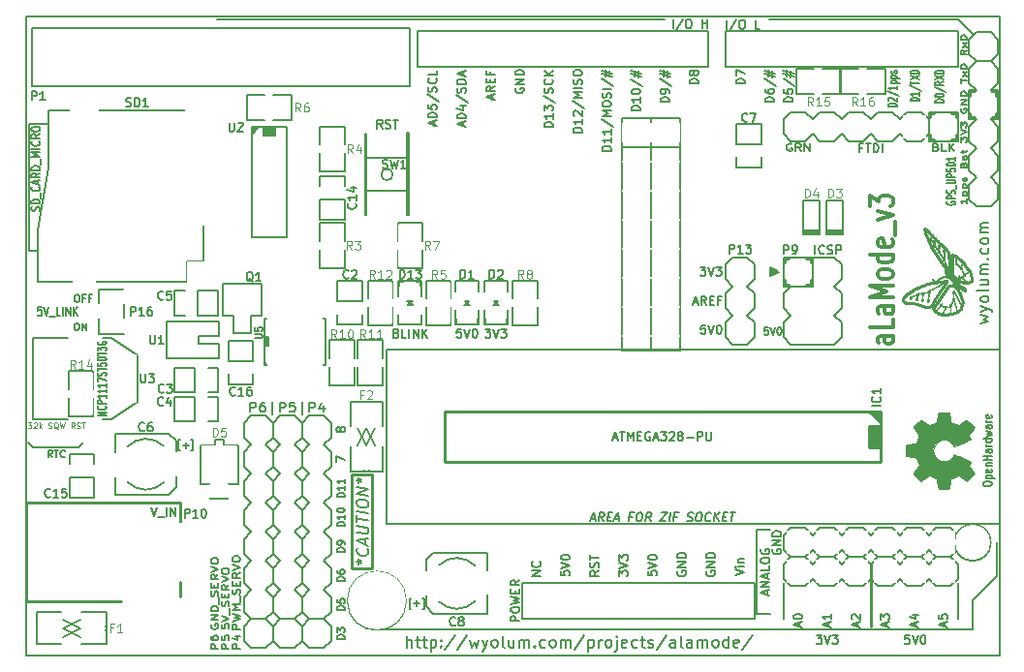
<source format=gto>
G04 #@! TF.FileFunction,Legend,Top*
%FSLAX46Y46*%
G04 Gerber Fmt 4.6, Leading zero omitted, Abs format (unit mm)*
G04 Created by KiCad (PCBNEW (2015-07-01 BZR 5850)-product) date Mon Jul 27 17:51:59 2015*
%MOMM*%
G01*
G04 APERTURE LIST*
%ADD10C,0.150000*%
%ADD11C,0.127000*%
%ADD12C,0.203200*%
%ADD13C,0.152400*%
%ADD14C,0.254000*%
%ADD15C,0.076200*%
%ADD16C,0.304800*%
%ADD17C,0.002540*%
%ADD18C,0.101600*%
%ADD19C,1.524000*%
%ADD20R,1.930400X1.574800*%
%ADD21R,1.574800X1.930400*%
%ADD22R,1.778000X1.524000*%
%ADD23R,1.270000X1.270000*%
%ADD24R,3.048000X3.175000*%
%ADD25R,1.778000X1.270000*%
%ADD26R,2.032000X2.540000*%
%ADD27R,2.540000X2.032000*%
%ADD28O,2.032000X2.794000*%
%ADD29R,2.032000X2.794000*%
%ADD30C,2.032000*%
%ADD31R,2.032000X2.032000*%
%ADD32R,2.540000X1.778000*%
%ADD33O,2.540000X1.778000*%
%ADD34O,3.556000X5.080000*%
%ADD35R,3.556000X5.080000*%
%ADD36O,5.080000X3.556000*%
%ADD37C,2.413000*%
%ADD38O,2.286000X1.270000*%
%ADD39R,1.308100X1.706880*%
%ADD40R,2.006600X1.808480*%
%ADD41R,1.808480X2.006600*%
%ADD42R,2.032000X1.270000*%
%ADD43R,2.032000X1.524000*%
%ADD44C,1.651000*%
%ADD45C,5.080000*%
%ADD46C,3.048000*%
%ADD47R,1.508760X2.009140*%
%ADD48R,1.371600X0.853440*%
%ADD49R,2.057400X1.008380*%
%ADD50R,2.540000X4.318000*%
%ADD51R,1.117600X2.540000*%
%ADD52R,3.556000X2.133600*%
G04 APERTURE END LIST*
D10*
D11*
X52868286Y-61604071D02*
X52832000Y-61676643D01*
X52795714Y-61712928D01*
X52723143Y-61749214D01*
X52686857Y-61749214D01*
X52614286Y-61712928D01*
X52578000Y-61676643D01*
X52541714Y-61604071D01*
X52541714Y-61458928D01*
X52578000Y-61386357D01*
X52614286Y-61350071D01*
X52686857Y-61313786D01*
X52723143Y-61313786D01*
X52795714Y-61350071D01*
X52832000Y-61386357D01*
X52868286Y-61458928D01*
X52868286Y-61604071D01*
X52904571Y-61676643D01*
X52940857Y-61712928D01*
X53013429Y-61749214D01*
X53158571Y-61749214D01*
X53231143Y-61712928D01*
X53267429Y-61676643D01*
X53303714Y-61604071D01*
X53303714Y-61458928D01*
X53267429Y-61386357D01*
X53231143Y-61350071D01*
X53158571Y-61313786D01*
X53013429Y-61313786D01*
X52940857Y-61350071D01*
X52904571Y-61386357D01*
X52868286Y-61458928D01*
X52541714Y-64389000D02*
X52541714Y-63881000D01*
X53303714Y-64207571D01*
X45021500Y-59971214D02*
X45021500Y-59209214D01*
X45360166Y-59209214D01*
X45444833Y-59245500D01*
X45487166Y-59281786D01*
X45529500Y-59354357D01*
X45529500Y-59463214D01*
X45487166Y-59535786D01*
X45444833Y-59572071D01*
X45360166Y-59608357D01*
X45021500Y-59608357D01*
X46291500Y-59209214D02*
X46122166Y-59209214D01*
X46037500Y-59245500D01*
X45995166Y-59281786D01*
X45910500Y-59390643D01*
X45868166Y-59535786D01*
X45868166Y-59826071D01*
X45910500Y-59898643D01*
X45952833Y-59934929D01*
X46037500Y-59971214D01*
X46206833Y-59971214D01*
X46291500Y-59934929D01*
X46333833Y-59898643D01*
X46376166Y-59826071D01*
X46376166Y-59644643D01*
X46333833Y-59572071D01*
X46291500Y-59535786D01*
X46206833Y-59499500D01*
X46037500Y-59499500D01*
X45952833Y-59535786D01*
X45910500Y-59572071D01*
X45868166Y-59644643D01*
X46968833Y-60225214D02*
X46968833Y-59136643D01*
X47603834Y-59971214D02*
X47603834Y-59209214D01*
X47942500Y-59209214D01*
X48027167Y-59245500D01*
X48069500Y-59281786D01*
X48111834Y-59354357D01*
X48111834Y-59463214D01*
X48069500Y-59535786D01*
X48027167Y-59572071D01*
X47942500Y-59608357D01*
X47603834Y-59608357D01*
X48916167Y-59209214D02*
X48492834Y-59209214D01*
X48450500Y-59572071D01*
X48492834Y-59535786D01*
X48577500Y-59499500D01*
X48789167Y-59499500D01*
X48873834Y-59535786D01*
X48916167Y-59572071D01*
X48958500Y-59644643D01*
X48958500Y-59826071D01*
X48916167Y-59898643D01*
X48873834Y-59934929D01*
X48789167Y-59971214D01*
X48577500Y-59971214D01*
X48492834Y-59934929D01*
X48450500Y-59898643D01*
X49551167Y-60225214D02*
X49551167Y-59136643D01*
X50186168Y-59971214D02*
X50186168Y-59209214D01*
X50524834Y-59209214D01*
X50609501Y-59245500D01*
X50651834Y-59281786D01*
X50694168Y-59354357D01*
X50694168Y-59463214D01*
X50651834Y-59535786D01*
X50609501Y-59572071D01*
X50524834Y-59608357D01*
X50186168Y-59608357D01*
X51456168Y-59463214D02*
X51456168Y-59971214D01*
X51244501Y-59172929D02*
X51032834Y-59717214D01*
X51583168Y-59717214D01*
D12*
X58701216Y-80596619D02*
X58701216Y-79580619D01*
X59136644Y-80596619D02*
X59136644Y-80064429D01*
X59088263Y-79967667D01*
X58991501Y-79919286D01*
X58846359Y-79919286D01*
X58749597Y-79967667D01*
X58701216Y-80016048D01*
X59475311Y-79919286D02*
X59862359Y-79919286D01*
X59620454Y-79580619D02*
X59620454Y-80451476D01*
X59668835Y-80548238D01*
X59765597Y-80596619D01*
X59862359Y-80596619D01*
X60055882Y-79919286D02*
X60442930Y-79919286D01*
X60201025Y-79580619D02*
X60201025Y-80451476D01*
X60249406Y-80548238D01*
X60346168Y-80596619D01*
X60442930Y-80596619D01*
X60781596Y-79919286D02*
X60781596Y-80935286D01*
X60781596Y-79967667D02*
X60878358Y-79919286D01*
X61071881Y-79919286D01*
X61168643Y-79967667D01*
X61217024Y-80016048D01*
X61265405Y-80112810D01*
X61265405Y-80403095D01*
X61217024Y-80499857D01*
X61168643Y-80548238D01*
X61071881Y-80596619D01*
X60878358Y-80596619D01*
X60781596Y-80548238D01*
X61700834Y-80499857D02*
X61749215Y-80548238D01*
X61700834Y-80596619D01*
X61652453Y-80548238D01*
X61700834Y-80499857D01*
X61700834Y-80596619D01*
X61700834Y-79967667D02*
X61749215Y-80016048D01*
X61700834Y-80064429D01*
X61652453Y-80016048D01*
X61700834Y-79967667D01*
X61700834Y-80064429D01*
X62910358Y-79532238D02*
X62039501Y-80838524D01*
X63974739Y-79532238D02*
X63103882Y-80838524D01*
X64216644Y-79919286D02*
X64410168Y-80596619D01*
X64603691Y-80112810D01*
X64797215Y-80596619D01*
X64990739Y-79919286D01*
X65281025Y-79919286D02*
X65522930Y-80596619D01*
X65764834Y-79919286D02*
X65522930Y-80596619D01*
X65426168Y-80838524D01*
X65377787Y-80886905D01*
X65281025Y-80935286D01*
X66297025Y-80596619D02*
X66200263Y-80548238D01*
X66151882Y-80499857D01*
X66103501Y-80403095D01*
X66103501Y-80112810D01*
X66151882Y-80016048D01*
X66200263Y-79967667D01*
X66297025Y-79919286D01*
X66442167Y-79919286D01*
X66538929Y-79967667D01*
X66587310Y-80016048D01*
X66635691Y-80112810D01*
X66635691Y-80403095D01*
X66587310Y-80499857D01*
X66538929Y-80548238D01*
X66442167Y-80596619D01*
X66297025Y-80596619D01*
X67216263Y-80596619D02*
X67119501Y-80548238D01*
X67071120Y-80451476D01*
X67071120Y-79580619D01*
X68038738Y-79919286D02*
X68038738Y-80596619D01*
X67603310Y-79919286D02*
X67603310Y-80451476D01*
X67651691Y-80548238D01*
X67748453Y-80596619D01*
X67893595Y-80596619D01*
X67990357Y-80548238D01*
X68038738Y-80499857D01*
X68522548Y-80596619D02*
X68522548Y-79919286D01*
X68522548Y-80016048D02*
X68570929Y-79967667D01*
X68667691Y-79919286D01*
X68812833Y-79919286D01*
X68909595Y-79967667D01*
X68957976Y-80064429D01*
X68957976Y-80596619D01*
X68957976Y-80064429D02*
X69006357Y-79967667D01*
X69103119Y-79919286D01*
X69248262Y-79919286D01*
X69345024Y-79967667D01*
X69393405Y-80064429D01*
X69393405Y-80596619D01*
X69877215Y-80499857D02*
X69925596Y-80548238D01*
X69877215Y-80596619D01*
X69828834Y-80548238D01*
X69877215Y-80499857D01*
X69877215Y-80596619D01*
X70796453Y-80548238D02*
X70699691Y-80596619D01*
X70506168Y-80596619D01*
X70409406Y-80548238D01*
X70361025Y-80499857D01*
X70312644Y-80403095D01*
X70312644Y-80112810D01*
X70361025Y-80016048D01*
X70409406Y-79967667D01*
X70506168Y-79919286D01*
X70699691Y-79919286D01*
X70796453Y-79967667D01*
X71377025Y-80596619D02*
X71280263Y-80548238D01*
X71231882Y-80499857D01*
X71183501Y-80403095D01*
X71183501Y-80112810D01*
X71231882Y-80016048D01*
X71280263Y-79967667D01*
X71377025Y-79919286D01*
X71522167Y-79919286D01*
X71618929Y-79967667D01*
X71667310Y-80016048D01*
X71715691Y-80112810D01*
X71715691Y-80403095D01*
X71667310Y-80499857D01*
X71618929Y-80548238D01*
X71522167Y-80596619D01*
X71377025Y-80596619D01*
X72151120Y-80596619D02*
X72151120Y-79919286D01*
X72151120Y-80016048D02*
X72199501Y-79967667D01*
X72296263Y-79919286D01*
X72441405Y-79919286D01*
X72538167Y-79967667D01*
X72586548Y-80064429D01*
X72586548Y-80596619D01*
X72586548Y-80064429D02*
X72634929Y-79967667D01*
X72731691Y-79919286D01*
X72876834Y-79919286D01*
X72973596Y-79967667D01*
X73021977Y-80064429D01*
X73021977Y-80596619D01*
X74231501Y-79532238D02*
X73360644Y-80838524D01*
X74570168Y-79919286D02*
X74570168Y-80935286D01*
X74570168Y-79967667D02*
X74666930Y-79919286D01*
X74860453Y-79919286D01*
X74957215Y-79967667D01*
X75005596Y-80016048D01*
X75053977Y-80112810D01*
X75053977Y-80403095D01*
X75005596Y-80499857D01*
X74957215Y-80548238D01*
X74860453Y-80596619D01*
X74666930Y-80596619D01*
X74570168Y-80548238D01*
X75489406Y-80596619D02*
X75489406Y-79919286D01*
X75489406Y-80112810D02*
X75537787Y-80016048D01*
X75586168Y-79967667D01*
X75682930Y-79919286D01*
X75779691Y-79919286D01*
X76263501Y-80596619D02*
X76166739Y-80548238D01*
X76118358Y-80499857D01*
X76069977Y-80403095D01*
X76069977Y-80112810D01*
X76118358Y-80016048D01*
X76166739Y-79967667D01*
X76263501Y-79919286D01*
X76408643Y-79919286D01*
X76505405Y-79967667D01*
X76553786Y-80016048D01*
X76602167Y-80112810D01*
X76602167Y-80403095D01*
X76553786Y-80499857D01*
X76505405Y-80548238D01*
X76408643Y-80596619D01*
X76263501Y-80596619D01*
X77037596Y-79919286D02*
X77037596Y-80790143D01*
X76989215Y-80886905D01*
X76892453Y-80935286D01*
X76844072Y-80935286D01*
X77037596Y-79580619D02*
X76989215Y-79629000D01*
X77037596Y-79677381D01*
X77085977Y-79629000D01*
X77037596Y-79580619D01*
X77037596Y-79677381D01*
X77908453Y-80548238D02*
X77811691Y-80596619D01*
X77618168Y-80596619D01*
X77521406Y-80548238D01*
X77473025Y-80451476D01*
X77473025Y-80064429D01*
X77521406Y-79967667D01*
X77618168Y-79919286D01*
X77811691Y-79919286D01*
X77908453Y-79967667D01*
X77956834Y-80064429D01*
X77956834Y-80161190D01*
X77473025Y-80257952D01*
X78827691Y-80548238D02*
X78730929Y-80596619D01*
X78537406Y-80596619D01*
X78440644Y-80548238D01*
X78392263Y-80499857D01*
X78343882Y-80403095D01*
X78343882Y-80112810D01*
X78392263Y-80016048D01*
X78440644Y-79967667D01*
X78537406Y-79919286D01*
X78730929Y-79919286D01*
X78827691Y-79967667D01*
X79117977Y-79919286D02*
X79505025Y-79919286D01*
X79263120Y-79580619D02*
X79263120Y-80451476D01*
X79311501Y-80548238D01*
X79408263Y-80596619D01*
X79505025Y-80596619D01*
X79795310Y-80548238D02*
X79892072Y-80596619D01*
X80085596Y-80596619D01*
X80182357Y-80548238D01*
X80230738Y-80451476D01*
X80230738Y-80403095D01*
X80182357Y-80306333D01*
X80085596Y-80257952D01*
X79940453Y-80257952D01*
X79843691Y-80209571D01*
X79795310Y-80112810D01*
X79795310Y-80064429D01*
X79843691Y-79967667D01*
X79940453Y-79919286D01*
X80085596Y-79919286D01*
X80182357Y-79967667D01*
X81391881Y-79532238D02*
X80521024Y-80838524D01*
X82165976Y-80596619D02*
X82165976Y-80064429D01*
X82117595Y-79967667D01*
X82020833Y-79919286D01*
X81827310Y-79919286D01*
X81730548Y-79967667D01*
X82165976Y-80548238D02*
X82069214Y-80596619D01*
X81827310Y-80596619D01*
X81730548Y-80548238D01*
X81682167Y-80451476D01*
X81682167Y-80354714D01*
X81730548Y-80257952D01*
X81827310Y-80209571D01*
X82069214Y-80209571D01*
X82165976Y-80161190D01*
X82794929Y-80596619D02*
X82698167Y-80548238D01*
X82649786Y-80451476D01*
X82649786Y-79580619D01*
X83617404Y-80596619D02*
X83617404Y-80064429D01*
X83569023Y-79967667D01*
X83472261Y-79919286D01*
X83278738Y-79919286D01*
X83181976Y-79967667D01*
X83617404Y-80548238D02*
X83520642Y-80596619D01*
X83278738Y-80596619D01*
X83181976Y-80548238D01*
X83133595Y-80451476D01*
X83133595Y-80354714D01*
X83181976Y-80257952D01*
X83278738Y-80209571D01*
X83520642Y-80209571D01*
X83617404Y-80161190D01*
X84101214Y-80596619D02*
X84101214Y-79919286D01*
X84101214Y-80016048D02*
X84149595Y-79967667D01*
X84246357Y-79919286D01*
X84391499Y-79919286D01*
X84488261Y-79967667D01*
X84536642Y-80064429D01*
X84536642Y-80596619D01*
X84536642Y-80064429D02*
X84585023Y-79967667D01*
X84681785Y-79919286D01*
X84826928Y-79919286D01*
X84923690Y-79967667D01*
X84972071Y-80064429D01*
X84972071Y-80596619D01*
X85601024Y-80596619D02*
X85504262Y-80548238D01*
X85455881Y-80499857D01*
X85407500Y-80403095D01*
X85407500Y-80112810D01*
X85455881Y-80016048D01*
X85504262Y-79967667D01*
X85601024Y-79919286D01*
X85746166Y-79919286D01*
X85842928Y-79967667D01*
X85891309Y-80016048D01*
X85939690Y-80112810D01*
X85939690Y-80403095D01*
X85891309Y-80499857D01*
X85842928Y-80548238D01*
X85746166Y-80596619D01*
X85601024Y-80596619D01*
X86810547Y-80596619D02*
X86810547Y-79580619D01*
X86810547Y-80548238D02*
X86713785Y-80596619D01*
X86520262Y-80596619D01*
X86423500Y-80548238D01*
X86375119Y-80499857D01*
X86326738Y-80403095D01*
X86326738Y-80112810D01*
X86375119Y-80016048D01*
X86423500Y-79967667D01*
X86520262Y-79919286D01*
X86713785Y-79919286D01*
X86810547Y-79967667D01*
X87681404Y-80548238D02*
X87584642Y-80596619D01*
X87391119Y-80596619D01*
X87294357Y-80548238D01*
X87245976Y-80451476D01*
X87245976Y-80064429D01*
X87294357Y-79967667D01*
X87391119Y-79919286D01*
X87584642Y-79919286D01*
X87681404Y-79967667D01*
X87729785Y-80064429D01*
X87729785Y-80161190D01*
X87245976Y-80257952D01*
X88890928Y-79532238D02*
X88020071Y-80838524D01*
D13*
X56896000Y-69786500D02*
X110426500Y-69786500D01*
D11*
X89281000Y-77660500D02*
X90424000Y-77660500D01*
X89281000Y-70294500D02*
X89281000Y-77660500D01*
X90424000Y-70294500D02*
X89281000Y-70294500D01*
X29972000Y-63119000D02*
X28003500Y-63119000D01*
X30416500Y-62674500D02*
X29972000Y-63119000D01*
X26035000Y-63119000D02*
X25590500Y-62674500D01*
X28003500Y-63119000D02*
X26035000Y-63119000D01*
X27704143Y-63977762D02*
X27492476Y-63675381D01*
X27341285Y-63977762D02*
X27341285Y-63342762D01*
X27583190Y-63342762D01*
X27643666Y-63373000D01*
X27673905Y-63403238D01*
X27704143Y-63463714D01*
X27704143Y-63554429D01*
X27673905Y-63614905D01*
X27643666Y-63645143D01*
X27583190Y-63675381D01*
X27341285Y-63675381D01*
X27885571Y-63342762D02*
X28248428Y-63342762D01*
X28067000Y-63977762D02*
X28067000Y-63342762D01*
X28822953Y-63917286D02*
X28792715Y-63947524D01*
X28702000Y-63977762D01*
X28641524Y-63977762D01*
X28550810Y-63947524D01*
X28490334Y-63887048D01*
X28460095Y-63826571D01*
X28429857Y-63705619D01*
X28429857Y-63614905D01*
X28460095Y-63493952D01*
X28490334Y-63433476D01*
X28550810Y-63373000D01*
X28641524Y-63342762D01*
X28702000Y-63342762D01*
X28792715Y-63373000D01*
X28822953Y-63403238D01*
D14*
X99250500Y-73342500D02*
X99250500Y-78740000D01*
D11*
X102616001Y-79529214D02*
X102253144Y-79529214D01*
X102216858Y-79892071D01*
X102253144Y-79855786D01*
X102325715Y-79819500D01*
X102507144Y-79819500D01*
X102579715Y-79855786D01*
X102616001Y-79892071D01*
X102652286Y-79964643D01*
X102652286Y-80146071D01*
X102616001Y-80218643D01*
X102579715Y-80254929D01*
X102507144Y-80291214D01*
X102325715Y-80291214D01*
X102253144Y-80254929D01*
X102216858Y-80218643D01*
X102870000Y-79529214D02*
X103124000Y-80291214D01*
X103378000Y-79529214D01*
X103777143Y-79529214D02*
X103849715Y-79529214D01*
X103922286Y-79565500D01*
X103958572Y-79601786D01*
X103994858Y-79674357D01*
X104031143Y-79819500D01*
X104031143Y-80000929D01*
X103994858Y-80146071D01*
X103958572Y-80218643D01*
X103922286Y-80254929D01*
X103849715Y-80291214D01*
X103777143Y-80291214D01*
X103704572Y-80254929D01*
X103668286Y-80218643D01*
X103632001Y-80146071D01*
X103595715Y-80000929D01*
X103595715Y-79819500D01*
X103632001Y-79674357D01*
X103668286Y-79601786D01*
X103704572Y-79565500D01*
X103777143Y-79529214D01*
X90678000Y-72018072D02*
X90641714Y-72090643D01*
X90641714Y-72199500D01*
X90678000Y-72308357D01*
X90750571Y-72380929D01*
X90823143Y-72417214D01*
X90968286Y-72453500D01*
X91077143Y-72453500D01*
X91222286Y-72417214D01*
X91294857Y-72380929D01*
X91367429Y-72308357D01*
X91403714Y-72199500D01*
X91403714Y-72126929D01*
X91367429Y-72018072D01*
X91331143Y-71981786D01*
X91077143Y-71981786D01*
X91077143Y-72126929D01*
X91403714Y-71655214D02*
X90641714Y-71655214D01*
X91403714Y-71219786D01*
X90641714Y-71219786D01*
X91403714Y-70856928D02*
X90641714Y-70856928D01*
X90641714Y-70675500D01*
X90678000Y-70566643D01*
X90750571Y-70494071D01*
X90823143Y-70457786D01*
X90968286Y-70421500D01*
X91077143Y-70421500D01*
X91222286Y-70457786D01*
X91294857Y-70494071D01*
X91367429Y-70566643D01*
X91403714Y-70675500D01*
X91403714Y-70856928D01*
X94497072Y-79529214D02*
X94968786Y-79529214D01*
X94714786Y-79819500D01*
X94823644Y-79819500D01*
X94896215Y-79855786D01*
X94932501Y-79892071D01*
X94968786Y-79964643D01*
X94968786Y-80146071D01*
X94932501Y-80218643D01*
X94896215Y-80254929D01*
X94823644Y-80291214D01*
X94605929Y-80291214D01*
X94533358Y-80254929D01*
X94497072Y-80218643D01*
X95186500Y-79529214D02*
X95440500Y-80291214D01*
X95694500Y-79529214D01*
X95875929Y-79529214D02*
X96347643Y-79529214D01*
X96093643Y-79819500D01*
X96202501Y-79819500D01*
X96275072Y-79855786D01*
X96311358Y-79892071D01*
X96347643Y-79964643D01*
X96347643Y-80146071D01*
X96311358Y-80218643D01*
X96275072Y-80254929D01*
X96202501Y-80291214D01*
X95984786Y-80291214D01*
X95912215Y-80254929D01*
X95875929Y-80218643D01*
D13*
X56896000Y-54546500D02*
X110426500Y-54546500D01*
D11*
X110490000Y-81280000D02*
X110490000Y-25400000D01*
X80010000Y-34290000D02*
X80010000Y-54610000D01*
X77470000Y-36830000D02*
X82550000Y-36830000D01*
X77470000Y-54610000D02*
X77470000Y-34290000D01*
X82550000Y-54610000D02*
X77470000Y-54610000D01*
X82550000Y-34290000D02*
X82550000Y-54610000D01*
X77470000Y-34290000D02*
X82550000Y-34290000D01*
D15*
X25575380Y-60935810D02*
X25889857Y-60935810D01*
X25720523Y-61129333D01*
X25793095Y-61129333D01*
X25841476Y-61153524D01*
X25865666Y-61177714D01*
X25889857Y-61226095D01*
X25889857Y-61347048D01*
X25865666Y-61395429D01*
X25841476Y-61419619D01*
X25793095Y-61443810D01*
X25647952Y-61443810D01*
X25599571Y-61419619D01*
X25575380Y-61395429D01*
X26083381Y-60984190D02*
X26107571Y-60960000D01*
X26155952Y-60935810D01*
X26276905Y-60935810D01*
X26325286Y-60960000D01*
X26349476Y-60984190D01*
X26373667Y-61032571D01*
X26373667Y-61080952D01*
X26349476Y-61153524D01*
X26059190Y-61443810D01*
X26373667Y-61443810D01*
X26591381Y-61443810D02*
X26591381Y-60935810D01*
X26639762Y-61250286D02*
X26784905Y-61443810D01*
X26784905Y-61105143D02*
X26591381Y-61298667D01*
X27365477Y-61419619D02*
X27438048Y-61443810D01*
X27559001Y-61443810D01*
X27607382Y-61419619D01*
X27631572Y-61395429D01*
X27655763Y-61347048D01*
X27655763Y-61298667D01*
X27631572Y-61250286D01*
X27607382Y-61226095D01*
X27559001Y-61201905D01*
X27462239Y-61177714D01*
X27413858Y-61153524D01*
X27389667Y-61129333D01*
X27365477Y-61080952D01*
X27365477Y-61032571D01*
X27389667Y-60984190D01*
X27413858Y-60960000D01*
X27462239Y-60935810D01*
X27583191Y-60935810D01*
X27655763Y-60960000D01*
X28212144Y-61492190D02*
X28163763Y-61468000D01*
X28115382Y-61419619D01*
X28042811Y-61347048D01*
X27994430Y-61322857D01*
X27946049Y-61322857D01*
X27970239Y-61443810D02*
X27921858Y-61419619D01*
X27873477Y-61371238D01*
X27849287Y-61274476D01*
X27849287Y-61105143D01*
X27873477Y-61008381D01*
X27921858Y-60960000D01*
X27970239Y-60935810D01*
X28067001Y-60935810D01*
X28115382Y-60960000D01*
X28163763Y-61008381D01*
X28187954Y-61105143D01*
X28187954Y-61274476D01*
X28163763Y-61371238D01*
X28115382Y-61419619D01*
X28067001Y-61443810D01*
X27970239Y-61443810D01*
X28357286Y-60935810D02*
X28478239Y-61443810D01*
X28575001Y-61080952D01*
X28671763Y-61443810D01*
X28792715Y-60935810D01*
X29663572Y-61443810D02*
X29494239Y-61201905D01*
X29373286Y-61443810D02*
X29373286Y-60935810D01*
X29566810Y-60935810D01*
X29615191Y-60960000D01*
X29639382Y-60984190D01*
X29663572Y-61032571D01*
X29663572Y-61105143D01*
X29639382Y-61153524D01*
X29615191Y-61177714D01*
X29566810Y-61201905D01*
X29373286Y-61201905D01*
X29857096Y-61419619D02*
X29929667Y-61443810D01*
X30050620Y-61443810D01*
X30099001Y-61419619D01*
X30123191Y-61395429D01*
X30147382Y-61347048D01*
X30147382Y-61298667D01*
X30123191Y-61250286D01*
X30099001Y-61226095D01*
X30050620Y-61201905D01*
X29953858Y-61177714D01*
X29905477Y-61153524D01*
X29881286Y-61129333D01*
X29857096Y-61080952D01*
X29857096Y-61032571D01*
X29881286Y-60984190D01*
X29905477Y-60960000D01*
X29953858Y-60935810D01*
X30074810Y-60935810D01*
X30147382Y-60960000D01*
X30292525Y-60935810D02*
X30582811Y-60935810D01*
X30437668Y-61443810D02*
X30437668Y-60935810D01*
D14*
X53848000Y-73723500D02*
X55689500Y-73723500D01*
X53848000Y-65468500D02*
X55689500Y-65468500D01*
X53848000Y-73723500D02*
X53848000Y-65468500D01*
X55689500Y-65468500D02*
X55689500Y-73723500D01*
D11*
X74768983Y-69342000D02*
X75131840Y-69342000D01*
X74669197Y-69559714D02*
X75018447Y-68797714D01*
X75177197Y-69559714D01*
X75866626Y-69559714D02*
X75657983Y-69196857D01*
X75431198Y-69559714D02*
X75526448Y-68797714D01*
X75816733Y-68797714D01*
X75884769Y-68834000D01*
X75916518Y-68870286D01*
X75943733Y-68942857D01*
X75930126Y-69051714D01*
X75884768Y-69124286D01*
X75843948Y-69160571D01*
X75766840Y-69196857D01*
X75476555Y-69196857D01*
X76243091Y-69160571D02*
X76497091Y-69160571D01*
X76556055Y-69559714D02*
X76193198Y-69559714D01*
X76288448Y-68797714D01*
X76651305Y-68797714D01*
X76873555Y-69342000D02*
X77236412Y-69342000D01*
X76773769Y-69559714D02*
X77123019Y-68797714D01*
X77281769Y-69559714D01*
X78420234Y-69160571D02*
X78166234Y-69160571D01*
X78116341Y-69559714D02*
X78211591Y-68797714D01*
X78574448Y-68797714D01*
X79009876Y-68797714D02*
X79155019Y-68797714D01*
X79223055Y-68834000D01*
X79286555Y-68906571D01*
X79304698Y-69051714D01*
X79272948Y-69305714D01*
X79218519Y-69450857D01*
X79136876Y-69523429D01*
X79059769Y-69559714D01*
X78914626Y-69559714D01*
X78846590Y-69523429D01*
X78783091Y-69450857D01*
X78764948Y-69305714D01*
X78796698Y-69051714D01*
X78851127Y-68906571D01*
X78932769Y-68834000D01*
X79009876Y-68797714D01*
X80003198Y-69559714D02*
X79794555Y-69196857D01*
X79567770Y-69559714D02*
X79663020Y-68797714D01*
X79953305Y-68797714D01*
X80021341Y-68834000D01*
X80053090Y-68870286D01*
X80080305Y-68942857D01*
X80066698Y-69051714D01*
X80021340Y-69124286D01*
X79980520Y-69160571D01*
X79903412Y-69196857D01*
X79613127Y-69196857D01*
X80933019Y-68797714D02*
X81441019Y-68797714D01*
X80837769Y-69559714D01*
X81345769Y-69559714D01*
X81636055Y-69559714D02*
X81731305Y-68797714D01*
X82302805Y-69160571D02*
X82048805Y-69160571D01*
X81998912Y-69559714D02*
X82094162Y-68797714D01*
X82457019Y-68797714D01*
X83200875Y-69523429D02*
X83305197Y-69559714D01*
X83486626Y-69559714D01*
X83563732Y-69523429D01*
X83604554Y-69487143D01*
X83649911Y-69414571D01*
X83658982Y-69342000D01*
X83631768Y-69269429D01*
X83600018Y-69233143D01*
X83531983Y-69196857D01*
X83391376Y-69160571D01*
X83323339Y-69124286D01*
X83291590Y-69088000D01*
X83264375Y-69015429D01*
X83273447Y-68942857D01*
X83318804Y-68870286D01*
X83359625Y-68834000D01*
X83436733Y-68797714D01*
X83618161Y-68797714D01*
X83722482Y-68834000D01*
X84198732Y-68797714D02*
X84343875Y-68797714D01*
X84411911Y-68834000D01*
X84475411Y-68906571D01*
X84493554Y-69051714D01*
X84461804Y-69305714D01*
X84407375Y-69450857D01*
X84325732Y-69523429D01*
X84248625Y-69559714D01*
X84103482Y-69559714D01*
X84035446Y-69523429D01*
X83971947Y-69450857D01*
X83953804Y-69305714D01*
X83985554Y-69051714D01*
X84039983Y-68906571D01*
X84121625Y-68834000D01*
X84198732Y-68797714D01*
X85201125Y-69487143D02*
X85160303Y-69523429D01*
X85046911Y-69559714D01*
X84974340Y-69559714D01*
X84870018Y-69523429D01*
X84806518Y-69450857D01*
X84779304Y-69378286D01*
X84761161Y-69233143D01*
X84774768Y-69124286D01*
X84829197Y-68979143D01*
X84874554Y-68906571D01*
X84956197Y-68834000D01*
X85069590Y-68797714D01*
X85142161Y-68797714D01*
X85246482Y-68834000D01*
X85278232Y-68870286D01*
X85518626Y-69559714D02*
X85613876Y-68797714D01*
X85954054Y-69559714D02*
X85681911Y-69124286D01*
X86049304Y-68797714D02*
X85559447Y-69233143D01*
X86330519Y-69160571D02*
X86584519Y-69160571D01*
X86643483Y-69559714D02*
X86280626Y-69559714D01*
X86375876Y-68797714D01*
X86738733Y-68797714D01*
X86956447Y-68797714D02*
X87391876Y-68797714D01*
X87078912Y-69559714D02*
X87174162Y-68797714D01*
D13*
X54307619Y-73082451D02*
X54549524Y-73112689D01*
X54452762Y-73342499D02*
X54549524Y-73112689D01*
X54452762Y-72858690D01*
X54743048Y-73282023D02*
X54549524Y-73112689D01*
X54743048Y-72991738D01*
X55226857Y-71987833D02*
X55275238Y-72042262D01*
X55323619Y-72193452D01*
X55323619Y-72290214D01*
X55275238Y-72429309D01*
X55178476Y-72513975D01*
X55081714Y-72550261D01*
X54888190Y-72574452D01*
X54743048Y-72556309D01*
X54549524Y-72483737D01*
X54452762Y-72423261D01*
X54356000Y-72314404D01*
X54307619Y-72163214D01*
X54307619Y-72066452D01*
X54356000Y-71927357D01*
X54404381Y-71885024D01*
X55033333Y-71576595D02*
X55033333Y-71092786D01*
X55323619Y-71709642D02*
X54307619Y-71243975D01*
X55323619Y-71032309D01*
X54307619Y-70566642D02*
X55130095Y-70669452D01*
X55226857Y-70633166D01*
X55275238Y-70590833D01*
X55323619Y-70500118D01*
X55323619Y-70306595D01*
X55275238Y-70203786D01*
X55226857Y-70149357D01*
X55130095Y-70088881D01*
X54307619Y-69986071D01*
X54307619Y-69647404D02*
X54307619Y-69066833D01*
X55323619Y-69484118D02*
X54307619Y-69357118D01*
X55323619Y-68855166D02*
X54307619Y-68728166D01*
X54307619Y-68050832D02*
X54307619Y-67857309D01*
X54356000Y-67766595D01*
X54452762Y-67681928D01*
X54646286Y-67657738D01*
X54984952Y-67700071D01*
X55178476Y-67772642D01*
X55275238Y-67881500D01*
X55323619Y-67984309D01*
X55323619Y-68177832D01*
X55275238Y-68268547D01*
X55178476Y-68353213D01*
X54984952Y-68377404D01*
X54646286Y-68335071D01*
X54452762Y-68262499D01*
X54356000Y-68153642D01*
X54307619Y-68050832D01*
X55323619Y-67306975D02*
X54307619Y-67179975D01*
X55323619Y-66726404D01*
X54307619Y-66599404D01*
X54307619Y-65970451D02*
X54549524Y-66000689D01*
X54452762Y-66230499D02*
X54549524Y-66000689D01*
X54452762Y-65746690D01*
X54743048Y-66170023D02*
X54549524Y-66000689D01*
X54743048Y-65879738D01*
X86614001Y-26506714D02*
X86614001Y-25744714D01*
X87521143Y-25708429D02*
X86868000Y-26688143D01*
X87920286Y-25744714D02*
X88065429Y-25744714D01*
X88138001Y-25781000D01*
X88210572Y-25853571D01*
X88246858Y-25998714D01*
X88246858Y-26252714D01*
X88210572Y-26397857D01*
X88138001Y-26470429D01*
X88065429Y-26506714D01*
X87920286Y-26506714D01*
X87847715Y-26470429D01*
X87775144Y-26397857D01*
X87738858Y-26252714D01*
X87738858Y-25998714D01*
X87775144Y-25853571D01*
X87847715Y-25781000D01*
X87920286Y-25744714D01*
X89516858Y-26506714D02*
X89154001Y-26506714D01*
X89154001Y-25744714D01*
X81951286Y-26443214D02*
X81951286Y-25681214D01*
X82858428Y-25644929D02*
X82205285Y-26624643D01*
X83257571Y-25681214D02*
X83402714Y-25681214D01*
X83475286Y-25717500D01*
X83547857Y-25790071D01*
X83584143Y-25935214D01*
X83584143Y-26189214D01*
X83547857Y-26334357D01*
X83475286Y-26406929D01*
X83402714Y-26443214D01*
X83257571Y-26443214D01*
X83185000Y-26406929D01*
X83112429Y-26334357D01*
X83076143Y-26189214D01*
X83076143Y-25935214D01*
X83112429Y-25790071D01*
X83185000Y-25717500D01*
X83257571Y-25681214D01*
X84491286Y-26443214D02*
X84491286Y-25681214D01*
X84491286Y-26044071D02*
X84926714Y-26044071D01*
X84926714Y-26443214D02*
X84926714Y-25681214D01*
X90170000Y-75973214D02*
X90170000Y-75610357D01*
X90387714Y-76045786D02*
X89625714Y-75791786D01*
X90387714Y-75537786D01*
X90387714Y-75283785D02*
X89625714Y-75283785D01*
X90387714Y-74848357D01*
X89625714Y-74848357D01*
X90170000Y-74521785D02*
X90170000Y-74158928D01*
X90387714Y-74594357D02*
X89625714Y-74340357D01*
X90387714Y-74086357D01*
X90387714Y-73469499D02*
X90387714Y-73832356D01*
X89625714Y-73832356D01*
X89625714Y-73070357D02*
X89625714Y-72925214D01*
X89662000Y-72852642D01*
X89734571Y-72780071D01*
X89879714Y-72743785D01*
X90133714Y-72743785D01*
X90278857Y-72780071D01*
X90351429Y-72852642D01*
X90387714Y-72925214D01*
X90387714Y-73070357D01*
X90351429Y-73142928D01*
X90278857Y-73215499D01*
X90133714Y-73251785D01*
X89879714Y-73251785D01*
X89734571Y-73215499D01*
X89662000Y-73142928D01*
X89625714Y-73070357D01*
X89662000Y-72018071D02*
X89625714Y-72090642D01*
X89625714Y-72199499D01*
X89662000Y-72308356D01*
X89734571Y-72380928D01*
X89807143Y-72417213D01*
X89952286Y-72453499D01*
X90061143Y-72453499D01*
X90206286Y-72417213D01*
X90278857Y-72380928D01*
X90351429Y-72308356D01*
X90387714Y-72199499D01*
X90387714Y-72126928D01*
X90351429Y-72018071D01*
X90315143Y-71981785D01*
X90061143Y-71981785D01*
X90061143Y-72126928D01*
X68543714Y-78277357D02*
X67781714Y-78277357D01*
X67781714Y-77987072D01*
X67818000Y-77914500D01*
X67854286Y-77878215D01*
X67926857Y-77841929D01*
X68035714Y-77841929D01*
X68108286Y-77878215D01*
X68144571Y-77914500D01*
X68180857Y-77987072D01*
X68180857Y-78277357D01*
X67781714Y-77370215D02*
X67781714Y-77225072D01*
X67818000Y-77152500D01*
X67890571Y-77079929D01*
X68035714Y-77043643D01*
X68289714Y-77043643D01*
X68434857Y-77079929D01*
X68507429Y-77152500D01*
X68543714Y-77225072D01*
X68543714Y-77370215D01*
X68507429Y-77442786D01*
X68434857Y-77515357D01*
X68289714Y-77551643D01*
X68035714Y-77551643D01*
X67890571Y-77515357D01*
X67818000Y-77442786D01*
X67781714Y-77370215D01*
X67781714Y-76789643D02*
X68543714Y-76608214D01*
X67999429Y-76463071D01*
X68543714Y-76317929D01*
X67781714Y-76136500D01*
X68144571Y-75846214D02*
X68144571Y-75592214D01*
X68543714Y-75483357D02*
X68543714Y-75846214D01*
X67781714Y-75846214D01*
X67781714Y-75483357D01*
X68543714Y-74721357D02*
X68180857Y-74975357D01*
X68543714Y-75156785D02*
X67781714Y-75156785D01*
X67781714Y-74866500D01*
X67818000Y-74793928D01*
X67854286Y-74757643D01*
X67926857Y-74721357D01*
X68035714Y-74721357D01*
X68108286Y-74757643D01*
X68144571Y-74793928D01*
X68180857Y-74866500D01*
X68180857Y-75156785D01*
D16*
X101173038Y-53343628D02*
X100108657Y-53343628D01*
X99915133Y-53416199D01*
X99818371Y-53561342D01*
X99818371Y-53851628D01*
X99915133Y-53996771D01*
X101076276Y-53343628D02*
X101173038Y-53488771D01*
X101173038Y-53851628D01*
X101076276Y-53996771D01*
X100882752Y-54069342D01*
X100689229Y-54069342D01*
X100495705Y-53996771D01*
X100398943Y-53851628D01*
X100398943Y-53488771D01*
X100302181Y-53343628D01*
X101173038Y-51892200D02*
X101173038Y-52617914D01*
X99141038Y-52617914D01*
X101173038Y-50731057D02*
X100108657Y-50731057D01*
X99915133Y-50803628D01*
X99818371Y-50948771D01*
X99818371Y-51239057D01*
X99915133Y-51384200D01*
X101076276Y-50731057D02*
X101173038Y-50876200D01*
X101173038Y-51239057D01*
X101076276Y-51384200D01*
X100882752Y-51456771D01*
X100689229Y-51456771D01*
X100495705Y-51384200D01*
X100398943Y-51239057D01*
X100398943Y-50876200D01*
X100302181Y-50731057D01*
X101173038Y-50005343D02*
X99141038Y-50005343D01*
X100592467Y-49497343D01*
X99141038Y-48989343D01*
X101173038Y-48989343D01*
X101173038Y-48045915D02*
X101076276Y-48191057D01*
X100979514Y-48263629D01*
X100785990Y-48336200D01*
X100205419Y-48336200D01*
X100011895Y-48263629D01*
X99915133Y-48191057D01*
X99818371Y-48045915D01*
X99818371Y-47828200D01*
X99915133Y-47683057D01*
X100011895Y-47610486D01*
X100205419Y-47537915D01*
X100785990Y-47537915D01*
X100979514Y-47610486D01*
X101076276Y-47683057D01*
X101173038Y-47828200D01*
X101173038Y-48045915D01*
X101173038Y-46231629D02*
X99141038Y-46231629D01*
X101076276Y-46231629D02*
X101173038Y-46376772D01*
X101173038Y-46667058D01*
X101076276Y-46812200D01*
X100979514Y-46884772D01*
X100785990Y-46957343D01*
X100205419Y-46957343D01*
X100011895Y-46884772D01*
X99915133Y-46812200D01*
X99818371Y-46667058D01*
X99818371Y-46376772D01*
X99915133Y-46231629D01*
X101076276Y-44925343D02*
X101173038Y-45070486D01*
X101173038Y-45360772D01*
X101076276Y-45505915D01*
X100882752Y-45578486D01*
X100108657Y-45578486D01*
X99915133Y-45505915D01*
X99818371Y-45360772D01*
X99818371Y-45070486D01*
X99915133Y-44925343D01*
X100108657Y-44852772D01*
X100302181Y-44852772D01*
X100495705Y-45578486D01*
X101366562Y-44562486D02*
X101366562Y-43401343D01*
X99818371Y-43183629D02*
X101173038Y-42820772D01*
X99818371Y-42457914D01*
X99141038Y-42022486D02*
X99141038Y-41079057D01*
X99915133Y-41587057D01*
X99915133Y-41369343D01*
X100011895Y-41224200D01*
X100108657Y-41151629D01*
X100302181Y-41079057D01*
X100785990Y-41079057D01*
X100979514Y-41151629D01*
X101076276Y-41224200D01*
X101173038Y-41369343D01*
X101173038Y-41804771D01*
X101076276Y-41949914D01*
X100979514Y-42022486D01*
D13*
X108862586Y-52279247D02*
X109539919Y-52085723D01*
X109056110Y-51892200D01*
X109539919Y-51698676D01*
X108862586Y-51505152D01*
X108862586Y-51214866D02*
X109539919Y-50972961D01*
X108862586Y-50731057D02*
X109539919Y-50972961D01*
X109781824Y-51069723D01*
X109830205Y-51118104D01*
X109878586Y-51214866D01*
X109539919Y-50198866D02*
X109491538Y-50295628D01*
X109443157Y-50344009D01*
X109346395Y-50392390D01*
X109056110Y-50392390D01*
X108959348Y-50344009D01*
X108910967Y-50295628D01*
X108862586Y-50198866D01*
X108862586Y-50053724D01*
X108910967Y-49956962D01*
X108959348Y-49908581D01*
X109056110Y-49860200D01*
X109346395Y-49860200D01*
X109443157Y-49908581D01*
X109491538Y-49956962D01*
X109539919Y-50053724D01*
X109539919Y-50198866D01*
X109539919Y-49279628D02*
X109491538Y-49376390D01*
X109394776Y-49424771D01*
X108523919Y-49424771D01*
X108862586Y-48457153D02*
X109539919Y-48457153D01*
X108862586Y-48892581D02*
X109394776Y-48892581D01*
X109491538Y-48844200D01*
X109539919Y-48747438D01*
X109539919Y-48602296D01*
X109491538Y-48505534D01*
X109443157Y-48457153D01*
X109539919Y-47973343D02*
X108862586Y-47973343D01*
X108959348Y-47973343D02*
X108910967Y-47924962D01*
X108862586Y-47828200D01*
X108862586Y-47683058D01*
X108910967Y-47586296D01*
X109007729Y-47537915D01*
X109539919Y-47537915D01*
X109007729Y-47537915D02*
X108910967Y-47489534D01*
X108862586Y-47392772D01*
X108862586Y-47247629D01*
X108910967Y-47150867D01*
X109007729Y-47102486D01*
X109539919Y-47102486D01*
X109443157Y-46618676D02*
X109491538Y-46570295D01*
X109539919Y-46618676D01*
X109491538Y-46667057D01*
X109443157Y-46618676D01*
X109539919Y-46618676D01*
X109491538Y-45699438D02*
X109539919Y-45796200D01*
X109539919Y-45989723D01*
X109491538Y-46086485D01*
X109443157Y-46134866D01*
X109346395Y-46183247D01*
X109056110Y-46183247D01*
X108959348Y-46134866D01*
X108910967Y-46086485D01*
X108862586Y-45989723D01*
X108862586Y-45796200D01*
X108910967Y-45699438D01*
X109539919Y-45118866D02*
X109491538Y-45215628D01*
X109443157Y-45264009D01*
X109346395Y-45312390D01*
X109056110Y-45312390D01*
X108959348Y-45264009D01*
X108910967Y-45215628D01*
X108862586Y-45118866D01*
X108862586Y-44973724D01*
X108910967Y-44876962D01*
X108959348Y-44828581D01*
X109056110Y-44780200D01*
X109346395Y-44780200D01*
X109443157Y-44828581D01*
X109491538Y-44876962D01*
X109539919Y-44973724D01*
X109539919Y-45118866D01*
X109539919Y-44344771D02*
X108862586Y-44344771D01*
X108959348Y-44344771D02*
X108910967Y-44296390D01*
X108862586Y-44199628D01*
X108862586Y-44054486D01*
X108910967Y-43957724D01*
X109007729Y-43909343D01*
X109539919Y-43909343D01*
X109007729Y-43909343D02*
X108910967Y-43860962D01*
X108862586Y-43764200D01*
X108862586Y-43619057D01*
X108910967Y-43522295D01*
X109007729Y-43473914D01*
X109539919Y-43473914D01*
D11*
X25400000Y-25400000D02*
X110490000Y-25400000D01*
X110490000Y-81280000D02*
X25400000Y-81280000D01*
X25400000Y-81280000D02*
X25400000Y-25400000D01*
D13*
X54800500Y-48577500D02*
X54800500Y-50355500D01*
X52641500Y-48577500D02*
X52641500Y-50355500D01*
X54800500Y-51498500D02*
X54800500Y-52387500D01*
X52641500Y-52387500D02*
X52641500Y-51498500D01*
X52641500Y-50355500D02*
X54800500Y-50355500D01*
X52641500Y-48577500D02*
X54800500Y-48577500D01*
X52641500Y-52387500D02*
X54800500Y-52387500D01*
X38417500Y-56134000D02*
X40195500Y-56134000D01*
X38417500Y-58293000D02*
X40195500Y-58293000D01*
X41338500Y-56134000D02*
X42227500Y-56134000D01*
X42227500Y-58293000D02*
X41338500Y-58293000D01*
X40195500Y-58293000D02*
X40195500Y-56134000D01*
X38417500Y-58293000D02*
X38417500Y-56134000D01*
X42227500Y-58293000D02*
X42227500Y-56134000D01*
X38417500Y-58674000D02*
X40195500Y-58674000D01*
X38417500Y-60833000D02*
X40195500Y-60833000D01*
X41338500Y-58674000D02*
X42227500Y-58674000D01*
X42227500Y-60833000D02*
X41338500Y-60833000D01*
X40195500Y-60833000D02*
X40195500Y-58674000D01*
X38417500Y-60833000D02*
X38417500Y-58674000D01*
X42227500Y-60833000D02*
X42227500Y-58674000D01*
X42227500Y-51562000D02*
X40449500Y-51562000D01*
X42227500Y-49403000D02*
X40449500Y-49403000D01*
X39306500Y-51562000D02*
X38417500Y-51562000D01*
X38417500Y-49403000D02*
X39306500Y-49403000D01*
X40449500Y-49403000D02*
X40449500Y-51562000D01*
X42227500Y-49403000D02*
X42227500Y-51562000D01*
X38417500Y-49403000D02*
X38417500Y-51562000D01*
X89662000Y-34798000D02*
X89662000Y-36576000D01*
X87503000Y-34798000D02*
X87503000Y-36576000D01*
X89662000Y-37719000D02*
X89662000Y-38608000D01*
X87503000Y-38608000D02*
X87503000Y-37719000D01*
X87503000Y-36576000D02*
X89662000Y-36576000D01*
X87503000Y-34798000D02*
X89662000Y-34798000D01*
X87503000Y-38608000D02*
X89662000Y-38608000D01*
X51117500Y-43180000D02*
X51117500Y-41402000D01*
X53276500Y-43180000D02*
X53276500Y-41402000D01*
X51117500Y-40259000D02*
X51117500Y-39370000D01*
X53276500Y-39370000D02*
X53276500Y-40259000D01*
X53276500Y-41402000D02*
X51117500Y-41402000D01*
X53276500Y-43180000D02*
X51117500Y-43180000D01*
X53276500Y-39370000D02*
X51117500Y-39370000D01*
X29210000Y-67500500D02*
X29210000Y-65722500D01*
X31369000Y-67500500D02*
X31369000Y-65722500D01*
X29210000Y-64579500D02*
X29210000Y-63690500D01*
X31369000Y-63690500D02*
X31369000Y-64579500D01*
X31369000Y-65722500D02*
X29210000Y-65722500D01*
X31369000Y-67500500D02*
X29210000Y-67500500D01*
X31369000Y-63690500D02*
X29210000Y-63690500D01*
X45275500Y-53784500D02*
X45275500Y-55562500D01*
X43116500Y-53784500D02*
X43116500Y-55562500D01*
X45275500Y-56705500D02*
X45275500Y-57594500D01*
X43116500Y-57594500D02*
X43116500Y-56705500D01*
X43116500Y-55562500D02*
X45275500Y-55562500D01*
X43116500Y-53784500D02*
X45275500Y-53784500D01*
X43116500Y-57594500D02*
X45275500Y-57594500D01*
X64198500Y-50673000D02*
X63690500Y-50673000D01*
X63944500Y-50292000D02*
X63944500Y-50673000D01*
X63944500Y-50673000D02*
X64135000Y-50292000D01*
X64135000Y-50292000D02*
X63754000Y-50292000D01*
X63754000Y-50292000D02*
X63944500Y-50673000D01*
X63182500Y-52387500D02*
X63182500Y-52197000D01*
X63055500Y-52387500D02*
X63055500Y-52070000D01*
X63436500Y-52387500D02*
X62928500Y-52387500D01*
X62928500Y-52387500D02*
X62928500Y-51879500D01*
X64706500Y-52387500D02*
X64706500Y-52197000D01*
X64833500Y-52387500D02*
X64833500Y-52070000D01*
X64452500Y-52387500D02*
X64960500Y-52387500D01*
X64960500Y-52387500D02*
X64960500Y-51879500D01*
X62928500Y-51879500D02*
X63436500Y-52387500D01*
X63436500Y-52387500D02*
X63944500Y-52387500D01*
X63944500Y-52387500D02*
X64452500Y-52387500D01*
X64452500Y-52387500D02*
X64960500Y-51879500D01*
X64960500Y-49466500D02*
X64960500Y-48577500D01*
X64960500Y-48577500D02*
X62928500Y-48577500D01*
X62928500Y-48577500D02*
X62928500Y-49466500D01*
X64960500Y-51054000D02*
X64960500Y-51879500D01*
X62928500Y-51054000D02*
X62928500Y-51879500D01*
X66738500Y-50673000D02*
X66230500Y-50673000D01*
X66484500Y-50292000D02*
X66484500Y-50673000D01*
X66484500Y-50673000D02*
X66675000Y-50292000D01*
X66675000Y-50292000D02*
X66294000Y-50292000D01*
X66294000Y-50292000D02*
X66484500Y-50673000D01*
X65722500Y-52387500D02*
X65722500Y-52197000D01*
X65595500Y-52387500D02*
X65595500Y-52070000D01*
X65976500Y-52387500D02*
X65468500Y-52387500D01*
X65468500Y-52387500D02*
X65468500Y-51879500D01*
X67246500Y-52387500D02*
X67246500Y-52197000D01*
X67373500Y-52387500D02*
X67373500Y-52070000D01*
X66992500Y-52387500D02*
X67500500Y-52387500D01*
X67500500Y-52387500D02*
X67500500Y-51879500D01*
X65468500Y-51879500D02*
X65976500Y-52387500D01*
X65976500Y-52387500D02*
X66484500Y-52387500D01*
X66484500Y-52387500D02*
X66992500Y-52387500D01*
X66992500Y-52387500D02*
X67500500Y-51879500D01*
X67500500Y-49466500D02*
X67500500Y-48577500D01*
X67500500Y-48577500D02*
X65468500Y-48577500D01*
X65468500Y-48577500D02*
X65468500Y-49466500D01*
X67500500Y-51054000D02*
X67500500Y-51879500D01*
X65468500Y-51054000D02*
X65468500Y-51879500D01*
X95377000Y-41529000D02*
X95377000Y-44513500D01*
X96774000Y-41529000D02*
X96774000Y-44513500D01*
X96774000Y-44259500D02*
X95377000Y-44259500D01*
X96774000Y-41529000D02*
X95377000Y-41529000D01*
X95377000Y-44132500D02*
X96774000Y-44132500D01*
X95377000Y-44386500D02*
X96774000Y-44386500D01*
X96774000Y-44513500D02*
X95377000Y-44513500D01*
X93345000Y-41529000D02*
X93345000Y-44513500D01*
X94742000Y-41529000D02*
X94742000Y-44513500D01*
X94742000Y-44259500D02*
X93345000Y-44259500D01*
X94742000Y-41529000D02*
X93345000Y-41529000D01*
X93345000Y-44132500D02*
X94742000Y-44132500D01*
X93345000Y-44386500D02*
X94742000Y-44386500D01*
X94742000Y-44513500D02*
X93345000Y-44513500D01*
X43053000Y-67627500D02*
X41529000Y-67627500D01*
X41529000Y-67627500D02*
X41529000Y-66357500D01*
X41529000Y-66357500D02*
X40640000Y-66357500D01*
X40640000Y-66357500D02*
X40640000Y-62928500D01*
X40640000Y-62928500D02*
X41910000Y-62928500D01*
X42672000Y-62928500D02*
X43942000Y-62928500D01*
X43942000Y-62928500D02*
X43942000Y-66357500D01*
X43942000Y-66357500D02*
X43053000Y-66357500D01*
X43053000Y-66357500D02*
X43053000Y-67627500D01*
X42291000Y-62420500D02*
X42672000Y-62420500D01*
X42672000Y-62420500D02*
X42672000Y-62928500D01*
X42291000Y-62420500D02*
X41910000Y-62420500D01*
X41910000Y-62420500D02*
X41910000Y-62928500D01*
X58737500Y-50292000D02*
X59245500Y-50292000D01*
X58991500Y-50673000D02*
X58991500Y-50292000D01*
X58991500Y-50292000D02*
X58801000Y-50673000D01*
X58801000Y-50673000D02*
X59182000Y-50673000D01*
X59182000Y-50673000D02*
X58991500Y-50292000D01*
X59753500Y-48577500D02*
X59753500Y-48768000D01*
X59880500Y-48577500D02*
X59880500Y-48895000D01*
X59499500Y-48577500D02*
X60007500Y-48577500D01*
X60007500Y-48577500D02*
X60007500Y-49085500D01*
X58229500Y-48577500D02*
X58229500Y-48768000D01*
X58102500Y-48577500D02*
X58102500Y-48895000D01*
X58483500Y-48577500D02*
X57975500Y-48577500D01*
X57975500Y-48577500D02*
X57975500Y-49085500D01*
X60007500Y-49085500D02*
X59499500Y-48577500D01*
X59499500Y-48577500D02*
X58991500Y-48577500D01*
X58991500Y-48577500D02*
X58483500Y-48577500D01*
X58483500Y-48577500D02*
X57975500Y-49085500D01*
X57975500Y-51498500D02*
X57975500Y-52387500D01*
X57975500Y-52387500D02*
X60007500Y-52387500D01*
X60007500Y-52387500D02*
X60007500Y-51498500D01*
X57975500Y-49911000D02*
X57975500Y-49085500D01*
X60007500Y-49911000D02*
X60007500Y-49085500D01*
X32194500Y-78930500D02*
G75*
G03X32448500Y-79184500I254000J0D01*
G01*
X32448500Y-78676500D02*
G75*
G03X32194500Y-78930500I0J-254000D01*
G01*
X26352500Y-79184500D02*
G75*
G03X26606500Y-78930500I0J254000D01*
G01*
X26606500Y-78930500D02*
G75*
G03X26352500Y-78676500I-254000J0D01*
G01*
X30289500Y-77533500D02*
X32448500Y-77533500D01*
X32448500Y-77533500D02*
X32448500Y-80327500D01*
X32448500Y-80327500D02*
X30289500Y-80327500D01*
X28511500Y-77533500D02*
X26352500Y-77533500D01*
X26352500Y-77533500D02*
X26352500Y-80327500D01*
X26352500Y-80327500D02*
X28511500Y-80327500D01*
X30162500Y-78168500D02*
X28638500Y-78930500D01*
X28638500Y-78930500D02*
X30162500Y-79692500D01*
X30162500Y-78930500D02*
X28638500Y-79692500D01*
X30162500Y-78930500D02*
X28638500Y-78168500D01*
X55181500Y-59372500D02*
G75*
G03X55435500Y-59118500I0J254000D01*
G01*
X54927500Y-59118500D02*
G75*
G03X55181500Y-59372500I254000J0D01*
G01*
X55435500Y-65214500D02*
G75*
G03X55181500Y-64960500I-254000J0D01*
G01*
X55181500Y-64960500D02*
G75*
G03X54927500Y-65214500I0J-254000D01*
G01*
X53784500Y-61277500D02*
X53784500Y-59118500D01*
X53784500Y-59118500D02*
X56578500Y-59118500D01*
X56578500Y-59118500D02*
X56578500Y-61277500D01*
X53784500Y-63055500D02*
X53784500Y-65214500D01*
X53784500Y-65214500D02*
X56578500Y-65214500D01*
X56578500Y-65214500D02*
X56578500Y-63055500D01*
X54419500Y-61404500D02*
X55181500Y-62928500D01*
X55181500Y-62928500D02*
X55943500Y-61404500D01*
X55181500Y-61404500D02*
X55943500Y-62928500D01*
X55181500Y-61404500D02*
X54419500Y-62928500D01*
D17*
G36*
X101968300Y-50076100D02*
X101968300Y-50101500D01*
X101993700Y-50101500D01*
X101993700Y-50076100D01*
X101968300Y-50076100D01*
X101968300Y-50076100D01*
G37*
X101968300Y-50076100D02*
X101968300Y-50101500D01*
X101993700Y-50101500D01*
X101993700Y-50076100D01*
X101968300Y-50076100D01*
G36*
X101968300Y-50101500D02*
X101968300Y-50126900D01*
X101993700Y-50126900D01*
X101993700Y-50101500D01*
X101968300Y-50101500D01*
X101968300Y-50101500D01*
G37*
X101968300Y-50101500D02*
X101968300Y-50126900D01*
X101993700Y-50126900D01*
X101993700Y-50101500D01*
X101968300Y-50101500D01*
G36*
X101968300Y-50126900D02*
X101968300Y-50152300D01*
X101993700Y-50152300D01*
X101993700Y-50126900D01*
X101968300Y-50126900D01*
X101968300Y-50126900D01*
G37*
X101968300Y-50126900D02*
X101968300Y-50152300D01*
X101993700Y-50152300D01*
X101993700Y-50126900D01*
X101968300Y-50126900D01*
G36*
X101968300Y-50152300D02*
X101968300Y-50177700D01*
X101993700Y-50177700D01*
X101993700Y-50152300D01*
X101968300Y-50152300D01*
X101968300Y-50152300D01*
G37*
X101968300Y-50152300D02*
X101968300Y-50177700D01*
X101993700Y-50177700D01*
X101993700Y-50152300D01*
X101968300Y-50152300D01*
G36*
X101968300Y-50177700D02*
X101968300Y-50203100D01*
X101993700Y-50203100D01*
X101993700Y-50177700D01*
X101968300Y-50177700D01*
X101968300Y-50177700D01*
G37*
X101968300Y-50177700D02*
X101968300Y-50203100D01*
X101993700Y-50203100D01*
X101993700Y-50177700D01*
X101968300Y-50177700D01*
G36*
X101993700Y-50050700D02*
X101993700Y-50076100D01*
X102019100Y-50076100D01*
X102019100Y-50050700D01*
X101993700Y-50050700D01*
X101993700Y-50050700D01*
G37*
X101993700Y-50050700D02*
X101993700Y-50076100D01*
X102019100Y-50076100D01*
X102019100Y-50050700D01*
X101993700Y-50050700D01*
G36*
X101993700Y-50076100D02*
X101993700Y-50101500D01*
X102019100Y-50101500D01*
X102019100Y-50076100D01*
X101993700Y-50076100D01*
X101993700Y-50076100D01*
G37*
X101993700Y-50076100D02*
X101993700Y-50101500D01*
X102019100Y-50101500D01*
X102019100Y-50076100D01*
X101993700Y-50076100D01*
G36*
X101993700Y-50101500D02*
X101993700Y-50126900D01*
X102019100Y-50126900D01*
X102019100Y-50101500D01*
X101993700Y-50101500D01*
X101993700Y-50101500D01*
G37*
X101993700Y-50101500D02*
X101993700Y-50126900D01*
X102019100Y-50126900D01*
X102019100Y-50101500D01*
X101993700Y-50101500D01*
G36*
X101993700Y-50126900D02*
X101993700Y-50152300D01*
X102019100Y-50152300D01*
X102019100Y-50126900D01*
X101993700Y-50126900D01*
X101993700Y-50126900D01*
G37*
X101993700Y-50126900D02*
X101993700Y-50152300D01*
X102019100Y-50152300D01*
X102019100Y-50126900D01*
X101993700Y-50126900D01*
G36*
X101993700Y-50152300D02*
X101993700Y-50177700D01*
X102019100Y-50177700D01*
X102019100Y-50152300D01*
X101993700Y-50152300D01*
X101993700Y-50152300D01*
G37*
X101993700Y-50152300D02*
X101993700Y-50177700D01*
X102019100Y-50177700D01*
X102019100Y-50152300D01*
X101993700Y-50152300D01*
G36*
X101993700Y-50177700D02*
X101993700Y-50203100D01*
X102019100Y-50203100D01*
X102019100Y-50177700D01*
X101993700Y-50177700D01*
X101993700Y-50177700D01*
G37*
X101993700Y-50177700D02*
X101993700Y-50203100D01*
X102019100Y-50203100D01*
X102019100Y-50177700D01*
X101993700Y-50177700D01*
G36*
X101993700Y-50203100D02*
X101993700Y-50228500D01*
X102019100Y-50228500D01*
X102019100Y-50203100D01*
X101993700Y-50203100D01*
X101993700Y-50203100D01*
G37*
X101993700Y-50203100D02*
X101993700Y-50228500D01*
X102019100Y-50228500D01*
X102019100Y-50203100D01*
X101993700Y-50203100D01*
G36*
X101993700Y-50228500D02*
X101993700Y-50253900D01*
X102019100Y-50253900D01*
X102019100Y-50228500D01*
X101993700Y-50228500D01*
X101993700Y-50228500D01*
G37*
X101993700Y-50228500D02*
X101993700Y-50253900D01*
X102019100Y-50253900D01*
X102019100Y-50228500D01*
X101993700Y-50228500D01*
G36*
X101993700Y-50253900D02*
X101993700Y-50279300D01*
X102019100Y-50279300D01*
X102019100Y-50253900D01*
X101993700Y-50253900D01*
X101993700Y-50253900D01*
G37*
X101993700Y-50253900D02*
X101993700Y-50279300D01*
X102019100Y-50279300D01*
X102019100Y-50253900D01*
X101993700Y-50253900D01*
G36*
X101993700Y-50279300D02*
X101993700Y-50304700D01*
X102019100Y-50304700D01*
X102019100Y-50279300D01*
X101993700Y-50279300D01*
X101993700Y-50279300D01*
G37*
X101993700Y-50279300D02*
X101993700Y-50304700D01*
X102019100Y-50304700D01*
X102019100Y-50279300D01*
X101993700Y-50279300D01*
G36*
X102019100Y-49999900D02*
X102019100Y-50025300D01*
X102044500Y-50025300D01*
X102044500Y-49999900D01*
X102019100Y-49999900D01*
X102019100Y-49999900D01*
G37*
X102019100Y-49999900D02*
X102019100Y-50025300D01*
X102044500Y-50025300D01*
X102044500Y-49999900D01*
X102019100Y-49999900D01*
G36*
X102019100Y-50025300D02*
X102019100Y-50050700D01*
X102044500Y-50050700D01*
X102044500Y-50025300D01*
X102019100Y-50025300D01*
X102019100Y-50025300D01*
G37*
X102019100Y-50025300D02*
X102019100Y-50050700D01*
X102044500Y-50050700D01*
X102044500Y-50025300D01*
X102019100Y-50025300D01*
G36*
X102019100Y-50050700D02*
X102019100Y-50076100D01*
X102044500Y-50076100D01*
X102044500Y-50050700D01*
X102019100Y-50050700D01*
X102019100Y-50050700D01*
G37*
X102019100Y-50050700D02*
X102019100Y-50076100D01*
X102044500Y-50076100D01*
X102044500Y-50050700D01*
X102019100Y-50050700D01*
G36*
X102019100Y-50076100D02*
X102019100Y-50101500D01*
X102044500Y-50101500D01*
X102044500Y-50076100D01*
X102019100Y-50076100D01*
X102019100Y-50076100D01*
G37*
X102019100Y-50076100D02*
X102019100Y-50101500D01*
X102044500Y-50101500D01*
X102044500Y-50076100D01*
X102019100Y-50076100D01*
G36*
X102019100Y-50101500D02*
X102019100Y-50126900D01*
X102044500Y-50126900D01*
X102044500Y-50101500D01*
X102019100Y-50101500D01*
X102019100Y-50101500D01*
G37*
X102019100Y-50101500D02*
X102019100Y-50126900D01*
X102044500Y-50126900D01*
X102044500Y-50101500D01*
X102019100Y-50101500D01*
G36*
X102019100Y-50126900D02*
X102019100Y-50152300D01*
X102044500Y-50152300D01*
X102044500Y-50126900D01*
X102019100Y-50126900D01*
X102019100Y-50126900D01*
G37*
X102019100Y-50126900D02*
X102019100Y-50152300D01*
X102044500Y-50152300D01*
X102044500Y-50126900D01*
X102019100Y-50126900D01*
G36*
X102019100Y-50152300D02*
X102019100Y-50177700D01*
X102044500Y-50177700D01*
X102044500Y-50152300D01*
X102019100Y-50152300D01*
X102019100Y-50152300D01*
G37*
X102019100Y-50152300D02*
X102019100Y-50177700D01*
X102044500Y-50177700D01*
X102044500Y-50152300D01*
X102019100Y-50152300D01*
G36*
X102019100Y-50177700D02*
X102019100Y-50203100D01*
X102044500Y-50203100D01*
X102044500Y-50177700D01*
X102019100Y-50177700D01*
X102019100Y-50177700D01*
G37*
X102019100Y-50177700D02*
X102019100Y-50203100D01*
X102044500Y-50203100D01*
X102044500Y-50177700D01*
X102019100Y-50177700D01*
G36*
X102019100Y-50203100D02*
X102019100Y-50228500D01*
X102044500Y-50228500D01*
X102044500Y-50203100D01*
X102019100Y-50203100D01*
X102019100Y-50203100D01*
G37*
X102019100Y-50203100D02*
X102019100Y-50228500D01*
X102044500Y-50228500D01*
X102044500Y-50203100D01*
X102019100Y-50203100D01*
G36*
X102019100Y-50228500D02*
X102019100Y-50253900D01*
X102044500Y-50253900D01*
X102044500Y-50228500D01*
X102019100Y-50228500D01*
X102019100Y-50228500D01*
G37*
X102019100Y-50228500D02*
X102019100Y-50253900D01*
X102044500Y-50253900D01*
X102044500Y-50228500D01*
X102019100Y-50228500D01*
G36*
X102019100Y-50253900D02*
X102019100Y-50279300D01*
X102044500Y-50279300D01*
X102044500Y-50253900D01*
X102019100Y-50253900D01*
X102019100Y-50253900D01*
G37*
X102019100Y-50253900D02*
X102019100Y-50279300D01*
X102044500Y-50279300D01*
X102044500Y-50253900D01*
X102019100Y-50253900D01*
G36*
X102019100Y-50279300D02*
X102019100Y-50304700D01*
X102044500Y-50304700D01*
X102044500Y-50279300D01*
X102019100Y-50279300D01*
X102019100Y-50279300D01*
G37*
X102019100Y-50279300D02*
X102019100Y-50304700D01*
X102044500Y-50304700D01*
X102044500Y-50279300D01*
X102019100Y-50279300D01*
G36*
X102019100Y-50304700D02*
X102019100Y-50330100D01*
X102044500Y-50330100D01*
X102044500Y-50304700D01*
X102019100Y-50304700D01*
X102019100Y-50304700D01*
G37*
X102019100Y-50304700D02*
X102019100Y-50330100D01*
X102044500Y-50330100D01*
X102044500Y-50304700D01*
X102019100Y-50304700D01*
G36*
X102019100Y-50330100D02*
X102019100Y-50355500D01*
X102044500Y-50355500D01*
X102044500Y-50330100D01*
X102019100Y-50330100D01*
X102019100Y-50330100D01*
G37*
X102019100Y-50330100D02*
X102019100Y-50355500D01*
X102044500Y-50355500D01*
X102044500Y-50330100D01*
X102019100Y-50330100D01*
G36*
X102019100Y-50355500D02*
X102019100Y-50380900D01*
X102044500Y-50380900D01*
X102044500Y-50355500D01*
X102019100Y-50355500D01*
X102019100Y-50355500D01*
G37*
X102019100Y-50355500D02*
X102019100Y-50380900D01*
X102044500Y-50380900D01*
X102044500Y-50355500D01*
X102019100Y-50355500D01*
G36*
X102044500Y-49949100D02*
X102044500Y-49974500D01*
X102069900Y-49974500D01*
X102069900Y-49949100D01*
X102044500Y-49949100D01*
X102044500Y-49949100D01*
G37*
X102044500Y-49949100D02*
X102044500Y-49974500D01*
X102069900Y-49974500D01*
X102069900Y-49949100D01*
X102044500Y-49949100D01*
G36*
X102044500Y-49974500D02*
X102044500Y-49999900D01*
X102069900Y-49999900D01*
X102069900Y-49974500D01*
X102044500Y-49974500D01*
X102044500Y-49974500D01*
G37*
X102044500Y-49974500D02*
X102044500Y-49999900D01*
X102069900Y-49999900D01*
X102069900Y-49974500D01*
X102044500Y-49974500D01*
G36*
X102044500Y-49999900D02*
X102044500Y-50025300D01*
X102069900Y-50025300D01*
X102069900Y-49999900D01*
X102044500Y-49999900D01*
X102044500Y-49999900D01*
G37*
X102044500Y-49999900D02*
X102044500Y-50025300D01*
X102069900Y-50025300D01*
X102069900Y-49999900D01*
X102044500Y-49999900D01*
G36*
X102044500Y-50025300D02*
X102044500Y-50050700D01*
X102069900Y-50050700D01*
X102069900Y-50025300D01*
X102044500Y-50025300D01*
X102044500Y-50025300D01*
G37*
X102044500Y-50025300D02*
X102044500Y-50050700D01*
X102069900Y-50050700D01*
X102069900Y-50025300D01*
X102044500Y-50025300D01*
G36*
X102044500Y-50050700D02*
X102044500Y-50076100D01*
X102069900Y-50076100D01*
X102069900Y-50050700D01*
X102044500Y-50050700D01*
X102044500Y-50050700D01*
G37*
X102044500Y-50050700D02*
X102044500Y-50076100D01*
X102069900Y-50076100D01*
X102069900Y-50050700D01*
X102044500Y-50050700D01*
G36*
X102044500Y-50076100D02*
X102044500Y-50101500D01*
X102069900Y-50101500D01*
X102069900Y-50076100D01*
X102044500Y-50076100D01*
X102044500Y-50076100D01*
G37*
X102044500Y-50076100D02*
X102044500Y-50101500D01*
X102069900Y-50101500D01*
X102069900Y-50076100D01*
X102044500Y-50076100D01*
G36*
X102044500Y-50101500D02*
X102044500Y-50126900D01*
X102069900Y-50126900D01*
X102069900Y-50101500D01*
X102044500Y-50101500D01*
X102044500Y-50101500D01*
G37*
X102044500Y-50101500D02*
X102044500Y-50126900D01*
X102069900Y-50126900D01*
X102069900Y-50101500D01*
X102044500Y-50101500D01*
G36*
X102044500Y-50126900D02*
X102044500Y-50152300D01*
X102069900Y-50152300D01*
X102069900Y-50126900D01*
X102044500Y-50126900D01*
X102044500Y-50126900D01*
G37*
X102044500Y-50126900D02*
X102044500Y-50152300D01*
X102069900Y-50152300D01*
X102069900Y-50126900D01*
X102044500Y-50126900D01*
G36*
X102044500Y-50152300D02*
X102044500Y-50177700D01*
X102069900Y-50177700D01*
X102069900Y-50152300D01*
X102044500Y-50152300D01*
X102044500Y-50152300D01*
G37*
X102044500Y-50152300D02*
X102044500Y-50177700D01*
X102069900Y-50177700D01*
X102069900Y-50152300D01*
X102044500Y-50152300D01*
G36*
X102044500Y-50177700D02*
X102044500Y-50203100D01*
X102069900Y-50203100D01*
X102069900Y-50177700D01*
X102044500Y-50177700D01*
X102044500Y-50177700D01*
G37*
X102044500Y-50177700D02*
X102044500Y-50203100D01*
X102069900Y-50203100D01*
X102069900Y-50177700D01*
X102044500Y-50177700D01*
G36*
X102044500Y-50203100D02*
X102044500Y-50228500D01*
X102069900Y-50228500D01*
X102069900Y-50203100D01*
X102044500Y-50203100D01*
X102044500Y-50203100D01*
G37*
X102044500Y-50203100D02*
X102044500Y-50228500D01*
X102069900Y-50228500D01*
X102069900Y-50203100D01*
X102044500Y-50203100D01*
G36*
X102044500Y-50228500D02*
X102044500Y-50253900D01*
X102069900Y-50253900D01*
X102069900Y-50228500D01*
X102044500Y-50228500D01*
X102044500Y-50228500D01*
G37*
X102044500Y-50228500D02*
X102044500Y-50253900D01*
X102069900Y-50253900D01*
X102069900Y-50228500D01*
X102044500Y-50228500D01*
G36*
X102044500Y-50253900D02*
X102044500Y-50279300D01*
X102069900Y-50279300D01*
X102069900Y-50253900D01*
X102044500Y-50253900D01*
X102044500Y-50253900D01*
G37*
X102044500Y-50253900D02*
X102044500Y-50279300D01*
X102069900Y-50279300D01*
X102069900Y-50253900D01*
X102044500Y-50253900D01*
G36*
X102044500Y-50279300D02*
X102044500Y-50304700D01*
X102069900Y-50304700D01*
X102069900Y-50279300D01*
X102044500Y-50279300D01*
X102044500Y-50279300D01*
G37*
X102044500Y-50279300D02*
X102044500Y-50304700D01*
X102069900Y-50304700D01*
X102069900Y-50279300D01*
X102044500Y-50279300D01*
G36*
X102044500Y-50304700D02*
X102044500Y-50330100D01*
X102069900Y-50330100D01*
X102069900Y-50304700D01*
X102044500Y-50304700D01*
X102044500Y-50304700D01*
G37*
X102044500Y-50304700D02*
X102044500Y-50330100D01*
X102069900Y-50330100D01*
X102069900Y-50304700D01*
X102044500Y-50304700D01*
G36*
X102044500Y-50330100D02*
X102044500Y-50355500D01*
X102069900Y-50355500D01*
X102069900Y-50330100D01*
X102044500Y-50330100D01*
X102044500Y-50330100D01*
G37*
X102044500Y-50330100D02*
X102044500Y-50355500D01*
X102069900Y-50355500D01*
X102069900Y-50330100D01*
X102044500Y-50330100D01*
G36*
X102044500Y-50355500D02*
X102044500Y-50380900D01*
X102069900Y-50380900D01*
X102069900Y-50355500D01*
X102044500Y-50355500D01*
X102044500Y-50355500D01*
G37*
X102044500Y-50355500D02*
X102044500Y-50380900D01*
X102069900Y-50380900D01*
X102069900Y-50355500D01*
X102044500Y-50355500D01*
G36*
X102044500Y-50380900D02*
X102044500Y-50406300D01*
X102069900Y-50406300D01*
X102069900Y-50380900D01*
X102044500Y-50380900D01*
X102044500Y-50380900D01*
G37*
X102044500Y-50380900D02*
X102044500Y-50406300D01*
X102069900Y-50406300D01*
X102069900Y-50380900D01*
X102044500Y-50380900D01*
G36*
X102069900Y-49923700D02*
X102069900Y-49949100D01*
X102095300Y-49949100D01*
X102095300Y-49923700D01*
X102069900Y-49923700D01*
X102069900Y-49923700D01*
G37*
X102069900Y-49923700D02*
X102069900Y-49949100D01*
X102095300Y-49949100D01*
X102095300Y-49923700D01*
X102069900Y-49923700D01*
G36*
X102069900Y-49949100D02*
X102069900Y-49974500D01*
X102095300Y-49974500D01*
X102095300Y-49949100D01*
X102069900Y-49949100D01*
X102069900Y-49949100D01*
G37*
X102069900Y-49949100D02*
X102069900Y-49974500D01*
X102095300Y-49974500D01*
X102095300Y-49949100D01*
X102069900Y-49949100D01*
G36*
X102069900Y-49974500D02*
X102069900Y-49999900D01*
X102095300Y-49999900D01*
X102095300Y-49974500D01*
X102069900Y-49974500D01*
X102069900Y-49974500D01*
G37*
X102069900Y-49974500D02*
X102069900Y-49999900D01*
X102095300Y-49999900D01*
X102095300Y-49974500D01*
X102069900Y-49974500D01*
G36*
X102069900Y-49999900D02*
X102069900Y-50025300D01*
X102095300Y-50025300D01*
X102095300Y-49999900D01*
X102069900Y-49999900D01*
X102069900Y-49999900D01*
G37*
X102069900Y-49999900D02*
X102069900Y-50025300D01*
X102095300Y-50025300D01*
X102095300Y-49999900D01*
X102069900Y-49999900D01*
G36*
X102069900Y-50025300D02*
X102069900Y-50050700D01*
X102095300Y-50050700D01*
X102095300Y-50025300D01*
X102069900Y-50025300D01*
X102069900Y-50025300D01*
G37*
X102069900Y-50025300D02*
X102069900Y-50050700D01*
X102095300Y-50050700D01*
X102095300Y-50025300D01*
X102069900Y-50025300D01*
G36*
X102069900Y-50050700D02*
X102069900Y-50076100D01*
X102095300Y-50076100D01*
X102095300Y-50050700D01*
X102069900Y-50050700D01*
X102069900Y-50050700D01*
G37*
X102069900Y-50050700D02*
X102069900Y-50076100D01*
X102095300Y-50076100D01*
X102095300Y-50050700D01*
X102069900Y-50050700D01*
G36*
X102069900Y-50076100D02*
X102069900Y-50101500D01*
X102095300Y-50101500D01*
X102095300Y-50076100D01*
X102069900Y-50076100D01*
X102069900Y-50076100D01*
G37*
X102069900Y-50076100D02*
X102069900Y-50101500D01*
X102095300Y-50101500D01*
X102095300Y-50076100D01*
X102069900Y-50076100D01*
G36*
X102069900Y-50101500D02*
X102069900Y-50126900D01*
X102095300Y-50126900D01*
X102095300Y-50101500D01*
X102069900Y-50101500D01*
X102069900Y-50101500D01*
G37*
X102069900Y-50101500D02*
X102069900Y-50126900D01*
X102095300Y-50126900D01*
X102095300Y-50101500D01*
X102069900Y-50101500D01*
G36*
X102069900Y-50126900D02*
X102069900Y-50152300D01*
X102095300Y-50152300D01*
X102095300Y-50126900D01*
X102069900Y-50126900D01*
X102069900Y-50126900D01*
G37*
X102069900Y-50126900D02*
X102069900Y-50152300D01*
X102095300Y-50152300D01*
X102095300Y-50126900D01*
X102069900Y-50126900D01*
G36*
X102069900Y-50152300D02*
X102069900Y-50177700D01*
X102095300Y-50177700D01*
X102095300Y-50152300D01*
X102069900Y-50152300D01*
X102069900Y-50152300D01*
G37*
X102069900Y-50152300D02*
X102069900Y-50177700D01*
X102095300Y-50177700D01*
X102095300Y-50152300D01*
X102069900Y-50152300D01*
G36*
X102069900Y-50177700D02*
X102069900Y-50203100D01*
X102095300Y-50203100D01*
X102095300Y-50177700D01*
X102069900Y-50177700D01*
X102069900Y-50177700D01*
G37*
X102069900Y-50177700D02*
X102069900Y-50203100D01*
X102095300Y-50203100D01*
X102095300Y-50177700D01*
X102069900Y-50177700D01*
G36*
X102069900Y-50203100D02*
X102069900Y-50228500D01*
X102095300Y-50228500D01*
X102095300Y-50203100D01*
X102069900Y-50203100D01*
X102069900Y-50203100D01*
G37*
X102069900Y-50203100D02*
X102069900Y-50228500D01*
X102095300Y-50228500D01*
X102095300Y-50203100D01*
X102069900Y-50203100D01*
G36*
X102069900Y-50228500D02*
X102069900Y-50253900D01*
X102095300Y-50253900D01*
X102095300Y-50228500D01*
X102069900Y-50228500D01*
X102069900Y-50228500D01*
G37*
X102069900Y-50228500D02*
X102069900Y-50253900D01*
X102095300Y-50253900D01*
X102095300Y-50228500D01*
X102069900Y-50228500D01*
G36*
X102069900Y-50253900D02*
X102069900Y-50279300D01*
X102095300Y-50279300D01*
X102095300Y-50253900D01*
X102069900Y-50253900D01*
X102069900Y-50253900D01*
G37*
X102069900Y-50253900D02*
X102069900Y-50279300D01*
X102095300Y-50279300D01*
X102095300Y-50253900D01*
X102069900Y-50253900D01*
G36*
X102069900Y-50279300D02*
X102069900Y-50304700D01*
X102095300Y-50304700D01*
X102095300Y-50279300D01*
X102069900Y-50279300D01*
X102069900Y-50279300D01*
G37*
X102069900Y-50279300D02*
X102069900Y-50304700D01*
X102095300Y-50304700D01*
X102095300Y-50279300D01*
X102069900Y-50279300D01*
G36*
X102069900Y-50304700D02*
X102069900Y-50330100D01*
X102095300Y-50330100D01*
X102095300Y-50304700D01*
X102069900Y-50304700D01*
X102069900Y-50304700D01*
G37*
X102069900Y-50304700D02*
X102069900Y-50330100D01*
X102095300Y-50330100D01*
X102095300Y-50304700D01*
X102069900Y-50304700D01*
G36*
X102069900Y-50330100D02*
X102069900Y-50355500D01*
X102095300Y-50355500D01*
X102095300Y-50330100D01*
X102069900Y-50330100D01*
X102069900Y-50330100D01*
G37*
X102069900Y-50330100D02*
X102069900Y-50355500D01*
X102095300Y-50355500D01*
X102095300Y-50330100D01*
X102069900Y-50330100D01*
G36*
X102069900Y-50355500D02*
X102069900Y-50380900D01*
X102095300Y-50380900D01*
X102095300Y-50355500D01*
X102069900Y-50355500D01*
X102069900Y-50355500D01*
G37*
X102069900Y-50355500D02*
X102069900Y-50380900D01*
X102095300Y-50380900D01*
X102095300Y-50355500D01*
X102069900Y-50355500D01*
G36*
X102069900Y-50380900D02*
X102069900Y-50406300D01*
X102095300Y-50406300D01*
X102095300Y-50380900D01*
X102069900Y-50380900D01*
X102069900Y-50380900D01*
G37*
X102069900Y-50380900D02*
X102069900Y-50406300D01*
X102095300Y-50406300D01*
X102095300Y-50380900D01*
X102069900Y-50380900D01*
G36*
X102069900Y-50406300D02*
X102069900Y-50431700D01*
X102095300Y-50431700D01*
X102095300Y-50406300D01*
X102069900Y-50406300D01*
X102069900Y-50406300D01*
G37*
X102069900Y-50406300D02*
X102069900Y-50431700D01*
X102095300Y-50431700D01*
X102095300Y-50406300D01*
X102069900Y-50406300D01*
G36*
X102095300Y-49872900D02*
X102095300Y-49898300D01*
X102120700Y-49898300D01*
X102120700Y-49872900D01*
X102095300Y-49872900D01*
X102095300Y-49872900D01*
G37*
X102095300Y-49872900D02*
X102095300Y-49898300D01*
X102120700Y-49898300D01*
X102120700Y-49872900D01*
X102095300Y-49872900D01*
G36*
X102095300Y-49898300D02*
X102095300Y-49923700D01*
X102120700Y-49923700D01*
X102120700Y-49898300D01*
X102095300Y-49898300D01*
X102095300Y-49898300D01*
G37*
X102095300Y-49898300D02*
X102095300Y-49923700D01*
X102120700Y-49923700D01*
X102120700Y-49898300D01*
X102095300Y-49898300D01*
G36*
X102095300Y-49923700D02*
X102095300Y-49949100D01*
X102120700Y-49949100D01*
X102120700Y-49923700D01*
X102095300Y-49923700D01*
X102095300Y-49923700D01*
G37*
X102095300Y-49923700D02*
X102095300Y-49949100D01*
X102120700Y-49949100D01*
X102120700Y-49923700D01*
X102095300Y-49923700D01*
G36*
X102095300Y-49949100D02*
X102095300Y-49974500D01*
X102120700Y-49974500D01*
X102120700Y-49949100D01*
X102095300Y-49949100D01*
X102095300Y-49949100D01*
G37*
X102095300Y-49949100D02*
X102095300Y-49974500D01*
X102120700Y-49974500D01*
X102120700Y-49949100D01*
X102095300Y-49949100D01*
G36*
X102095300Y-49974500D02*
X102095300Y-49999900D01*
X102120700Y-49999900D01*
X102120700Y-49974500D01*
X102095300Y-49974500D01*
X102095300Y-49974500D01*
G37*
X102095300Y-49974500D02*
X102095300Y-49999900D01*
X102120700Y-49999900D01*
X102120700Y-49974500D01*
X102095300Y-49974500D01*
G36*
X102095300Y-49999900D02*
X102095300Y-50025300D01*
X102120700Y-50025300D01*
X102120700Y-49999900D01*
X102095300Y-49999900D01*
X102095300Y-49999900D01*
G37*
X102095300Y-49999900D02*
X102095300Y-50025300D01*
X102120700Y-50025300D01*
X102120700Y-49999900D01*
X102095300Y-49999900D01*
G36*
X102095300Y-50025300D02*
X102095300Y-50050700D01*
X102120700Y-50050700D01*
X102120700Y-50025300D01*
X102095300Y-50025300D01*
X102095300Y-50025300D01*
G37*
X102095300Y-50025300D02*
X102095300Y-50050700D01*
X102120700Y-50050700D01*
X102120700Y-50025300D01*
X102095300Y-50025300D01*
G36*
X102095300Y-50050700D02*
X102095300Y-50076100D01*
X102120700Y-50076100D01*
X102120700Y-50050700D01*
X102095300Y-50050700D01*
X102095300Y-50050700D01*
G37*
X102095300Y-50050700D02*
X102095300Y-50076100D01*
X102120700Y-50076100D01*
X102120700Y-50050700D01*
X102095300Y-50050700D01*
G36*
X102095300Y-50076100D02*
X102095300Y-50101500D01*
X102120700Y-50101500D01*
X102120700Y-50076100D01*
X102095300Y-50076100D01*
X102095300Y-50076100D01*
G37*
X102095300Y-50076100D02*
X102095300Y-50101500D01*
X102120700Y-50101500D01*
X102120700Y-50076100D01*
X102095300Y-50076100D01*
G36*
X102095300Y-50101500D02*
X102095300Y-50126900D01*
X102120700Y-50126900D01*
X102120700Y-50101500D01*
X102095300Y-50101500D01*
X102095300Y-50101500D01*
G37*
X102095300Y-50101500D02*
X102095300Y-50126900D01*
X102120700Y-50126900D01*
X102120700Y-50101500D01*
X102095300Y-50101500D01*
G36*
X102095300Y-50126900D02*
X102095300Y-50152300D01*
X102120700Y-50152300D01*
X102120700Y-50126900D01*
X102095300Y-50126900D01*
X102095300Y-50126900D01*
G37*
X102095300Y-50126900D02*
X102095300Y-50152300D01*
X102120700Y-50152300D01*
X102120700Y-50126900D01*
X102095300Y-50126900D01*
G36*
X102095300Y-50152300D02*
X102095300Y-50177700D01*
X102120700Y-50177700D01*
X102120700Y-50152300D01*
X102095300Y-50152300D01*
X102095300Y-50152300D01*
G37*
X102095300Y-50152300D02*
X102095300Y-50177700D01*
X102120700Y-50177700D01*
X102120700Y-50152300D01*
X102095300Y-50152300D01*
G36*
X102095300Y-50177700D02*
X102095300Y-50203100D01*
X102120700Y-50203100D01*
X102120700Y-50177700D01*
X102095300Y-50177700D01*
X102095300Y-50177700D01*
G37*
X102095300Y-50177700D02*
X102095300Y-50203100D01*
X102120700Y-50203100D01*
X102120700Y-50177700D01*
X102095300Y-50177700D01*
G36*
X102095300Y-50203100D02*
X102095300Y-50228500D01*
X102120700Y-50228500D01*
X102120700Y-50203100D01*
X102095300Y-50203100D01*
X102095300Y-50203100D01*
G37*
X102095300Y-50203100D02*
X102095300Y-50228500D01*
X102120700Y-50228500D01*
X102120700Y-50203100D01*
X102095300Y-50203100D01*
G36*
X102095300Y-50228500D02*
X102095300Y-50253900D01*
X102120700Y-50253900D01*
X102120700Y-50228500D01*
X102095300Y-50228500D01*
X102095300Y-50228500D01*
G37*
X102095300Y-50228500D02*
X102095300Y-50253900D01*
X102120700Y-50253900D01*
X102120700Y-50228500D01*
X102095300Y-50228500D01*
G36*
X102095300Y-50253900D02*
X102095300Y-50279300D01*
X102120700Y-50279300D01*
X102120700Y-50253900D01*
X102095300Y-50253900D01*
X102095300Y-50253900D01*
G37*
X102095300Y-50253900D02*
X102095300Y-50279300D01*
X102120700Y-50279300D01*
X102120700Y-50253900D01*
X102095300Y-50253900D01*
G36*
X102095300Y-50279300D02*
X102095300Y-50304700D01*
X102120700Y-50304700D01*
X102120700Y-50279300D01*
X102095300Y-50279300D01*
X102095300Y-50279300D01*
G37*
X102095300Y-50279300D02*
X102095300Y-50304700D01*
X102120700Y-50304700D01*
X102120700Y-50279300D01*
X102095300Y-50279300D01*
G36*
X102095300Y-50304700D02*
X102095300Y-50330100D01*
X102120700Y-50330100D01*
X102120700Y-50304700D01*
X102095300Y-50304700D01*
X102095300Y-50304700D01*
G37*
X102095300Y-50304700D02*
X102095300Y-50330100D01*
X102120700Y-50330100D01*
X102120700Y-50304700D01*
X102095300Y-50304700D01*
G36*
X102095300Y-50330100D02*
X102095300Y-50355500D01*
X102120700Y-50355500D01*
X102120700Y-50330100D01*
X102095300Y-50330100D01*
X102095300Y-50330100D01*
G37*
X102095300Y-50330100D02*
X102095300Y-50355500D01*
X102120700Y-50355500D01*
X102120700Y-50330100D01*
X102095300Y-50330100D01*
G36*
X102095300Y-50355500D02*
X102095300Y-50380900D01*
X102120700Y-50380900D01*
X102120700Y-50355500D01*
X102095300Y-50355500D01*
X102095300Y-50355500D01*
G37*
X102095300Y-50355500D02*
X102095300Y-50380900D01*
X102120700Y-50380900D01*
X102120700Y-50355500D01*
X102095300Y-50355500D01*
G36*
X102095300Y-50380900D02*
X102095300Y-50406300D01*
X102120700Y-50406300D01*
X102120700Y-50380900D01*
X102095300Y-50380900D01*
X102095300Y-50380900D01*
G37*
X102095300Y-50380900D02*
X102095300Y-50406300D01*
X102120700Y-50406300D01*
X102120700Y-50380900D01*
X102095300Y-50380900D01*
G36*
X102095300Y-50406300D02*
X102095300Y-50431700D01*
X102120700Y-50431700D01*
X102120700Y-50406300D01*
X102095300Y-50406300D01*
X102095300Y-50406300D01*
G37*
X102095300Y-50406300D02*
X102095300Y-50431700D01*
X102120700Y-50431700D01*
X102120700Y-50406300D01*
X102095300Y-50406300D01*
G36*
X102120700Y-49847500D02*
X102120700Y-49872900D01*
X102146100Y-49872900D01*
X102146100Y-49847500D01*
X102120700Y-49847500D01*
X102120700Y-49847500D01*
G37*
X102120700Y-49847500D02*
X102120700Y-49872900D01*
X102146100Y-49872900D01*
X102146100Y-49847500D01*
X102120700Y-49847500D01*
G36*
X102120700Y-49872900D02*
X102120700Y-49898300D01*
X102146100Y-49898300D01*
X102146100Y-49872900D01*
X102120700Y-49872900D01*
X102120700Y-49872900D01*
G37*
X102120700Y-49872900D02*
X102120700Y-49898300D01*
X102146100Y-49898300D01*
X102146100Y-49872900D01*
X102120700Y-49872900D01*
G36*
X102120700Y-49898300D02*
X102120700Y-49923700D01*
X102146100Y-49923700D01*
X102146100Y-49898300D01*
X102120700Y-49898300D01*
X102120700Y-49898300D01*
G37*
X102120700Y-49898300D02*
X102120700Y-49923700D01*
X102146100Y-49923700D01*
X102146100Y-49898300D01*
X102120700Y-49898300D01*
G36*
X102120700Y-49923700D02*
X102120700Y-49949100D01*
X102146100Y-49949100D01*
X102146100Y-49923700D01*
X102120700Y-49923700D01*
X102120700Y-49923700D01*
G37*
X102120700Y-49923700D02*
X102120700Y-49949100D01*
X102146100Y-49949100D01*
X102146100Y-49923700D01*
X102120700Y-49923700D01*
G36*
X102120700Y-49949100D02*
X102120700Y-49974500D01*
X102146100Y-49974500D01*
X102146100Y-49949100D01*
X102120700Y-49949100D01*
X102120700Y-49949100D01*
G37*
X102120700Y-49949100D02*
X102120700Y-49974500D01*
X102146100Y-49974500D01*
X102146100Y-49949100D01*
X102120700Y-49949100D01*
G36*
X102120700Y-49974500D02*
X102120700Y-49999900D01*
X102146100Y-49999900D01*
X102146100Y-49974500D01*
X102120700Y-49974500D01*
X102120700Y-49974500D01*
G37*
X102120700Y-49974500D02*
X102120700Y-49999900D01*
X102146100Y-49999900D01*
X102146100Y-49974500D01*
X102120700Y-49974500D01*
G36*
X102120700Y-49999900D02*
X102120700Y-50025300D01*
X102146100Y-50025300D01*
X102146100Y-49999900D01*
X102120700Y-49999900D01*
X102120700Y-49999900D01*
G37*
X102120700Y-49999900D02*
X102120700Y-50025300D01*
X102146100Y-50025300D01*
X102146100Y-49999900D01*
X102120700Y-49999900D01*
G36*
X102120700Y-50025300D02*
X102120700Y-50050700D01*
X102146100Y-50050700D01*
X102146100Y-50025300D01*
X102120700Y-50025300D01*
X102120700Y-50025300D01*
G37*
X102120700Y-50025300D02*
X102120700Y-50050700D01*
X102146100Y-50050700D01*
X102146100Y-50025300D01*
X102120700Y-50025300D01*
G36*
X102120700Y-50050700D02*
X102120700Y-50076100D01*
X102146100Y-50076100D01*
X102146100Y-50050700D01*
X102120700Y-50050700D01*
X102120700Y-50050700D01*
G37*
X102120700Y-50050700D02*
X102120700Y-50076100D01*
X102146100Y-50076100D01*
X102146100Y-50050700D01*
X102120700Y-50050700D01*
G36*
X102120700Y-50076100D02*
X102120700Y-50101500D01*
X102146100Y-50101500D01*
X102146100Y-50076100D01*
X102120700Y-50076100D01*
X102120700Y-50076100D01*
G37*
X102120700Y-50076100D02*
X102120700Y-50101500D01*
X102146100Y-50101500D01*
X102146100Y-50076100D01*
X102120700Y-50076100D01*
G36*
X102120700Y-50101500D02*
X102120700Y-50126900D01*
X102146100Y-50126900D01*
X102146100Y-50101500D01*
X102120700Y-50101500D01*
X102120700Y-50101500D01*
G37*
X102120700Y-50101500D02*
X102120700Y-50126900D01*
X102146100Y-50126900D01*
X102146100Y-50101500D01*
X102120700Y-50101500D01*
G36*
X102120700Y-50126900D02*
X102120700Y-50152300D01*
X102146100Y-50152300D01*
X102146100Y-50126900D01*
X102120700Y-50126900D01*
X102120700Y-50126900D01*
G37*
X102120700Y-50126900D02*
X102120700Y-50152300D01*
X102146100Y-50152300D01*
X102146100Y-50126900D01*
X102120700Y-50126900D01*
G36*
X102120700Y-50152300D02*
X102120700Y-50177700D01*
X102146100Y-50177700D01*
X102146100Y-50152300D01*
X102120700Y-50152300D01*
X102120700Y-50152300D01*
G37*
X102120700Y-50152300D02*
X102120700Y-50177700D01*
X102146100Y-50177700D01*
X102146100Y-50152300D01*
X102120700Y-50152300D01*
G36*
X102120700Y-50177700D02*
X102120700Y-50203100D01*
X102146100Y-50203100D01*
X102146100Y-50177700D01*
X102120700Y-50177700D01*
X102120700Y-50177700D01*
G37*
X102120700Y-50177700D02*
X102120700Y-50203100D01*
X102146100Y-50203100D01*
X102146100Y-50177700D01*
X102120700Y-50177700D01*
G36*
X102120700Y-50203100D02*
X102120700Y-50228500D01*
X102146100Y-50228500D01*
X102146100Y-50203100D01*
X102120700Y-50203100D01*
X102120700Y-50203100D01*
G37*
X102120700Y-50203100D02*
X102120700Y-50228500D01*
X102146100Y-50228500D01*
X102146100Y-50203100D01*
X102120700Y-50203100D01*
G36*
X102120700Y-50228500D02*
X102120700Y-50253900D01*
X102146100Y-50253900D01*
X102146100Y-50228500D01*
X102120700Y-50228500D01*
X102120700Y-50228500D01*
G37*
X102120700Y-50228500D02*
X102120700Y-50253900D01*
X102146100Y-50253900D01*
X102146100Y-50228500D01*
X102120700Y-50228500D01*
G36*
X102120700Y-50253900D02*
X102120700Y-50279300D01*
X102146100Y-50279300D01*
X102146100Y-50253900D01*
X102120700Y-50253900D01*
X102120700Y-50253900D01*
G37*
X102120700Y-50253900D02*
X102120700Y-50279300D01*
X102146100Y-50279300D01*
X102146100Y-50253900D01*
X102120700Y-50253900D01*
G36*
X102120700Y-50279300D02*
X102120700Y-50304700D01*
X102146100Y-50304700D01*
X102146100Y-50279300D01*
X102120700Y-50279300D01*
X102120700Y-50279300D01*
G37*
X102120700Y-50279300D02*
X102120700Y-50304700D01*
X102146100Y-50304700D01*
X102146100Y-50279300D01*
X102120700Y-50279300D01*
G36*
X102120700Y-50304700D02*
X102120700Y-50330100D01*
X102146100Y-50330100D01*
X102146100Y-50304700D01*
X102120700Y-50304700D01*
X102120700Y-50304700D01*
G37*
X102120700Y-50304700D02*
X102120700Y-50330100D01*
X102146100Y-50330100D01*
X102146100Y-50304700D01*
X102120700Y-50304700D01*
G36*
X102120700Y-50330100D02*
X102120700Y-50355500D01*
X102146100Y-50355500D01*
X102146100Y-50330100D01*
X102120700Y-50330100D01*
X102120700Y-50330100D01*
G37*
X102120700Y-50330100D02*
X102120700Y-50355500D01*
X102146100Y-50355500D01*
X102146100Y-50330100D01*
X102120700Y-50330100D01*
G36*
X102120700Y-50355500D02*
X102120700Y-50380900D01*
X102146100Y-50380900D01*
X102146100Y-50355500D01*
X102120700Y-50355500D01*
X102120700Y-50355500D01*
G37*
X102120700Y-50355500D02*
X102120700Y-50380900D01*
X102146100Y-50380900D01*
X102146100Y-50355500D01*
X102120700Y-50355500D01*
G36*
X102120700Y-50380900D02*
X102120700Y-50406300D01*
X102146100Y-50406300D01*
X102146100Y-50380900D01*
X102120700Y-50380900D01*
X102120700Y-50380900D01*
G37*
X102120700Y-50380900D02*
X102120700Y-50406300D01*
X102146100Y-50406300D01*
X102146100Y-50380900D01*
X102120700Y-50380900D01*
G36*
X102120700Y-50406300D02*
X102120700Y-50431700D01*
X102146100Y-50431700D01*
X102146100Y-50406300D01*
X102120700Y-50406300D01*
X102120700Y-50406300D01*
G37*
X102120700Y-50406300D02*
X102120700Y-50431700D01*
X102146100Y-50431700D01*
X102146100Y-50406300D01*
X102120700Y-50406300D01*
G36*
X102120700Y-50431700D02*
X102120700Y-50457100D01*
X102146100Y-50457100D01*
X102146100Y-50431700D01*
X102120700Y-50431700D01*
X102120700Y-50431700D01*
G37*
X102120700Y-50431700D02*
X102120700Y-50457100D01*
X102146100Y-50457100D01*
X102146100Y-50431700D01*
X102120700Y-50431700D01*
G36*
X102146100Y-49796700D02*
X102146100Y-49822100D01*
X102171500Y-49822100D01*
X102171500Y-49796700D01*
X102146100Y-49796700D01*
X102146100Y-49796700D01*
G37*
X102146100Y-49796700D02*
X102146100Y-49822100D01*
X102171500Y-49822100D01*
X102171500Y-49796700D01*
X102146100Y-49796700D01*
G36*
X102146100Y-49822100D02*
X102146100Y-49847500D01*
X102171500Y-49847500D01*
X102171500Y-49822100D01*
X102146100Y-49822100D01*
X102146100Y-49822100D01*
G37*
X102146100Y-49822100D02*
X102146100Y-49847500D01*
X102171500Y-49847500D01*
X102171500Y-49822100D01*
X102146100Y-49822100D01*
G36*
X102146100Y-49847500D02*
X102146100Y-49872900D01*
X102171500Y-49872900D01*
X102171500Y-49847500D01*
X102146100Y-49847500D01*
X102146100Y-49847500D01*
G37*
X102146100Y-49847500D02*
X102146100Y-49872900D01*
X102171500Y-49872900D01*
X102171500Y-49847500D01*
X102146100Y-49847500D01*
G36*
X102146100Y-49872900D02*
X102146100Y-49898300D01*
X102171500Y-49898300D01*
X102171500Y-49872900D01*
X102146100Y-49872900D01*
X102146100Y-49872900D01*
G37*
X102146100Y-49872900D02*
X102146100Y-49898300D01*
X102171500Y-49898300D01*
X102171500Y-49872900D01*
X102146100Y-49872900D01*
G36*
X102146100Y-49898300D02*
X102146100Y-49923700D01*
X102171500Y-49923700D01*
X102171500Y-49898300D01*
X102146100Y-49898300D01*
X102146100Y-49898300D01*
G37*
X102146100Y-49898300D02*
X102146100Y-49923700D01*
X102171500Y-49923700D01*
X102171500Y-49898300D01*
X102146100Y-49898300D01*
G36*
X102146100Y-49923700D02*
X102146100Y-49949100D01*
X102171500Y-49949100D01*
X102171500Y-49923700D01*
X102146100Y-49923700D01*
X102146100Y-49923700D01*
G37*
X102146100Y-49923700D02*
X102146100Y-49949100D01*
X102171500Y-49949100D01*
X102171500Y-49923700D01*
X102146100Y-49923700D01*
G36*
X102146100Y-49949100D02*
X102146100Y-49974500D01*
X102171500Y-49974500D01*
X102171500Y-49949100D01*
X102146100Y-49949100D01*
X102146100Y-49949100D01*
G37*
X102146100Y-49949100D02*
X102146100Y-49974500D01*
X102171500Y-49974500D01*
X102171500Y-49949100D01*
X102146100Y-49949100D01*
G36*
X102146100Y-49974500D02*
X102146100Y-49999900D01*
X102171500Y-49999900D01*
X102171500Y-49974500D01*
X102146100Y-49974500D01*
X102146100Y-49974500D01*
G37*
X102146100Y-49974500D02*
X102146100Y-49999900D01*
X102171500Y-49999900D01*
X102171500Y-49974500D01*
X102146100Y-49974500D01*
G36*
X102146100Y-49999900D02*
X102146100Y-50025300D01*
X102171500Y-50025300D01*
X102171500Y-49999900D01*
X102146100Y-49999900D01*
X102146100Y-49999900D01*
G37*
X102146100Y-49999900D02*
X102146100Y-50025300D01*
X102171500Y-50025300D01*
X102171500Y-49999900D01*
X102146100Y-49999900D01*
G36*
X102146100Y-50025300D02*
X102146100Y-50050700D01*
X102171500Y-50050700D01*
X102171500Y-50025300D01*
X102146100Y-50025300D01*
X102146100Y-50025300D01*
G37*
X102146100Y-50025300D02*
X102146100Y-50050700D01*
X102171500Y-50050700D01*
X102171500Y-50025300D01*
X102146100Y-50025300D01*
G36*
X102146100Y-50050700D02*
X102146100Y-50076100D01*
X102171500Y-50076100D01*
X102171500Y-50050700D01*
X102146100Y-50050700D01*
X102146100Y-50050700D01*
G37*
X102146100Y-50050700D02*
X102146100Y-50076100D01*
X102171500Y-50076100D01*
X102171500Y-50050700D01*
X102146100Y-50050700D01*
G36*
X102146100Y-50076100D02*
X102146100Y-50101500D01*
X102171500Y-50101500D01*
X102171500Y-50076100D01*
X102146100Y-50076100D01*
X102146100Y-50076100D01*
G37*
X102146100Y-50076100D02*
X102146100Y-50101500D01*
X102171500Y-50101500D01*
X102171500Y-50076100D01*
X102146100Y-50076100D01*
G36*
X102146100Y-50253900D02*
X102146100Y-50279300D01*
X102171500Y-50279300D01*
X102171500Y-50253900D01*
X102146100Y-50253900D01*
X102146100Y-50253900D01*
G37*
X102146100Y-50253900D02*
X102146100Y-50279300D01*
X102171500Y-50279300D01*
X102171500Y-50253900D01*
X102146100Y-50253900D01*
G36*
X102146100Y-50279300D02*
X102146100Y-50304700D01*
X102171500Y-50304700D01*
X102171500Y-50279300D01*
X102146100Y-50279300D01*
X102146100Y-50279300D01*
G37*
X102146100Y-50279300D02*
X102146100Y-50304700D01*
X102171500Y-50304700D01*
X102171500Y-50279300D01*
X102146100Y-50279300D01*
G36*
X102146100Y-50304700D02*
X102146100Y-50330100D01*
X102171500Y-50330100D01*
X102171500Y-50304700D01*
X102146100Y-50304700D01*
X102146100Y-50304700D01*
G37*
X102146100Y-50304700D02*
X102146100Y-50330100D01*
X102171500Y-50330100D01*
X102171500Y-50304700D01*
X102146100Y-50304700D01*
G36*
X102146100Y-50330100D02*
X102146100Y-50355500D01*
X102171500Y-50355500D01*
X102171500Y-50330100D01*
X102146100Y-50330100D01*
X102146100Y-50330100D01*
G37*
X102146100Y-50330100D02*
X102146100Y-50355500D01*
X102171500Y-50355500D01*
X102171500Y-50330100D01*
X102146100Y-50330100D01*
G36*
X102146100Y-50355500D02*
X102146100Y-50380900D01*
X102171500Y-50380900D01*
X102171500Y-50355500D01*
X102146100Y-50355500D01*
X102146100Y-50355500D01*
G37*
X102146100Y-50355500D02*
X102146100Y-50380900D01*
X102171500Y-50380900D01*
X102171500Y-50355500D01*
X102146100Y-50355500D01*
G36*
X102146100Y-50380900D02*
X102146100Y-50406300D01*
X102171500Y-50406300D01*
X102171500Y-50380900D01*
X102146100Y-50380900D01*
X102146100Y-50380900D01*
G37*
X102146100Y-50380900D02*
X102146100Y-50406300D01*
X102171500Y-50406300D01*
X102171500Y-50380900D01*
X102146100Y-50380900D01*
G36*
X102146100Y-50406300D02*
X102146100Y-50431700D01*
X102171500Y-50431700D01*
X102171500Y-50406300D01*
X102146100Y-50406300D01*
X102146100Y-50406300D01*
G37*
X102146100Y-50406300D02*
X102146100Y-50431700D01*
X102171500Y-50431700D01*
X102171500Y-50406300D01*
X102146100Y-50406300D01*
G36*
X102146100Y-50431700D02*
X102146100Y-50457100D01*
X102171500Y-50457100D01*
X102171500Y-50431700D01*
X102146100Y-50431700D01*
X102146100Y-50431700D01*
G37*
X102146100Y-50431700D02*
X102146100Y-50457100D01*
X102171500Y-50457100D01*
X102171500Y-50431700D01*
X102146100Y-50431700D01*
G36*
X102171500Y-49771300D02*
X102171500Y-49796700D01*
X102196900Y-49796700D01*
X102196900Y-49771300D01*
X102171500Y-49771300D01*
X102171500Y-49771300D01*
G37*
X102171500Y-49771300D02*
X102171500Y-49796700D01*
X102196900Y-49796700D01*
X102196900Y-49771300D01*
X102171500Y-49771300D01*
G36*
X102171500Y-49796700D02*
X102171500Y-49822100D01*
X102196900Y-49822100D01*
X102196900Y-49796700D01*
X102171500Y-49796700D01*
X102171500Y-49796700D01*
G37*
X102171500Y-49796700D02*
X102171500Y-49822100D01*
X102196900Y-49822100D01*
X102196900Y-49796700D01*
X102171500Y-49796700D01*
G36*
X102171500Y-49822100D02*
X102171500Y-49847500D01*
X102196900Y-49847500D01*
X102196900Y-49822100D01*
X102171500Y-49822100D01*
X102171500Y-49822100D01*
G37*
X102171500Y-49822100D02*
X102171500Y-49847500D01*
X102196900Y-49847500D01*
X102196900Y-49822100D01*
X102171500Y-49822100D01*
G36*
X102171500Y-49847500D02*
X102171500Y-49872900D01*
X102196900Y-49872900D01*
X102196900Y-49847500D01*
X102171500Y-49847500D01*
X102171500Y-49847500D01*
G37*
X102171500Y-49847500D02*
X102171500Y-49872900D01*
X102196900Y-49872900D01*
X102196900Y-49847500D01*
X102171500Y-49847500D01*
G36*
X102171500Y-49872900D02*
X102171500Y-49898300D01*
X102196900Y-49898300D01*
X102196900Y-49872900D01*
X102171500Y-49872900D01*
X102171500Y-49872900D01*
G37*
X102171500Y-49872900D02*
X102171500Y-49898300D01*
X102196900Y-49898300D01*
X102196900Y-49872900D01*
X102171500Y-49872900D01*
G36*
X102171500Y-49898300D02*
X102171500Y-49923700D01*
X102196900Y-49923700D01*
X102196900Y-49898300D01*
X102171500Y-49898300D01*
X102171500Y-49898300D01*
G37*
X102171500Y-49898300D02*
X102171500Y-49923700D01*
X102196900Y-49923700D01*
X102196900Y-49898300D01*
X102171500Y-49898300D01*
G36*
X102171500Y-49923700D02*
X102171500Y-49949100D01*
X102196900Y-49949100D01*
X102196900Y-49923700D01*
X102171500Y-49923700D01*
X102171500Y-49923700D01*
G37*
X102171500Y-49923700D02*
X102171500Y-49949100D01*
X102196900Y-49949100D01*
X102196900Y-49923700D01*
X102171500Y-49923700D01*
G36*
X102171500Y-49949100D02*
X102171500Y-49974500D01*
X102196900Y-49974500D01*
X102196900Y-49949100D01*
X102171500Y-49949100D01*
X102171500Y-49949100D01*
G37*
X102171500Y-49949100D02*
X102171500Y-49974500D01*
X102196900Y-49974500D01*
X102196900Y-49949100D01*
X102171500Y-49949100D01*
G36*
X102171500Y-49974500D02*
X102171500Y-49999900D01*
X102196900Y-49999900D01*
X102196900Y-49974500D01*
X102171500Y-49974500D01*
X102171500Y-49974500D01*
G37*
X102171500Y-49974500D02*
X102171500Y-49999900D01*
X102196900Y-49999900D01*
X102196900Y-49974500D01*
X102171500Y-49974500D01*
G36*
X102171500Y-49999900D02*
X102171500Y-50025300D01*
X102196900Y-50025300D01*
X102196900Y-49999900D01*
X102171500Y-49999900D01*
X102171500Y-49999900D01*
G37*
X102171500Y-49999900D02*
X102171500Y-50025300D01*
X102196900Y-50025300D01*
X102196900Y-49999900D01*
X102171500Y-49999900D01*
G36*
X102171500Y-50025300D02*
X102171500Y-50050700D01*
X102196900Y-50050700D01*
X102196900Y-50025300D01*
X102171500Y-50025300D01*
X102171500Y-50025300D01*
G37*
X102171500Y-50025300D02*
X102171500Y-50050700D01*
X102196900Y-50050700D01*
X102196900Y-50025300D01*
X102171500Y-50025300D01*
G36*
X102171500Y-50279300D02*
X102171500Y-50304700D01*
X102196900Y-50304700D01*
X102196900Y-50279300D01*
X102171500Y-50279300D01*
X102171500Y-50279300D01*
G37*
X102171500Y-50279300D02*
X102171500Y-50304700D01*
X102196900Y-50304700D01*
X102196900Y-50279300D01*
X102171500Y-50279300D01*
G36*
X102171500Y-50304700D02*
X102171500Y-50330100D01*
X102196900Y-50330100D01*
X102196900Y-50304700D01*
X102171500Y-50304700D01*
X102171500Y-50304700D01*
G37*
X102171500Y-50304700D02*
X102171500Y-50330100D01*
X102196900Y-50330100D01*
X102196900Y-50304700D01*
X102171500Y-50304700D01*
G36*
X102171500Y-50330100D02*
X102171500Y-50355500D01*
X102196900Y-50355500D01*
X102196900Y-50330100D01*
X102171500Y-50330100D01*
X102171500Y-50330100D01*
G37*
X102171500Y-50330100D02*
X102171500Y-50355500D01*
X102196900Y-50355500D01*
X102196900Y-50330100D01*
X102171500Y-50330100D01*
G36*
X102171500Y-50355500D02*
X102171500Y-50380900D01*
X102196900Y-50380900D01*
X102196900Y-50355500D01*
X102171500Y-50355500D01*
X102171500Y-50355500D01*
G37*
X102171500Y-50355500D02*
X102171500Y-50380900D01*
X102196900Y-50380900D01*
X102196900Y-50355500D01*
X102171500Y-50355500D01*
G36*
X102171500Y-50380900D02*
X102171500Y-50406300D01*
X102196900Y-50406300D01*
X102196900Y-50380900D01*
X102171500Y-50380900D01*
X102171500Y-50380900D01*
G37*
X102171500Y-50380900D02*
X102171500Y-50406300D01*
X102196900Y-50406300D01*
X102196900Y-50380900D01*
X102171500Y-50380900D01*
G36*
X102171500Y-50406300D02*
X102171500Y-50431700D01*
X102196900Y-50431700D01*
X102196900Y-50406300D01*
X102171500Y-50406300D01*
X102171500Y-50406300D01*
G37*
X102171500Y-50406300D02*
X102171500Y-50431700D01*
X102196900Y-50431700D01*
X102196900Y-50406300D01*
X102171500Y-50406300D01*
G36*
X102171500Y-50431700D02*
X102171500Y-50457100D01*
X102196900Y-50457100D01*
X102196900Y-50431700D01*
X102171500Y-50431700D01*
X102171500Y-50431700D01*
G37*
X102171500Y-50431700D02*
X102171500Y-50457100D01*
X102196900Y-50457100D01*
X102196900Y-50431700D01*
X102171500Y-50431700D01*
G36*
X102171500Y-50457100D02*
X102171500Y-50482500D01*
X102196900Y-50482500D01*
X102196900Y-50457100D01*
X102171500Y-50457100D01*
X102171500Y-50457100D01*
G37*
X102171500Y-50457100D02*
X102171500Y-50482500D01*
X102196900Y-50482500D01*
X102196900Y-50457100D01*
X102171500Y-50457100D01*
G36*
X102196900Y-49745900D02*
X102196900Y-49771300D01*
X102222300Y-49771300D01*
X102222300Y-49745900D01*
X102196900Y-49745900D01*
X102196900Y-49745900D01*
G37*
X102196900Y-49745900D02*
X102196900Y-49771300D01*
X102222300Y-49771300D01*
X102222300Y-49745900D01*
X102196900Y-49745900D01*
G36*
X102196900Y-49771300D02*
X102196900Y-49796700D01*
X102222300Y-49796700D01*
X102222300Y-49771300D01*
X102196900Y-49771300D01*
X102196900Y-49771300D01*
G37*
X102196900Y-49771300D02*
X102196900Y-49796700D01*
X102222300Y-49796700D01*
X102222300Y-49771300D01*
X102196900Y-49771300D01*
G36*
X102196900Y-49796700D02*
X102196900Y-49822100D01*
X102222300Y-49822100D01*
X102222300Y-49796700D01*
X102196900Y-49796700D01*
X102196900Y-49796700D01*
G37*
X102196900Y-49796700D02*
X102196900Y-49822100D01*
X102222300Y-49822100D01*
X102222300Y-49796700D01*
X102196900Y-49796700D01*
G36*
X102196900Y-49822100D02*
X102196900Y-49847500D01*
X102222300Y-49847500D01*
X102222300Y-49822100D01*
X102196900Y-49822100D01*
X102196900Y-49822100D01*
G37*
X102196900Y-49822100D02*
X102196900Y-49847500D01*
X102222300Y-49847500D01*
X102222300Y-49822100D01*
X102196900Y-49822100D01*
G36*
X102196900Y-49847500D02*
X102196900Y-49872900D01*
X102222300Y-49872900D01*
X102222300Y-49847500D01*
X102196900Y-49847500D01*
X102196900Y-49847500D01*
G37*
X102196900Y-49847500D02*
X102196900Y-49872900D01*
X102222300Y-49872900D01*
X102222300Y-49847500D01*
X102196900Y-49847500D01*
G36*
X102196900Y-49872900D02*
X102196900Y-49898300D01*
X102222300Y-49898300D01*
X102222300Y-49872900D01*
X102196900Y-49872900D01*
X102196900Y-49872900D01*
G37*
X102196900Y-49872900D02*
X102196900Y-49898300D01*
X102222300Y-49898300D01*
X102222300Y-49872900D01*
X102196900Y-49872900D01*
G36*
X102196900Y-49898300D02*
X102196900Y-49923700D01*
X102222300Y-49923700D01*
X102222300Y-49898300D01*
X102196900Y-49898300D01*
X102196900Y-49898300D01*
G37*
X102196900Y-49898300D02*
X102196900Y-49923700D01*
X102222300Y-49923700D01*
X102222300Y-49898300D01*
X102196900Y-49898300D01*
G36*
X102196900Y-49923700D02*
X102196900Y-49949100D01*
X102222300Y-49949100D01*
X102222300Y-49923700D01*
X102196900Y-49923700D01*
X102196900Y-49923700D01*
G37*
X102196900Y-49923700D02*
X102196900Y-49949100D01*
X102222300Y-49949100D01*
X102222300Y-49923700D01*
X102196900Y-49923700D01*
G36*
X102196900Y-49949100D02*
X102196900Y-49974500D01*
X102222300Y-49974500D01*
X102222300Y-49949100D01*
X102196900Y-49949100D01*
X102196900Y-49949100D01*
G37*
X102196900Y-49949100D02*
X102196900Y-49974500D01*
X102222300Y-49974500D01*
X102222300Y-49949100D01*
X102196900Y-49949100D01*
G36*
X102196900Y-49974500D02*
X102196900Y-49999900D01*
X102222300Y-49999900D01*
X102222300Y-49974500D01*
X102196900Y-49974500D01*
X102196900Y-49974500D01*
G37*
X102196900Y-49974500D02*
X102196900Y-49999900D01*
X102222300Y-49999900D01*
X102222300Y-49974500D01*
X102196900Y-49974500D01*
G36*
X102196900Y-49999900D02*
X102196900Y-50025300D01*
X102222300Y-50025300D01*
X102222300Y-49999900D01*
X102196900Y-49999900D01*
X102196900Y-49999900D01*
G37*
X102196900Y-49999900D02*
X102196900Y-50025300D01*
X102222300Y-50025300D01*
X102222300Y-49999900D01*
X102196900Y-49999900D01*
G36*
X102196900Y-50304700D02*
X102196900Y-50330100D01*
X102222300Y-50330100D01*
X102222300Y-50304700D01*
X102196900Y-50304700D01*
X102196900Y-50304700D01*
G37*
X102196900Y-50304700D02*
X102196900Y-50330100D01*
X102222300Y-50330100D01*
X102222300Y-50304700D01*
X102196900Y-50304700D01*
G36*
X102196900Y-50330100D02*
X102196900Y-50355500D01*
X102222300Y-50355500D01*
X102222300Y-50330100D01*
X102196900Y-50330100D01*
X102196900Y-50330100D01*
G37*
X102196900Y-50330100D02*
X102196900Y-50355500D01*
X102222300Y-50355500D01*
X102222300Y-50330100D01*
X102196900Y-50330100D01*
G36*
X102196900Y-50355500D02*
X102196900Y-50380900D01*
X102222300Y-50380900D01*
X102222300Y-50355500D01*
X102196900Y-50355500D01*
X102196900Y-50355500D01*
G37*
X102196900Y-50355500D02*
X102196900Y-50380900D01*
X102222300Y-50380900D01*
X102222300Y-50355500D01*
X102196900Y-50355500D01*
G36*
X102196900Y-50380900D02*
X102196900Y-50406300D01*
X102222300Y-50406300D01*
X102222300Y-50380900D01*
X102196900Y-50380900D01*
X102196900Y-50380900D01*
G37*
X102196900Y-50380900D02*
X102196900Y-50406300D01*
X102222300Y-50406300D01*
X102222300Y-50380900D01*
X102196900Y-50380900D01*
G36*
X102196900Y-50406300D02*
X102196900Y-50431700D01*
X102222300Y-50431700D01*
X102222300Y-50406300D01*
X102196900Y-50406300D01*
X102196900Y-50406300D01*
G37*
X102196900Y-50406300D02*
X102196900Y-50431700D01*
X102222300Y-50431700D01*
X102222300Y-50406300D01*
X102196900Y-50406300D01*
G36*
X102196900Y-50431700D02*
X102196900Y-50457100D01*
X102222300Y-50457100D01*
X102222300Y-50431700D01*
X102196900Y-50431700D01*
X102196900Y-50431700D01*
G37*
X102196900Y-50431700D02*
X102196900Y-50457100D01*
X102222300Y-50457100D01*
X102222300Y-50431700D01*
X102196900Y-50431700D01*
G36*
X102196900Y-50457100D02*
X102196900Y-50482500D01*
X102222300Y-50482500D01*
X102222300Y-50457100D01*
X102196900Y-50457100D01*
X102196900Y-50457100D01*
G37*
X102196900Y-50457100D02*
X102196900Y-50482500D01*
X102222300Y-50482500D01*
X102222300Y-50457100D01*
X102196900Y-50457100D01*
G36*
X102196900Y-50482500D02*
X102196900Y-50507900D01*
X102222300Y-50507900D01*
X102222300Y-50482500D01*
X102196900Y-50482500D01*
X102196900Y-50482500D01*
G37*
X102196900Y-50482500D02*
X102196900Y-50507900D01*
X102222300Y-50507900D01*
X102222300Y-50482500D01*
X102196900Y-50482500D01*
G36*
X102222300Y-49745900D02*
X102222300Y-49771300D01*
X102247700Y-49771300D01*
X102247700Y-49745900D01*
X102222300Y-49745900D01*
X102222300Y-49745900D01*
G37*
X102222300Y-49745900D02*
X102222300Y-49771300D01*
X102247700Y-49771300D01*
X102247700Y-49745900D01*
X102222300Y-49745900D01*
G36*
X102222300Y-49771300D02*
X102222300Y-49796700D01*
X102247700Y-49796700D01*
X102247700Y-49771300D01*
X102222300Y-49771300D01*
X102222300Y-49771300D01*
G37*
X102222300Y-49771300D02*
X102222300Y-49796700D01*
X102247700Y-49796700D01*
X102247700Y-49771300D01*
X102222300Y-49771300D01*
G36*
X102222300Y-49796700D02*
X102222300Y-49822100D01*
X102247700Y-49822100D01*
X102247700Y-49796700D01*
X102222300Y-49796700D01*
X102222300Y-49796700D01*
G37*
X102222300Y-49796700D02*
X102222300Y-49822100D01*
X102247700Y-49822100D01*
X102247700Y-49796700D01*
X102222300Y-49796700D01*
G36*
X102222300Y-49822100D02*
X102222300Y-49847500D01*
X102247700Y-49847500D01*
X102247700Y-49822100D01*
X102222300Y-49822100D01*
X102222300Y-49822100D01*
G37*
X102222300Y-49822100D02*
X102222300Y-49847500D01*
X102247700Y-49847500D01*
X102247700Y-49822100D01*
X102222300Y-49822100D01*
G36*
X102222300Y-49847500D02*
X102222300Y-49872900D01*
X102247700Y-49872900D01*
X102247700Y-49847500D01*
X102222300Y-49847500D01*
X102222300Y-49847500D01*
G37*
X102222300Y-49847500D02*
X102222300Y-49872900D01*
X102247700Y-49872900D01*
X102247700Y-49847500D01*
X102222300Y-49847500D01*
G36*
X102222300Y-49872900D02*
X102222300Y-49898300D01*
X102247700Y-49898300D01*
X102247700Y-49872900D01*
X102222300Y-49872900D01*
X102222300Y-49872900D01*
G37*
X102222300Y-49872900D02*
X102222300Y-49898300D01*
X102247700Y-49898300D01*
X102247700Y-49872900D01*
X102222300Y-49872900D01*
G36*
X102222300Y-49898300D02*
X102222300Y-49923700D01*
X102247700Y-49923700D01*
X102247700Y-49898300D01*
X102222300Y-49898300D01*
X102222300Y-49898300D01*
G37*
X102222300Y-49898300D02*
X102222300Y-49923700D01*
X102247700Y-49923700D01*
X102247700Y-49898300D01*
X102222300Y-49898300D01*
G36*
X102222300Y-49923700D02*
X102222300Y-49949100D01*
X102247700Y-49949100D01*
X102247700Y-49923700D01*
X102222300Y-49923700D01*
X102222300Y-49923700D01*
G37*
X102222300Y-49923700D02*
X102222300Y-49949100D01*
X102247700Y-49949100D01*
X102247700Y-49923700D01*
X102222300Y-49923700D01*
G36*
X102222300Y-49949100D02*
X102222300Y-49974500D01*
X102247700Y-49974500D01*
X102247700Y-49949100D01*
X102222300Y-49949100D01*
X102222300Y-49949100D01*
G37*
X102222300Y-49949100D02*
X102222300Y-49974500D01*
X102247700Y-49974500D01*
X102247700Y-49949100D01*
X102222300Y-49949100D01*
G36*
X102222300Y-50330100D02*
X102222300Y-50355500D01*
X102247700Y-50355500D01*
X102247700Y-50330100D01*
X102222300Y-50330100D01*
X102222300Y-50330100D01*
G37*
X102222300Y-50330100D02*
X102222300Y-50355500D01*
X102247700Y-50355500D01*
X102247700Y-50330100D01*
X102222300Y-50330100D01*
G36*
X102222300Y-50355500D02*
X102222300Y-50380900D01*
X102247700Y-50380900D01*
X102247700Y-50355500D01*
X102222300Y-50355500D01*
X102222300Y-50355500D01*
G37*
X102222300Y-50355500D02*
X102222300Y-50380900D01*
X102247700Y-50380900D01*
X102247700Y-50355500D01*
X102222300Y-50355500D01*
G36*
X102222300Y-50380900D02*
X102222300Y-50406300D01*
X102247700Y-50406300D01*
X102247700Y-50380900D01*
X102222300Y-50380900D01*
X102222300Y-50380900D01*
G37*
X102222300Y-50380900D02*
X102222300Y-50406300D01*
X102247700Y-50406300D01*
X102247700Y-50380900D01*
X102222300Y-50380900D01*
G36*
X102222300Y-50406300D02*
X102222300Y-50431700D01*
X102247700Y-50431700D01*
X102247700Y-50406300D01*
X102222300Y-50406300D01*
X102222300Y-50406300D01*
G37*
X102222300Y-50406300D02*
X102222300Y-50431700D01*
X102247700Y-50431700D01*
X102247700Y-50406300D01*
X102222300Y-50406300D01*
G36*
X102222300Y-50431700D02*
X102222300Y-50457100D01*
X102247700Y-50457100D01*
X102247700Y-50431700D01*
X102222300Y-50431700D01*
X102222300Y-50431700D01*
G37*
X102222300Y-50431700D02*
X102222300Y-50457100D01*
X102247700Y-50457100D01*
X102247700Y-50431700D01*
X102222300Y-50431700D01*
G36*
X102222300Y-50457100D02*
X102222300Y-50482500D01*
X102247700Y-50482500D01*
X102247700Y-50457100D01*
X102222300Y-50457100D01*
X102222300Y-50457100D01*
G37*
X102222300Y-50457100D02*
X102222300Y-50482500D01*
X102247700Y-50482500D01*
X102247700Y-50457100D01*
X102222300Y-50457100D01*
G36*
X102222300Y-50482500D02*
X102222300Y-50507900D01*
X102247700Y-50507900D01*
X102247700Y-50482500D01*
X102222300Y-50482500D01*
X102222300Y-50482500D01*
G37*
X102222300Y-50482500D02*
X102222300Y-50507900D01*
X102247700Y-50507900D01*
X102247700Y-50482500D01*
X102222300Y-50482500D01*
G36*
X102247700Y-49720500D02*
X102247700Y-49745900D01*
X102273100Y-49745900D01*
X102273100Y-49720500D01*
X102247700Y-49720500D01*
X102247700Y-49720500D01*
G37*
X102247700Y-49720500D02*
X102247700Y-49745900D01*
X102273100Y-49745900D01*
X102273100Y-49720500D01*
X102247700Y-49720500D01*
G36*
X102247700Y-49745900D02*
X102247700Y-49771300D01*
X102273100Y-49771300D01*
X102273100Y-49745900D01*
X102247700Y-49745900D01*
X102247700Y-49745900D01*
G37*
X102247700Y-49745900D02*
X102247700Y-49771300D01*
X102273100Y-49771300D01*
X102273100Y-49745900D01*
X102247700Y-49745900D01*
G36*
X102247700Y-49771300D02*
X102247700Y-49796700D01*
X102273100Y-49796700D01*
X102273100Y-49771300D01*
X102247700Y-49771300D01*
X102247700Y-49771300D01*
G37*
X102247700Y-49771300D02*
X102247700Y-49796700D01*
X102273100Y-49796700D01*
X102273100Y-49771300D01*
X102247700Y-49771300D01*
G36*
X102247700Y-49796700D02*
X102247700Y-49822100D01*
X102273100Y-49822100D01*
X102273100Y-49796700D01*
X102247700Y-49796700D01*
X102247700Y-49796700D01*
G37*
X102247700Y-49796700D02*
X102247700Y-49822100D01*
X102273100Y-49822100D01*
X102273100Y-49796700D01*
X102247700Y-49796700D01*
G36*
X102247700Y-49822100D02*
X102247700Y-49847500D01*
X102273100Y-49847500D01*
X102273100Y-49822100D01*
X102247700Y-49822100D01*
X102247700Y-49822100D01*
G37*
X102247700Y-49822100D02*
X102247700Y-49847500D01*
X102273100Y-49847500D01*
X102273100Y-49822100D01*
X102247700Y-49822100D01*
G36*
X102247700Y-49847500D02*
X102247700Y-49872900D01*
X102273100Y-49872900D01*
X102273100Y-49847500D01*
X102247700Y-49847500D01*
X102247700Y-49847500D01*
G37*
X102247700Y-49847500D02*
X102247700Y-49872900D01*
X102273100Y-49872900D01*
X102273100Y-49847500D01*
X102247700Y-49847500D01*
G36*
X102247700Y-49872900D02*
X102247700Y-49898300D01*
X102273100Y-49898300D01*
X102273100Y-49872900D01*
X102247700Y-49872900D01*
X102247700Y-49872900D01*
G37*
X102247700Y-49872900D02*
X102247700Y-49898300D01*
X102273100Y-49898300D01*
X102273100Y-49872900D01*
X102247700Y-49872900D01*
G36*
X102247700Y-49898300D02*
X102247700Y-49923700D01*
X102273100Y-49923700D01*
X102273100Y-49898300D01*
X102247700Y-49898300D01*
X102247700Y-49898300D01*
G37*
X102247700Y-49898300D02*
X102247700Y-49923700D01*
X102273100Y-49923700D01*
X102273100Y-49898300D01*
X102247700Y-49898300D01*
G36*
X102247700Y-49923700D02*
X102247700Y-49949100D01*
X102273100Y-49949100D01*
X102273100Y-49923700D01*
X102247700Y-49923700D01*
X102247700Y-49923700D01*
G37*
X102247700Y-49923700D02*
X102247700Y-49949100D01*
X102273100Y-49949100D01*
X102273100Y-49923700D01*
X102247700Y-49923700D01*
G36*
X102247700Y-50355500D02*
X102247700Y-50380900D01*
X102273100Y-50380900D01*
X102273100Y-50355500D01*
X102247700Y-50355500D01*
X102247700Y-50355500D01*
G37*
X102247700Y-50355500D02*
X102247700Y-50380900D01*
X102273100Y-50380900D01*
X102273100Y-50355500D01*
X102247700Y-50355500D01*
G36*
X102247700Y-50380900D02*
X102247700Y-50406300D01*
X102273100Y-50406300D01*
X102273100Y-50380900D01*
X102247700Y-50380900D01*
X102247700Y-50380900D01*
G37*
X102247700Y-50380900D02*
X102247700Y-50406300D01*
X102273100Y-50406300D01*
X102273100Y-50380900D01*
X102247700Y-50380900D01*
G36*
X102247700Y-50406300D02*
X102247700Y-50431700D01*
X102273100Y-50431700D01*
X102273100Y-50406300D01*
X102247700Y-50406300D01*
X102247700Y-50406300D01*
G37*
X102247700Y-50406300D02*
X102247700Y-50431700D01*
X102273100Y-50431700D01*
X102273100Y-50406300D01*
X102247700Y-50406300D01*
G36*
X102247700Y-50431700D02*
X102247700Y-50457100D01*
X102273100Y-50457100D01*
X102273100Y-50431700D01*
X102247700Y-50431700D01*
X102247700Y-50431700D01*
G37*
X102247700Y-50431700D02*
X102247700Y-50457100D01*
X102273100Y-50457100D01*
X102273100Y-50431700D01*
X102247700Y-50431700D01*
G36*
X102247700Y-50457100D02*
X102247700Y-50482500D01*
X102273100Y-50482500D01*
X102273100Y-50457100D01*
X102247700Y-50457100D01*
X102247700Y-50457100D01*
G37*
X102247700Y-50457100D02*
X102247700Y-50482500D01*
X102273100Y-50482500D01*
X102273100Y-50457100D01*
X102247700Y-50457100D01*
G36*
X102247700Y-50482500D02*
X102247700Y-50507900D01*
X102273100Y-50507900D01*
X102273100Y-50482500D01*
X102247700Y-50482500D01*
X102247700Y-50482500D01*
G37*
X102247700Y-50482500D02*
X102247700Y-50507900D01*
X102273100Y-50507900D01*
X102273100Y-50482500D01*
X102247700Y-50482500D01*
G36*
X102247700Y-50507900D02*
X102247700Y-50533300D01*
X102273100Y-50533300D01*
X102273100Y-50507900D01*
X102247700Y-50507900D01*
X102247700Y-50507900D01*
G37*
X102247700Y-50507900D02*
X102247700Y-50533300D01*
X102273100Y-50533300D01*
X102273100Y-50507900D01*
X102247700Y-50507900D01*
G36*
X102273100Y-49695100D02*
X102273100Y-49720500D01*
X102298500Y-49720500D01*
X102298500Y-49695100D01*
X102273100Y-49695100D01*
X102273100Y-49695100D01*
G37*
X102273100Y-49695100D02*
X102273100Y-49720500D01*
X102298500Y-49720500D01*
X102298500Y-49695100D01*
X102273100Y-49695100D01*
G36*
X102273100Y-49720500D02*
X102273100Y-49745900D01*
X102298500Y-49745900D01*
X102298500Y-49720500D01*
X102273100Y-49720500D01*
X102273100Y-49720500D01*
G37*
X102273100Y-49720500D02*
X102273100Y-49745900D01*
X102298500Y-49745900D01*
X102298500Y-49720500D01*
X102273100Y-49720500D01*
G36*
X102273100Y-49745900D02*
X102273100Y-49771300D01*
X102298500Y-49771300D01*
X102298500Y-49745900D01*
X102273100Y-49745900D01*
X102273100Y-49745900D01*
G37*
X102273100Y-49745900D02*
X102273100Y-49771300D01*
X102298500Y-49771300D01*
X102298500Y-49745900D01*
X102273100Y-49745900D01*
G36*
X102273100Y-49771300D02*
X102273100Y-49796700D01*
X102298500Y-49796700D01*
X102298500Y-49771300D01*
X102273100Y-49771300D01*
X102273100Y-49771300D01*
G37*
X102273100Y-49771300D02*
X102273100Y-49796700D01*
X102298500Y-49796700D01*
X102298500Y-49771300D01*
X102273100Y-49771300D01*
G36*
X102273100Y-49796700D02*
X102273100Y-49822100D01*
X102298500Y-49822100D01*
X102298500Y-49796700D01*
X102273100Y-49796700D01*
X102273100Y-49796700D01*
G37*
X102273100Y-49796700D02*
X102273100Y-49822100D01*
X102298500Y-49822100D01*
X102298500Y-49796700D01*
X102273100Y-49796700D01*
G36*
X102273100Y-49822100D02*
X102273100Y-49847500D01*
X102298500Y-49847500D01*
X102298500Y-49822100D01*
X102273100Y-49822100D01*
X102273100Y-49822100D01*
G37*
X102273100Y-49822100D02*
X102273100Y-49847500D01*
X102298500Y-49847500D01*
X102298500Y-49822100D01*
X102273100Y-49822100D01*
G36*
X102273100Y-49847500D02*
X102273100Y-49872900D01*
X102298500Y-49872900D01*
X102298500Y-49847500D01*
X102273100Y-49847500D01*
X102273100Y-49847500D01*
G37*
X102273100Y-49847500D02*
X102273100Y-49872900D01*
X102298500Y-49872900D01*
X102298500Y-49847500D01*
X102273100Y-49847500D01*
G36*
X102273100Y-49872900D02*
X102273100Y-49898300D01*
X102298500Y-49898300D01*
X102298500Y-49872900D01*
X102273100Y-49872900D01*
X102273100Y-49872900D01*
G37*
X102273100Y-49872900D02*
X102273100Y-49898300D01*
X102298500Y-49898300D01*
X102298500Y-49872900D01*
X102273100Y-49872900D01*
G36*
X102273100Y-49898300D02*
X102273100Y-49923700D01*
X102298500Y-49923700D01*
X102298500Y-49898300D01*
X102273100Y-49898300D01*
X102273100Y-49898300D01*
G37*
X102273100Y-49898300D02*
X102273100Y-49923700D01*
X102298500Y-49923700D01*
X102298500Y-49898300D01*
X102273100Y-49898300D01*
G36*
X102273100Y-50355500D02*
X102273100Y-50380900D01*
X102298500Y-50380900D01*
X102298500Y-50355500D01*
X102273100Y-50355500D01*
X102273100Y-50355500D01*
G37*
X102273100Y-50355500D02*
X102273100Y-50380900D01*
X102298500Y-50380900D01*
X102298500Y-50355500D01*
X102273100Y-50355500D01*
G36*
X102273100Y-50380900D02*
X102273100Y-50406300D01*
X102298500Y-50406300D01*
X102298500Y-50380900D01*
X102273100Y-50380900D01*
X102273100Y-50380900D01*
G37*
X102273100Y-50380900D02*
X102273100Y-50406300D01*
X102298500Y-50406300D01*
X102298500Y-50380900D01*
X102273100Y-50380900D01*
G36*
X102273100Y-50406300D02*
X102273100Y-50431700D01*
X102298500Y-50431700D01*
X102298500Y-50406300D01*
X102273100Y-50406300D01*
X102273100Y-50406300D01*
G37*
X102273100Y-50406300D02*
X102273100Y-50431700D01*
X102298500Y-50431700D01*
X102298500Y-50406300D01*
X102273100Y-50406300D01*
G36*
X102273100Y-50431700D02*
X102273100Y-50457100D01*
X102298500Y-50457100D01*
X102298500Y-50431700D01*
X102273100Y-50431700D01*
X102273100Y-50431700D01*
G37*
X102273100Y-50431700D02*
X102273100Y-50457100D01*
X102298500Y-50457100D01*
X102298500Y-50431700D01*
X102273100Y-50431700D01*
G36*
X102273100Y-50457100D02*
X102273100Y-50482500D01*
X102298500Y-50482500D01*
X102298500Y-50457100D01*
X102273100Y-50457100D01*
X102273100Y-50457100D01*
G37*
X102273100Y-50457100D02*
X102273100Y-50482500D01*
X102298500Y-50482500D01*
X102298500Y-50457100D01*
X102273100Y-50457100D01*
G36*
X102273100Y-50482500D02*
X102273100Y-50507900D01*
X102298500Y-50507900D01*
X102298500Y-50482500D01*
X102273100Y-50482500D01*
X102273100Y-50482500D01*
G37*
X102273100Y-50482500D02*
X102273100Y-50507900D01*
X102298500Y-50507900D01*
X102298500Y-50482500D01*
X102273100Y-50482500D01*
G36*
X102273100Y-50507900D02*
X102273100Y-50533300D01*
X102298500Y-50533300D01*
X102298500Y-50507900D01*
X102273100Y-50507900D01*
X102273100Y-50507900D01*
G37*
X102273100Y-50507900D02*
X102273100Y-50533300D01*
X102298500Y-50533300D01*
X102298500Y-50507900D01*
X102273100Y-50507900D01*
G36*
X102298500Y-49695100D02*
X102298500Y-49720500D01*
X102323900Y-49720500D01*
X102323900Y-49695100D01*
X102298500Y-49695100D01*
X102298500Y-49695100D01*
G37*
X102298500Y-49695100D02*
X102298500Y-49720500D01*
X102323900Y-49720500D01*
X102323900Y-49695100D01*
X102298500Y-49695100D01*
G36*
X102298500Y-49720500D02*
X102298500Y-49745900D01*
X102323900Y-49745900D01*
X102323900Y-49720500D01*
X102298500Y-49720500D01*
X102298500Y-49720500D01*
G37*
X102298500Y-49720500D02*
X102298500Y-49745900D01*
X102323900Y-49745900D01*
X102323900Y-49720500D01*
X102298500Y-49720500D01*
G36*
X102298500Y-49745900D02*
X102298500Y-49771300D01*
X102323900Y-49771300D01*
X102323900Y-49745900D01*
X102298500Y-49745900D01*
X102298500Y-49745900D01*
G37*
X102298500Y-49745900D02*
X102298500Y-49771300D01*
X102323900Y-49771300D01*
X102323900Y-49745900D01*
X102298500Y-49745900D01*
G36*
X102298500Y-49771300D02*
X102298500Y-49796700D01*
X102323900Y-49796700D01*
X102323900Y-49771300D01*
X102298500Y-49771300D01*
X102298500Y-49771300D01*
G37*
X102298500Y-49771300D02*
X102298500Y-49796700D01*
X102323900Y-49796700D01*
X102323900Y-49771300D01*
X102298500Y-49771300D01*
G36*
X102298500Y-49796700D02*
X102298500Y-49822100D01*
X102323900Y-49822100D01*
X102323900Y-49796700D01*
X102298500Y-49796700D01*
X102298500Y-49796700D01*
G37*
X102298500Y-49796700D02*
X102298500Y-49822100D01*
X102323900Y-49822100D01*
X102323900Y-49796700D01*
X102298500Y-49796700D01*
G36*
X102298500Y-49822100D02*
X102298500Y-49847500D01*
X102323900Y-49847500D01*
X102323900Y-49822100D01*
X102298500Y-49822100D01*
X102298500Y-49822100D01*
G37*
X102298500Y-49822100D02*
X102298500Y-49847500D01*
X102323900Y-49847500D01*
X102323900Y-49822100D01*
X102298500Y-49822100D01*
G36*
X102298500Y-49847500D02*
X102298500Y-49872900D01*
X102323900Y-49872900D01*
X102323900Y-49847500D01*
X102298500Y-49847500D01*
X102298500Y-49847500D01*
G37*
X102298500Y-49847500D02*
X102298500Y-49872900D01*
X102323900Y-49872900D01*
X102323900Y-49847500D01*
X102298500Y-49847500D01*
G36*
X102298500Y-49872900D02*
X102298500Y-49898300D01*
X102323900Y-49898300D01*
X102323900Y-49872900D01*
X102298500Y-49872900D01*
X102298500Y-49872900D01*
G37*
X102298500Y-49872900D02*
X102298500Y-49898300D01*
X102323900Y-49898300D01*
X102323900Y-49872900D01*
X102298500Y-49872900D01*
G36*
X102298500Y-50380900D02*
X102298500Y-50406300D01*
X102323900Y-50406300D01*
X102323900Y-50380900D01*
X102298500Y-50380900D01*
X102298500Y-50380900D01*
G37*
X102298500Y-50380900D02*
X102298500Y-50406300D01*
X102323900Y-50406300D01*
X102323900Y-50380900D01*
X102298500Y-50380900D01*
G36*
X102298500Y-50406300D02*
X102298500Y-50431700D01*
X102323900Y-50431700D01*
X102323900Y-50406300D01*
X102298500Y-50406300D01*
X102298500Y-50406300D01*
G37*
X102298500Y-50406300D02*
X102298500Y-50431700D01*
X102323900Y-50431700D01*
X102323900Y-50406300D01*
X102298500Y-50406300D01*
G36*
X102298500Y-50431700D02*
X102298500Y-50457100D01*
X102323900Y-50457100D01*
X102323900Y-50431700D01*
X102298500Y-50431700D01*
X102298500Y-50431700D01*
G37*
X102298500Y-50431700D02*
X102298500Y-50457100D01*
X102323900Y-50457100D01*
X102323900Y-50431700D01*
X102298500Y-50431700D01*
G36*
X102298500Y-50457100D02*
X102298500Y-50482500D01*
X102323900Y-50482500D01*
X102323900Y-50457100D01*
X102298500Y-50457100D01*
X102298500Y-50457100D01*
G37*
X102298500Y-50457100D02*
X102298500Y-50482500D01*
X102323900Y-50482500D01*
X102323900Y-50457100D01*
X102298500Y-50457100D01*
G36*
X102298500Y-50482500D02*
X102298500Y-50507900D01*
X102323900Y-50507900D01*
X102323900Y-50482500D01*
X102298500Y-50482500D01*
X102298500Y-50482500D01*
G37*
X102298500Y-50482500D02*
X102298500Y-50507900D01*
X102323900Y-50507900D01*
X102323900Y-50482500D01*
X102298500Y-50482500D01*
G36*
X102298500Y-50507900D02*
X102298500Y-50533300D01*
X102323900Y-50533300D01*
X102323900Y-50507900D01*
X102298500Y-50507900D01*
X102298500Y-50507900D01*
G37*
X102298500Y-50507900D02*
X102298500Y-50533300D01*
X102323900Y-50533300D01*
X102323900Y-50507900D01*
X102298500Y-50507900D01*
G36*
X102298500Y-50533300D02*
X102298500Y-50558700D01*
X102323900Y-50558700D01*
X102323900Y-50533300D01*
X102298500Y-50533300D01*
X102298500Y-50533300D01*
G37*
X102298500Y-50533300D02*
X102298500Y-50558700D01*
X102323900Y-50558700D01*
X102323900Y-50533300D01*
X102298500Y-50533300D01*
G36*
X102323900Y-49669700D02*
X102323900Y-49695100D01*
X102349300Y-49695100D01*
X102349300Y-49669700D01*
X102323900Y-49669700D01*
X102323900Y-49669700D01*
G37*
X102323900Y-49669700D02*
X102323900Y-49695100D01*
X102349300Y-49695100D01*
X102349300Y-49669700D01*
X102323900Y-49669700D01*
G36*
X102323900Y-49695100D02*
X102323900Y-49720500D01*
X102349300Y-49720500D01*
X102349300Y-49695100D01*
X102323900Y-49695100D01*
X102323900Y-49695100D01*
G37*
X102323900Y-49695100D02*
X102323900Y-49720500D01*
X102349300Y-49720500D01*
X102349300Y-49695100D01*
X102323900Y-49695100D01*
G36*
X102323900Y-49720500D02*
X102323900Y-49745900D01*
X102349300Y-49745900D01*
X102349300Y-49720500D01*
X102323900Y-49720500D01*
X102323900Y-49720500D01*
G37*
X102323900Y-49720500D02*
X102323900Y-49745900D01*
X102349300Y-49745900D01*
X102349300Y-49720500D01*
X102323900Y-49720500D01*
G36*
X102323900Y-49745900D02*
X102323900Y-49771300D01*
X102349300Y-49771300D01*
X102349300Y-49745900D01*
X102323900Y-49745900D01*
X102323900Y-49745900D01*
G37*
X102323900Y-49745900D02*
X102323900Y-49771300D01*
X102349300Y-49771300D01*
X102349300Y-49745900D01*
X102323900Y-49745900D01*
G36*
X102323900Y-49771300D02*
X102323900Y-49796700D01*
X102349300Y-49796700D01*
X102349300Y-49771300D01*
X102323900Y-49771300D01*
X102323900Y-49771300D01*
G37*
X102323900Y-49771300D02*
X102323900Y-49796700D01*
X102349300Y-49796700D01*
X102349300Y-49771300D01*
X102323900Y-49771300D01*
G36*
X102323900Y-49796700D02*
X102323900Y-49822100D01*
X102349300Y-49822100D01*
X102349300Y-49796700D01*
X102323900Y-49796700D01*
X102323900Y-49796700D01*
G37*
X102323900Y-49796700D02*
X102323900Y-49822100D01*
X102349300Y-49822100D01*
X102349300Y-49796700D01*
X102323900Y-49796700D01*
G36*
X102323900Y-49822100D02*
X102323900Y-49847500D01*
X102349300Y-49847500D01*
X102349300Y-49822100D01*
X102323900Y-49822100D01*
X102323900Y-49822100D01*
G37*
X102323900Y-49822100D02*
X102323900Y-49847500D01*
X102349300Y-49847500D01*
X102349300Y-49822100D01*
X102323900Y-49822100D01*
G36*
X102323900Y-49847500D02*
X102323900Y-49872900D01*
X102349300Y-49872900D01*
X102349300Y-49847500D01*
X102323900Y-49847500D01*
X102323900Y-49847500D01*
G37*
X102323900Y-49847500D02*
X102323900Y-49872900D01*
X102349300Y-49872900D01*
X102349300Y-49847500D01*
X102323900Y-49847500D01*
G36*
X102323900Y-50380900D02*
X102323900Y-50406300D01*
X102349300Y-50406300D01*
X102349300Y-50380900D01*
X102323900Y-50380900D01*
X102323900Y-50380900D01*
G37*
X102323900Y-50380900D02*
X102323900Y-50406300D01*
X102349300Y-50406300D01*
X102349300Y-50380900D01*
X102323900Y-50380900D01*
G36*
X102323900Y-50406300D02*
X102323900Y-50431700D01*
X102349300Y-50431700D01*
X102349300Y-50406300D01*
X102323900Y-50406300D01*
X102323900Y-50406300D01*
G37*
X102323900Y-50406300D02*
X102323900Y-50431700D01*
X102349300Y-50431700D01*
X102349300Y-50406300D01*
X102323900Y-50406300D01*
G36*
X102323900Y-50431700D02*
X102323900Y-50457100D01*
X102349300Y-50457100D01*
X102349300Y-50431700D01*
X102323900Y-50431700D01*
X102323900Y-50431700D01*
G37*
X102323900Y-50431700D02*
X102323900Y-50457100D01*
X102349300Y-50457100D01*
X102349300Y-50431700D01*
X102323900Y-50431700D01*
G36*
X102323900Y-50457100D02*
X102323900Y-50482500D01*
X102349300Y-50482500D01*
X102349300Y-50457100D01*
X102323900Y-50457100D01*
X102323900Y-50457100D01*
G37*
X102323900Y-50457100D02*
X102323900Y-50482500D01*
X102349300Y-50482500D01*
X102349300Y-50457100D01*
X102323900Y-50457100D01*
G36*
X102323900Y-50482500D02*
X102323900Y-50507900D01*
X102349300Y-50507900D01*
X102349300Y-50482500D01*
X102323900Y-50482500D01*
X102323900Y-50482500D01*
G37*
X102323900Y-50482500D02*
X102323900Y-50507900D01*
X102349300Y-50507900D01*
X102349300Y-50482500D01*
X102323900Y-50482500D01*
G36*
X102323900Y-50507900D02*
X102323900Y-50533300D01*
X102349300Y-50533300D01*
X102349300Y-50507900D01*
X102323900Y-50507900D01*
X102323900Y-50507900D01*
G37*
X102323900Y-50507900D02*
X102323900Y-50533300D01*
X102349300Y-50533300D01*
X102349300Y-50507900D01*
X102323900Y-50507900D01*
G36*
X102323900Y-50533300D02*
X102323900Y-50558700D01*
X102349300Y-50558700D01*
X102349300Y-50533300D01*
X102323900Y-50533300D01*
X102323900Y-50533300D01*
G37*
X102323900Y-50533300D02*
X102323900Y-50558700D01*
X102349300Y-50558700D01*
X102349300Y-50533300D01*
X102323900Y-50533300D01*
G36*
X102349300Y-49644300D02*
X102349300Y-49669700D01*
X102374700Y-49669700D01*
X102374700Y-49644300D01*
X102349300Y-49644300D01*
X102349300Y-49644300D01*
G37*
X102349300Y-49644300D02*
X102349300Y-49669700D01*
X102374700Y-49669700D01*
X102374700Y-49644300D01*
X102349300Y-49644300D01*
G36*
X102349300Y-49669700D02*
X102349300Y-49695100D01*
X102374700Y-49695100D01*
X102374700Y-49669700D01*
X102349300Y-49669700D01*
X102349300Y-49669700D01*
G37*
X102349300Y-49669700D02*
X102349300Y-49695100D01*
X102374700Y-49695100D01*
X102374700Y-49669700D01*
X102349300Y-49669700D01*
G36*
X102349300Y-49695100D02*
X102349300Y-49720500D01*
X102374700Y-49720500D01*
X102374700Y-49695100D01*
X102349300Y-49695100D01*
X102349300Y-49695100D01*
G37*
X102349300Y-49695100D02*
X102349300Y-49720500D01*
X102374700Y-49720500D01*
X102374700Y-49695100D01*
X102349300Y-49695100D01*
G36*
X102349300Y-49720500D02*
X102349300Y-49745900D01*
X102374700Y-49745900D01*
X102374700Y-49720500D01*
X102349300Y-49720500D01*
X102349300Y-49720500D01*
G37*
X102349300Y-49720500D02*
X102349300Y-49745900D01*
X102374700Y-49745900D01*
X102374700Y-49720500D01*
X102349300Y-49720500D01*
G36*
X102349300Y-49745900D02*
X102349300Y-49771300D01*
X102374700Y-49771300D01*
X102374700Y-49745900D01*
X102349300Y-49745900D01*
X102349300Y-49745900D01*
G37*
X102349300Y-49745900D02*
X102349300Y-49771300D01*
X102374700Y-49771300D01*
X102374700Y-49745900D01*
X102349300Y-49745900D01*
G36*
X102349300Y-49771300D02*
X102349300Y-49796700D01*
X102374700Y-49796700D01*
X102374700Y-49771300D01*
X102349300Y-49771300D01*
X102349300Y-49771300D01*
G37*
X102349300Y-49771300D02*
X102349300Y-49796700D01*
X102374700Y-49796700D01*
X102374700Y-49771300D01*
X102349300Y-49771300D01*
G36*
X102349300Y-49796700D02*
X102349300Y-49822100D01*
X102374700Y-49822100D01*
X102374700Y-49796700D01*
X102349300Y-49796700D01*
X102349300Y-49796700D01*
G37*
X102349300Y-49796700D02*
X102349300Y-49822100D01*
X102374700Y-49822100D01*
X102374700Y-49796700D01*
X102349300Y-49796700D01*
G36*
X102349300Y-49822100D02*
X102349300Y-49847500D01*
X102374700Y-49847500D01*
X102374700Y-49822100D01*
X102349300Y-49822100D01*
X102349300Y-49822100D01*
G37*
X102349300Y-49822100D02*
X102349300Y-49847500D01*
X102374700Y-49847500D01*
X102374700Y-49822100D01*
X102349300Y-49822100D01*
G36*
X102349300Y-50380900D02*
X102349300Y-50406300D01*
X102374700Y-50406300D01*
X102374700Y-50380900D01*
X102349300Y-50380900D01*
X102349300Y-50380900D01*
G37*
X102349300Y-50380900D02*
X102349300Y-50406300D01*
X102374700Y-50406300D01*
X102374700Y-50380900D01*
X102349300Y-50380900D01*
G36*
X102349300Y-50406300D02*
X102349300Y-50431700D01*
X102374700Y-50431700D01*
X102374700Y-50406300D01*
X102349300Y-50406300D01*
X102349300Y-50406300D01*
G37*
X102349300Y-50406300D02*
X102349300Y-50431700D01*
X102374700Y-50431700D01*
X102374700Y-50406300D01*
X102349300Y-50406300D01*
G36*
X102349300Y-50431700D02*
X102349300Y-50457100D01*
X102374700Y-50457100D01*
X102374700Y-50431700D01*
X102349300Y-50431700D01*
X102349300Y-50431700D01*
G37*
X102349300Y-50431700D02*
X102349300Y-50457100D01*
X102374700Y-50457100D01*
X102374700Y-50431700D01*
X102349300Y-50431700D01*
G36*
X102349300Y-50457100D02*
X102349300Y-50482500D01*
X102374700Y-50482500D01*
X102374700Y-50457100D01*
X102349300Y-50457100D01*
X102349300Y-50457100D01*
G37*
X102349300Y-50457100D02*
X102349300Y-50482500D01*
X102374700Y-50482500D01*
X102374700Y-50457100D01*
X102349300Y-50457100D01*
G36*
X102349300Y-50482500D02*
X102349300Y-50507900D01*
X102374700Y-50507900D01*
X102374700Y-50482500D01*
X102349300Y-50482500D01*
X102349300Y-50482500D01*
G37*
X102349300Y-50482500D02*
X102349300Y-50507900D01*
X102374700Y-50507900D01*
X102374700Y-50482500D01*
X102349300Y-50482500D01*
G36*
X102349300Y-50507900D02*
X102349300Y-50533300D01*
X102374700Y-50533300D01*
X102374700Y-50507900D01*
X102349300Y-50507900D01*
X102349300Y-50507900D01*
G37*
X102349300Y-50507900D02*
X102349300Y-50533300D01*
X102374700Y-50533300D01*
X102374700Y-50507900D01*
X102349300Y-50507900D01*
G36*
X102349300Y-50533300D02*
X102349300Y-50558700D01*
X102374700Y-50558700D01*
X102374700Y-50533300D01*
X102349300Y-50533300D01*
X102349300Y-50533300D01*
G37*
X102349300Y-50533300D02*
X102349300Y-50558700D01*
X102374700Y-50558700D01*
X102374700Y-50533300D01*
X102349300Y-50533300D01*
G36*
X102374700Y-49618900D02*
X102374700Y-49644300D01*
X102400100Y-49644300D01*
X102400100Y-49618900D01*
X102374700Y-49618900D01*
X102374700Y-49618900D01*
G37*
X102374700Y-49618900D02*
X102374700Y-49644300D01*
X102400100Y-49644300D01*
X102400100Y-49618900D01*
X102374700Y-49618900D01*
G36*
X102374700Y-49644300D02*
X102374700Y-49669700D01*
X102400100Y-49669700D01*
X102400100Y-49644300D01*
X102374700Y-49644300D01*
X102374700Y-49644300D01*
G37*
X102374700Y-49644300D02*
X102374700Y-49669700D01*
X102400100Y-49669700D01*
X102400100Y-49644300D01*
X102374700Y-49644300D01*
G36*
X102374700Y-49669700D02*
X102374700Y-49695100D01*
X102400100Y-49695100D01*
X102400100Y-49669700D01*
X102374700Y-49669700D01*
X102374700Y-49669700D01*
G37*
X102374700Y-49669700D02*
X102374700Y-49695100D01*
X102400100Y-49695100D01*
X102400100Y-49669700D01*
X102374700Y-49669700D01*
G36*
X102374700Y-49695100D02*
X102374700Y-49720500D01*
X102400100Y-49720500D01*
X102400100Y-49695100D01*
X102374700Y-49695100D01*
X102374700Y-49695100D01*
G37*
X102374700Y-49695100D02*
X102374700Y-49720500D01*
X102400100Y-49720500D01*
X102400100Y-49695100D01*
X102374700Y-49695100D01*
G36*
X102374700Y-49720500D02*
X102374700Y-49745900D01*
X102400100Y-49745900D01*
X102400100Y-49720500D01*
X102374700Y-49720500D01*
X102374700Y-49720500D01*
G37*
X102374700Y-49720500D02*
X102374700Y-49745900D01*
X102400100Y-49745900D01*
X102400100Y-49720500D01*
X102374700Y-49720500D01*
G36*
X102374700Y-49745900D02*
X102374700Y-49771300D01*
X102400100Y-49771300D01*
X102400100Y-49745900D01*
X102374700Y-49745900D01*
X102374700Y-49745900D01*
G37*
X102374700Y-49745900D02*
X102374700Y-49771300D01*
X102400100Y-49771300D01*
X102400100Y-49745900D01*
X102374700Y-49745900D01*
G36*
X102374700Y-49771300D02*
X102374700Y-49796700D01*
X102400100Y-49796700D01*
X102400100Y-49771300D01*
X102374700Y-49771300D01*
X102374700Y-49771300D01*
G37*
X102374700Y-49771300D02*
X102374700Y-49796700D01*
X102400100Y-49796700D01*
X102400100Y-49771300D01*
X102374700Y-49771300D01*
G36*
X102374700Y-49796700D02*
X102374700Y-49822100D01*
X102400100Y-49822100D01*
X102400100Y-49796700D01*
X102374700Y-49796700D01*
X102374700Y-49796700D01*
G37*
X102374700Y-49796700D02*
X102374700Y-49822100D01*
X102400100Y-49822100D01*
X102400100Y-49796700D01*
X102374700Y-49796700D01*
G36*
X102374700Y-50380900D02*
X102374700Y-50406300D01*
X102400100Y-50406300D01*
X102400100Y-50380900D01*
X102374700Y-50380900D01*
X102374700Y-50380900D01*
G37*
X102374700Y-50380900D02*
X102374700Y-50406300D01*
X102400100Y-50406300D01*
X102400100Y-50380900D01*
X102374700Y-50380900D01*
G36*
X102374700Y-50406300D02*
X102374700Y-50431700D01*
X102400100Y-50431700D01*
X102400100Y-50406300D01*
X102374700Y-50406300D01*
X102374700Y-50406300D01*
G37*
X102374700Y-50406300D02*
X102374700Y-50431700D01*
X102400100Y-50431700D01*
X102400100Y-50406300D01*
X102374700Y-50406300D01*
G36*
X102374700Y-50431700D02*
X102374700Y-50457100D01*
X102400100Y-50457100D01*
X102400100Y-50431700D01*
X102374700Y-50431700D01*
X102374700Y-50431700D01*
G37*
X102374700Y-50431700D02*
X102374700Y-50457100D01*
X102400100Y-50457100D01*
X102400100Y-50431700D01*
X102374700Y-50431700D01*
G36*
X102374700Y-50457100D02*
X102374700Y-50482500D01*
X102400100Y-50482500D01*
X102400100Y-50457100D01*
X102374700Y-50457100D01*
X102374700Y-50457100D01*
G37*
X102374700Y-50457100D02*
X102374700Y-50482500D01*
X102400100Y-50482500D01*
X102400100Y-50457100D01*
X102374700Y-50457100D01*
G36*
X102374700Y-50482500D02*
X102374700Y-50507900D01*
X102400100Y-50507900D01*
X102400100Y-50482500D01*
X102374700Y-50482500D01*
X102374700Y-50482500D01*
G37*
X102374700Y-50482500D02*
X102374700Y-50507900D01*
X102400100Y-50507900D01*
X102400100Y-50482500D01*
X102374700Y-50482500D01*
G36*
X102374700Y-50507900D02*
X102374700Y-50533300D01*
X102400100Y-50533300D01*
X102400100Y-50507900D01*
X102374700Y-50507900D01*
X102374700Y-50507900D01*
G37*
X102374700Y-50507900D02*
X102374700Y-50533300D01*
X102400100Y-50533300D01*
X102400100Y-50507900D01*
X102374700Y-50507900D01*
G36*
X102374700Y-50533300D02*
X102374700Y-50558700D01*
X102400100Y-50558700D01*
X102400100Y-50533300D01*
X102374700Y-50533300D01*
X102374700Y-50533300D01*
G37*
X102374700Y-50533300D02*
X102374700Y-50558700D01*
X102400100Y-50558700D01*
X102400100Y-50533300D01*
X102374700Y-50533300D01*
G36*
X102400100Y-49618900D02*
X102400100Y-49644300D01*
X102425500Y-49644300D01*
X102425500Y-49618900D01*
X102400100Y-49618900D01*
X102400100Y-49618900D01*
G37*
X102400100Y-49618900D02*
X102400100Y-49644300D01*
X102425500Y-49644300D01*
X102425500Y-49618900D01*
X102400100Y-49618900D01*
G36*
X102400100Y-49644300D02*
X102400100Y-49669700D01*
X102425500Y-49669700D01*
X102425500Y-49644300D01*
X102400100Y-49644300D01*
X102400100Y-49644300D01*
G37*
X102400100Y-49644300D02*
X102400100Y-49669700D01*
X102425500Y-49669700D01*
X102425500Y-49644300D01*
X102400100Y-49644300D01*
G36*
X102400100Y-49669700D02*
X102400100Y-49695100D01*
X102425500Y-49695100D01*
X102425500Y-49669700D01*
X102400100Y-49669700D01*
X102400100Y-49669700D01*
G37*
X102400100Y-49669700D02*
X102400100Y-49695100D01*
X102425500Y-49695100D01*
X102425500Y-49669700D01*
X102400100Y-49669700D01*
G36*
X102400100Y-49695100D02*
X102400100Y-49720500D01*
X102425500Y-49720500D01*
X102425500Y-49695100D01*
X102400100Y-49695100D01*
X102400100Y-49695100D01*
G37*
X102400100Y-49695100D02*
X102400100Y-49720500D01*
X102425500Y-49720500D01*
X102425500Y-49695100D01*
X102400100Y-49695100D01*
G36*
X102400100Y-49720500D02*
X102400100Y-49745900D01*
X102425500Y-49745900D01*
X102425500Y-49720500D01*
X102400100Y-49720500D01*
X102400100Y-49720500D01*
G37*
X102400100Y-49720500D02*
X102400100Y-49745900D01*
X102425500Y-49745900D01*
X102425500Y-49720500D01*
X102400100Y-49720500D01*
G36*
X102400100Y-49745900D02*
X102400100Y-49771300D01*
X102425500Y-49771300D01*
X102425500Y-49745900D01*
X102400100Y-49745900D01*
X102400100Y-49745900D01*
G37*
X102400100Y-49745900D02*
X102400100Y-49771300D01*
X102425500Y-49771300D01*
X102425500Y-49745900D01*
X102400100Y-49745900D01*
G36*
X102400100Y-49771300D02*
X102400100Y-49796700D01*
X102425500Y-49796700D01*
X102425500Y-49771300D01*
X102400100Y-49771300D01*
X102400100Y-49771300D01*
G37*
X102400100Y-49771300D02*
X102400100Y-49796700D01*
X102425500Y-49796700D01*
X102425500Y-49771300D01*
X102400100Y-49771300D01*
G36*
X102400100Y-49796700D02*
X102400100Y-49822100D01*
X102425500Y-49822100D01*
X102425500Y-49796700D01*
X102400100Y-49796700D01*
X102400100Y-49796700D01*
G37*
X102400100Y-49796700D02*
X102400100Y-49822100D01*
X102425500Y-49822100D01*
X102425500Y-49796700D01*
X102400100Y-49796700D01*
G36*
X102400100Y-50380900D02*
X102400100Y-50406300D01*
X102425500Y-50406300D01*
X102425500Y-50380900D01*
X102400100Y-50380900D01*
X102400100Y-50380900D01*
G37*
X102400100Y-50380900D02*
X102400100Y-50406300D01*
X102425500Y-50406300D01*
X102425500Y-50380900D01*
X102400100Y-50380900D01*
G36*
X102400100Y-50406300D02*
X102400100Y-50431700D01*
X102425500Y-50431700D01*
X102425500Y-50406300D01*
X102400100Y-50406300D01*
X102400100Y-50406300D01*
G37*
X102400100Y-50406300D02*
X102400100Y-50431700D01*
X102425500Y-50431700D01*
X102425500Y-50406300D01*
X102400100Y-50406300D01*
G36*
X102400100Y-50431700D02*
X102400100Y-50457100D01*
X102425500Y-50457100D01*
X102425500Y-50431700D01*
X102400100Y-50431700D01*
X102400100Y-50431700D01*
G37*
X102400100Y-50431700D02*
X102400100Y-50457100D01*
X102425500Y-50457100D01*
X102425500Y-50431700D01*
X102400100Y-50431700D01*
G36*
X102400100Y-50457100D02*
X102400100Y-50482500D01*
X102425500Y-50482500D01*
X102425500Y-50457100D01*
X102400100Y-50457100D01*
X102400100Y-50457100D01*
G37*
X102400100Y-50457100D02*
X102400100Y-50482500D01*
X102425500Y-50482500D01*
X102425500Y-50457100D01*
X102400100Y-50457100D01*
G36*
X102400100Y-50482500D02*
X102400100Y-50507900D01*
X102425500Y-50507900D01*
X102425500Y-50482500D01*
X102400100Y-50482500D01*
X102400100Y-50482500D01*
G37*
X102400100Y-50482500D02*
X102400100Y-50507900D01*
X102425500Y-50507900D01*
X102425500Y-50482500D01*
X102400100Y-50482500D01*
G36*
X102400100Y-50507900D02*
X102400100Y-50533300D01*
X102425500Y-50533300D01*
X102425500Y-50507900D01*
X102400100Y-50507900D01*
X102400100Y-50507900D01*
G37*
X102400100Y-50507900D02*
X102400100Y-50533300D01*
X102425500Y-50533300D01*
X102425500Y-50507900D01*
X102400100Y-50507900D01*
G36*
X102400100Y-50533300D02*
X102400100Y-50558700D01*
X102425500Y-50558700D01*
X102425500Y-50533300D01*
X102400100Y-50533300D01*
X102400100Y-50533300D01*
G37*
X102400100Y-50533300D02*
X102400100Y-50558700D01*
X102425500Y-50558700D01*
X102425500Y-50533300D01*
X102400100Y-50533300D01*
G36*
X102425500Y-49593500D02*
X102425500Y-49618900D01*
X102450900Y-49618900D01*
X102450900Y-49593500D01*
X102425500Y-49593500D01*
X102425500Y-49593500D01*
G37*
X102425500Y-49593500D02*
X102425500Y-49618900D01*
X102450900Y-49618900D01*
X102450900Y-49593500D01*
X102425500Y-49593500D01*
G36*
X102425500Y-49618900D02*
X102425500Y-49644300D01*
X102450900Y-49644300D01*
X102450900Y-49618900D01*
X102425500Y-49618900D01*
X102425500Y-49618900D01*
G37*
X102425500Y-49618900D02*
X102425500Y-49644300D01*
X102450900Y-49644300D01*
X102450900Y-49618900D01*
X102425500Y-49618900D01*
G36*
X102425500Y-49644300D02*
X102425500Y-49669700D01*
X102450900Y-49669700D01*
X102450900Y-49644300D01*
X102425500Y-49644300D01*
X102425500Y-49644300D01*
G37*
X102425500Y-49644300D02*
X102425500Y-49669700D01*
X102450900Y-49669700D01*
X102450900Y-49644300D01*
X102425500Y-49644300D01*
G36*
X102425500Y-49669700D02*
X102425500Y-49695100D01*
X102450900Y-49695100D01*
X102450900Y-49669700D01*
X102425500Y-49669700D01*
X102425500Y-49669700D01*
G37*
X102425500Y-49669700D02*
X102425500Y-49695100D01*
X102450900Y-49695100D01*
X102450900Y-49669700D01*
X102425500Y-49669700D01*
G36*
X102425500Y-49695100D02*
X102425500Y-49720500D01*
X102450900Y-49720500D01*
X102450900Y-49695100D01*
X102425500Y-49695100D01*
X102425500Y-49695100D01*
G37*
X102425500Y-49695100D02*
X102425500Y-49720500D01*
X102450900Y-49720500D01*
X102450900Y-49695100D01*
X102425500Y-49695100D01*
G36*
X102425500Y-49720500D02*
X102425500Y-49745900D01*
X102450900Y-49745900D01*
X102450900Y-49720500D01*
X102425500Y-49720500D01*
X102425500Y-49720500D01*
G37*
X102425500Y-49720500D02*
X102425500Y-49745900D01*
X102450900Y-49745900D01*
X102450900Y-49720500D01*
X102425500Y-49720500D01*
G36*
X102425500Y-49745900D02*
X102425500Y-49771300D01*
X102450900Y-49771300D01*
X102450900Y-49745900D01*
X102425500Y-49745900D01*
X102425500Y-49745900D01*
G37*
X102425500Y-49745900D02*
X102425500Y-49771300D01*
X102450900Y-49771300D01*
X102450900Y-49745900D01*
X102425500Y-49745900D01*
G36*
X102425500Y-49771300D02*
X102425500Y-49796700D01*
X102450900Y-49796700D01*
X102450900Y-49771300D01*
X102425500Y-49771300D01*
X102425500Y-49771300D01*
G37*
X102425500Y-49771300D02*
X102425500Y-49796700D01*
X102450900Y-49796700D01*
X102450900Y-49771300D01*
X102425500Y-49771300D01*
G36*
X102425500Y-50406300D02*
X102425500Y-50431700D01*
X102450900Y-50431700D01*
X102450900Y-50406300D01*
X102425500Y-50406300D01*
X102425500Y-50406300D01*
G37*
X102425500Y-50406300D02*
X102425500Y-50431700D01*
X102450900Y-50431700D01*
X102450900Y-50406300D01*
X102425500Y-50406300D01*
G36*
X102425500Y-50431700D02*
X102425500Y-50457100D01*
X102450900Y-50457100D01*
X102450900Y-50431700D01*
X102425500Y-50431700D01*
X102425500Y-50431700D01*
G37*
X102425500Y-50431700D02*
X102425500Y-50457100D01*
X102450900Y-50457100D01*
X102450900Y-50431700D01*
X102425500Y-50431700D01*
G36*
X102425500Y-50457100D02*
X102425500Y-50482500D01*
X102450900Y-50482500D01*
X102450900Y-50457100D01*
X102425500Y-50457100D01*
X102425500Y-50457100D01*
G37*
X102425500Y-50457100D02*
X102425500Y-50482500D01*
X102450900Y-50482500D01*
X102450900Y-50457100D01*
X102425500Y-50457100D01*
G36*
X102425500Y-50482500D02*
X102425500Y-50507900D01*
X102450900Y-50507900D01*
X102450900Y-50482500D01*
X102425500Y-50482500D01*
X102425500Y-50482500D01*
G37*
X102425500Y-50482500D02*
X102425500Y-50507900D01*
X102450900Y-50507900D01*
X102450900Y-50482500D01*
X102425500Y-50482500D01*
G36*
X102425500Y-50507900D02*
X102425500Y-50533300D01*
X102450900Y-50533300D01*
X102450900Y-50507900D01*
X102425500Y-50507900D01*
X102425500Y-50507900D01*
G37*
X102425500Y-50507900D02*
X102425500Y-50533300D01*
X102450900Y-50533300D01*
X102450900Y-50507900D01*
X102425500Y-50507900D01*
G36*
X102425500Y-50533300D02*
X102425500Y-50558700D01*
X102450900Y-50558700D01*
X102450900Y-50533300D01*
X102425500Y-50533300D01*
X102425500Y-50533300D01*
G37*
X102425500Y-50533300D02*
X102425500Y-50558700D01*
X102450900Y-50558700D01*
X102450900Y-50533300D01*
X102425500Y-50533300D01*
G36*
X102450900Y-49568100D02*
X102450900Y-49593500D01*
X102476300Y-49593500D01*
X102476300Y-49568100D01*
X102450900Y-49568100D01*
X102450900Y-49568100D01*
G37*
X102450900Y-49568100D02*
X102450900Y-49593500D01*
X102476300Y-49593500D01*
X102476300Y-49568100D01*
X102450900Y-49568100D01*
G36*
X102450900Y-49593500D02*
X102450900Y-49618900D01*
X102476300Y-49618900D01*
X102476300Y-49593500D01*
X102450900Y-49593500D01*
X102450900Y-49593500D01*
G37*
X102450900Y-49593500D02*
X102450900Y-49618900D01*
X102476300Y-49618900D01*
X102476300Y-49593500D01*
X102450900Y-49593500D01*
G36*
X102450900Y-49618900D02*
X102450900Y-49644300D01*
X102476300Y-49644300D01*
X102476300Y-49618900D01*
X102450900Y-49618900D01*
X102450900Y-49618900D01*
G37*
X102450900Y-49618900D02*
X102450900Y-49644300D01*
X102476300Y-49644300D01*
X102476300Y-49618900D01*
X102450900Y-49618900D01*
G36*
X102450900Y-49644300D02*
X102450900Y-49669700D01*
X102476300Y-49669700D01*
X102476300Y-49644300D01*
X102450900Y-49644300D01*
X102450900Y-49644300D01*
G37*
X102450900Y-49644300D02*
X102450900Y-49669700D01*
X102476300Y-49669700D01*
X102476300Y-49644300D01*
X102450900Y-49644300D01*
G36*
X102450900Y-49669700D02*
X102450900Y-49695100D01*
X102476300Y-49695100D01*
X102476300Y-49669700D01*
X102450900Y-49669700D01*
X102450900Y-49669700D01*
G37*
X102450900Y-49669700D02*
X102450900Y-49695100D01*
X102476300Y-49695100D01*
X102476300Y-49669700D01*
X102450900Y-49669700D01*
G36*
X102450900Y-49695100D02*
X102450900Y-49720500D01*
X102476300Y-49720500D01*
X102476300Y-49695100D01*
X102450900Y-49695100D01*
X102450900Y-49695100D01*
G37*
X102450900Y-49695100D02*
X102450900Y-49720500D01*
X102476300Y-49720500D01*
X102476300Y-49695100D01*
X102450900Y-49695100D01*
G36*
X102450900Y-49720500D02*
X102450900Y-49745900D01*
X102476300Y-49745900D01*
X102476300Y-49720500D01*
X102450900Y-49720500D01*
X102450900Y-49720500D01*
G37*
X102450900Y-49720500D02*
X102450900Y-49745900D01*
X102476300Y-49745900D01*
X102476300Y-49720500D01*
X102450900Y-49720500D01*
G36*
X102450900Y-49745900D02*
X102450900Y-49771300D01*
X102476300Y-49771300D01*
X102476300Y-49745900D01*
X102450900Y-49745900D01*
X102450900Y-49745900D01*
G37*
X102450900Y-49745900D02*
X102450900Y-49771300D01*
X102476300Y-49771300D01*
X102476300Y-49745900D01*
X102450900Y-49745900D01*
G36*
X102450900Y-50406300D02*
X102450900Y-50431700D01*
X102476300Y-50431700D01*
X102476300Y-50406300D01*
X102450900Y-50406300D01*
X102450900Y-50406300D01*
G37*
X102450900Y-50406300D02*
X102450900Y-50431700D01*
X102476300Y-50431700D01*
X102476300Y-50406300D01*
X102450900Y-50406300D01*
G36*
X102450900Y-50431700D02*
X102450900Y-50457100D01*
X102476300Y-50457100D01*
X102476300Y-50431700D01*
X102450900Y-50431700D01*
X102450900Y-50431700D01*
G37*
X102450900Y-50431700D02*
X102450900Y-50457100D01*
X102476300Y-50457100D01*
X102476300Y-50431700D01*
X102450900Y-50431700D01*
G36*
X102450900Y-50457100D02*
X102450900Y-50482500D01*
X102476300Y-50482500D01*
X102476300Y-50457100D01*
X102450900Y-50457100D01*
X102450900Y-50457100D01*
G37*
X102450900Y-50457100D02*
X102450900Y-50482500D01*
X102476300Y-50482500D01*
X102476300Y-50457100D01*
X102450900Y-50457100D01*
G36*
X102450900Y-50482500D02*
X102450900Y-50507900D01*
X102476300Y-50507900D01*
X102476300Y-50482500D01*
X102450900Y-50482500D01*
X102450900Y-50482500D01*
G37*
X102450900Y-50482500D02*
X102450900Y-50507900D01*
X102476300Y-50507900D01*
X102476300Y-50482500D01*
X102450900Y-50482500D01*
G36*
X102450900Y-50507900D02*
X102450900Y-50533300D01*
X102476300Y-50533300D01*
X102476300Y-50507900D01*
X102450900Y-50507900D01*
X102450900Y-50507900D01*
G37*
X102450900Y-50507900D02*
X102450900Y-50533300D01*
X102476300Y-50533300D01*
X102476300Y-50507900D01*
X102450900Y-50507900D01*
G36*
X102450900Y-50533300D02*
X102450900Y-50558700D01*
X102476300Y-50558700D01*
X102476300Y-50533300D01*
X102450900Y-50533300D01*
X102450900Y-50533300D01*
G37*
X102450900Y-50533300D02*
X102450900Y-50558700D01*
X102476300Y-50558700D01*
X102476300Y-50533300D01*
X102450900Y-50533300D01*
G36*
X102476300Y-49568100D02*
X102476300Y-49593500D01*
X102501700Y-49593500D01*
X102501700Y-49568100D01*
X102476300Y-49568100D01*
X102476300Y-49568100D01*
G37*
X102476300Y-49568100D02*
X102476300Y-49593500D01*
X102501700Y-49593500D01*
X102501700Y-49568100D01*
X102476300Y-49568100D01*
G36*
X102476300Y-49593500D02*
X102476300Y-49618900D01*
X102501700Y-49618900D01*
X102501700Y-49593500D01*
X102476300Y-49593500D01*
X102476300Y-49593500D01*
G37*
X102476300Y-49593500D02*
X102476300Y-49618900D01*
X102501700Y-49618900D01*
X102501700Y-49593500D01*
X102476300Y-49593500D01*
G36*
X102476300Y-49618900D02*
X102476300Y-49644300D01*
X102501700Y-49644300D01*
X102501700Y-49618900D01*
X102476300Y-49618900D01*
X102476300Y-49618900D01*
G37*
X102476300Y-49618900D02*
X102476300Y-49644300D01*
X102501700Y-49644300D01*
X102501700Y-49618900D01*
X102476300Y-49618900D01*
G36*
X102476300Y-49644300D02*
X102476300Y-49669700D01*
X102501700Y-49669700D01*
X102501700Y-49644300D01*
X102476300Y-49644300D01*
X102476300Y-49644300D01*
G37*
X102476300Y-49644300D02*
X102476300Y-49669700D01*
X102501700Y-49669700D01*
X102501700Y-49644300D01*
X102476300Y-49644300D01*
G36*
X102476300Y-49669700D02*
X102476300Y-49695100D01*
X102501700Y-49695100D01*
X102501700Y-49669700D01*
X102476300Y-49669700D01*
X102476300Y-49669700D01*
G37*
X102476300Y-49669700D02*
X102476300Y-49695100D01*
X102501700Y-49695100D01*
X102501700Y-49669700D01*
X102476300Y-49669700D01*
G36*
X102476300Y-49695100D02*
X102476300Y-49720500D01*
X102501700Y-49720500D01*
X102501700Y-49695100D01*
X102476300Y-49695100D01*
X102476300Y-49695100D01*
G37*
X102476300Y-49695100D02*
X102476300Y-49720500D01*
X102501700Y-49720500D01*
X102501700Y-49695100D01*
X102476300Y-49695100D01*
G36*
X102476300Y-49720500D02*
X102476300Y-49745900D01*
X102501700Y-49745900D01*
X102501700Y-49720500D01*
X102476300Y-49720500D01*
X102476300Y-49720500D01*
G37*
X102476300Y-49720500D02*
X102476300Y-49745900D01*
X102501700Y-49745900D01*
X102501700Y-49720500D01*
X102476300Y-49720500D01*
G36*
X102476300Y-49745900D02*
X102476300Y-49771300D01*
X102501700Y-49771300D01*
X102501700Y-49745900D01*
X102476300Y-49745900D01*
X102476300Y-49745900D01*
G37*
X102476300Y-49745900D02*
X102476300Y-49771300D01*
X102501700Y-49771300D01*
X102501700Y-49745900D01*
X102476300Y-49745900D01*
G36*
X102476300Y-50406300D02*
X102476300Y-50431700D01*
X102501700Y-50431700D01*
X102501700Y-50406300D01*
X102476300Y-50406300D01*
X102476300Y-50406300D01*
G37*
X102476300Y-50406300D02*
X102476300Y-50431700D01*
X102501700Y-50431700D01*
X102501700Y-50406300D01*
X102476300Y-50406300D01*
G36*
X102476300Y-50431700D02*
X102476300Y-50457100D01*
X102501700Y-50457100D01*
X102501700Y-50431700D01*
X102476300Y-50431700D01*
X102476300Y-50431700D01*
G37*
X102476300Y-50431700D02*
X102476300Y-50457100D01*
X102501700Y-50457100D01*
X102501700Y-50431700D01*
X102476300Y-50431700D01*
G36*
X102476300Y-50457100D02*
X102476300Y-50482500D01*
X102501700Y-50482500D01*
X102501700Y-50457100D01*
X102476300Y-50457100D01*
X102476300Y-50457100D01*
G37*
X102476300Y-50457100D02*
X102476300Y-50482500D01*
X102501700Y-50482500D01*
X102501700Y-50457100D01*
X102476300Y-50457100D01*
G36*
X102476300Y-50482500D02*
X102476300Y-50507900D01*
X102501700Y-50507900D01*
X102501700Y-50482500D01*
X102476300Y-50482500D01*
X102476300Y-50482500D01*
G37*
X102476300Y-50482500D02*
X102476300Y-50507900D01*
X102501700Y-50507900D01*
X102501700Y-50482500D01*
X102476300Y-50482500D01*
G36*
X102476300Y-50507900D02*
X102476300Y-50533300D01*
X102501700Y-50533300D01*
X102501700Y-50507900D01*
X102476300Y-50507900D01*
X102476300Y-50507900D01*
G37*
X102476300Y-50507900D02*
X102476300Y-50533300D01*
X102501700Y-50533300D01*
X102501700Y-50507900D01*
X102476300Y-50507900D01*
G36*
X102476300Y-50533300D02*
X102476300Y-50558700D01*
X102501700Y-50558700D01*
X102501700Y-50533300D01*
X102476300Y-50533300D01*
X102476300Y-50533300D01*
G37*
X102476300Y-50533300D02*
X102476300Y-50558700D01*
X102501700Y-50558700D01*
X102501700Y-50533300D01*
X102476300Y-50533300D01*
G36*
X102501700Y-49542700D02*
X102501700Y-49568100D01*
X102527100Y-49568100D01*
X102527100Y-49542700D01*
X102501700Y-49542700D01*
X102501700Y-49542700D01*
G37*
X102501700Y-49542700D02*
X102501700Y-49568100D01*
X102527100Y-49568100D01*
X102527100Y-49542700D01*
X102501700Y-49542700D01*
G36*
X102501700Y-49568100D02*
X102501700Y-49593500D01*
X102527100Y-49593500D01*
X102527100Y-49568100D01*
X102501700Y-49568100D01*
X102501700Y-49568100D01*
G37*
X102501700Y-49568100D02*
X102501700Y-49593500D01*
X102527100Y-49593500D01*
X102527100Y-49568100D01*
X102501700Y-49568100D01*
G36*
X102501700Y-49593500D02*
X102501700Y-49618900D01*
X102527100Y-49618900D01*
X102527100Y-49593500D01*
X102501700Y-49593500D01*
X102501700Y-49593500D01*
G37*
X102501700Y-49593500D02*
X102501700Y-49618900D01*
X102527100Y-49618900D01*
X102527100Y-49593500D01*
X102501700Y-49593500D01*
G36*
X102501700Y-49618900D02*
X102501700Y-49644300D01*
X102527100Y-49644300D01*
X102527100Y-49618900D01*
X102501700Y-49618900D01*
X102501700Y-49618900D01*
G37*
X102501700Y-49618900D02*
X102501700Y-49644300D01*
X102527100Y-49644300D01*
X102527100Y-49618900D01*
X102501700Y-49618900D01*
G36*
X102501700Y-49644300D02*
X102501700Y-49669700D01*
X102527100Y-49669700D01*
X102527100Y-49644300D01*
X102501700Y-49644300D01*
X102501700Y-49644300D01*
G37*
X102501700Y-49644300D02*
X102501700Y-49669700D01*
X102527100Y-49669700D01*
X102527100Y-49644300D01*
X102501700Y-49644300D01*
G36*
X102501700Y-49669700D02*
X102501700Y-49695100D01*
X102527100Y-49695100D01*
X102527100Y-49669700D01*
X102501700Y-49669700D01*
X102501700Y-49669700D01*
G37*
X102501700Y-49669700D02*
X102501700Y-49695100D01*
X102527100Y-49695100D01*
X102527100Y-49669700D01*
X102501700Y-49669700D01*
G36*
X102501700Y-49695100D02*
X102501700Y-49720500D01*
X102527100Y-49720500D01*
X102527100Y-49695100D01*
X102501700Y-49695100D01*
X102501700Y-49695100D01*
G37*
X102501700Y-49695100D02*
X102501700Y-49720500D01*
X102527100Y-49720500D01*
X102527100Y-49695100D01*
X102501700Y-49695100D01*
G36*
X102501700Y-49720500D02*
X102501700Y-49745900D01*
X102527100Y-49745900D01*
X102527100Y-49720500D01*
X102501700Y-49720500D01*
X102501700Y-49720500D01*
G37*
X102501700Y-49720500D02*
X102501700Y-49745900D01*
X102527100Y-49745900D01*
X102527100Y-49720500D01*
X102501700Y-49720500D01*
G36*
X102501700Y-50406300D02*
X102501700Y-50431700D01*
X102527100Y-50431700D01*
X102527100Y-50406300D01*
X102501700Y-50406300D01*
X102501700Y-50406300D01*
G37*
X102501700Y-50406300D02*
X102501700Y-50431700D01*
X102527100Y-50431700D01*
X102527100Y-50406300D01*
X102501700Y-50406300D01*
G36*
X102501700Y-50431700D02*
X102501700Y-50457100D01*
X102527100Y-50457100D01*
X102527100Y-50431700D01*
X102501700Y-50431700D01*
X102501700Y-50431700D01*
G37*
X102501700Y-50431700D02*
X102501700Y-50457100D01*
X102527100Y-50457100D01*
X102527100Y-50431700D01*
X102501700Y-50431700D01*
G36*
X102501700Y-50457100D02*
X102501700Y-50482500D01*
X102527100Y-50482500D01*
X102527100Y-50457100D01*
X102501700Y-50457100D01*
X102501700Y-50457100D01*
G37*
X102501700Y-50457100D02*
X102501700Y-50482500D01*
X102527100Y-50482500D01*
X102527100Y-50457100D01*
X102501700Y-50457100D01*
G36*
X102501700Y-50482500D02*
X102501700Y-50507900D01*
X102527100Y-50507900D01*
X102527100Y-50482500D01*
X102501700Y-50482500D01*
X102501700Y-50482500D01*
G37*
X102501700Y-50482500D02*
X102501700Y-50507900D01*
X102527100Y-50507900D01*
X102527100Y-50482500D01*
X102501700Y-50482500D01*
G36*
X102501700Y-50507900D02*
X102501700Y-50533300D01*
X102527100Y-50533300D01*
X102527100Y-50507900D01*
X102501700Y-50507900D01*
X102501700Y-50507900D01*
G37*
X102501700Y-50507900D02*
X102501700Y-50533300D01*
X102527100Y-50533300D01*
X102527100Y-50507900D01*
X102501700Y-50507900D01*
G36*
X102501700Y-50533300D02*
X102501700Y-50558700D01*
X102527100Y-50558700D01*
X102527100Y-50533300D01*
X102501700Y-50533300D01*
X102501700Y-50533300D01*
G37*
X102501700Y-50533300D02*
X102501700Y-50558700D01*
X102527100Y-50558700D01*
X102527100Y-50533300D01*
X102501700Y-50533300D01*
G36*
X102527100Y-49517300D02*
X102527100Y-49542700D01*
X102552500Y-49542700D01*
X102552500Y-49517300D01*
X102527100Y-49517300D01*
X102527100Y-49517300D01*
G37*
X102527100Y-49517300D02*
X102527100Y-49542700D01*
X102552500Y-49542700D01*
X102552500Y-49517300D01*
X102527100Y-49517300D01*
G36*
X102527100Y-49542700D02*
X102527100Y-49568100D01*
X102552500Y-49568100D01*
X102552500Y-49542700D01*
X102527100Y-49542700D01*
X102527100Y-49542700D01*
G37*
X102527100Y-49542700D02*
X102527100Y-49568100D01*
X102552500Y-49568100D01*
X102552500Y-49542700D01*
X102527100Y-49542700D01*
G36*
X102527100Y-49568100D02*
X102527100Y-49593500D01*
X102552500Y-49593500D01*
X102552500Y-49568100D01*
X102527100Y-49568100D01*
X102527100Y-49568100D01*
G37*
X102527100Y-49568100D02*
X102527100Y-49593500D01*
X102552500Y-49593500D01*
X102552500Y-49568100D01*
X102527100Y-49568100D01*
G36*
X102527100Y-49593500D02*
X102527100Y-49618900D01*
X102552500Y-49618900D01*
X102552500Y-49593500D01*
X102527100Y-49593500D01*
X102527100Y-49593500D01*
G37*
X102527100Y-49593500D02*
X102527100Y-49618900D01*
X102552500Y-49618900D01*
X102552500Y-49593500D01*
X102527100Y-49593500D01*
G36*
X102527100Y-49618900D02*
X102527100Y-49644300D01*
X102552500Y-49644300D01*
X102552500Y-49618900D01*
X102527100Y-49618900D01*
X102527100Y-49618900D01*
G37*
X102527100Y-49618900D02*
X102527100Y-49644300D01*
X102552500Y-49644300D01*
X102552500Y-49618900D01*
X102527100Y-49618900D01*
G36*
X102527100Y-49644300D02*
X102527100Y-49669700D01*
X102552500Y-49669700D01*
X102552500Y-49644300D01*
X102527100Y-49644300D01*
X102527100Y-49644300D01*
G37*
X102527100Y-49644300D02*
X102527100Y-49669700D01*
X102552500Y-49669700D01*
X102552500Y-49644300D01*
X102527100Y-49644300D01*
G36*
X102527100Y-49669700D02*
X102527100Y-49695100D01*
X102552500Y-49695100D01*
X102552500Y-49669700D01*
X102527100Y-49669700D01*
X102527100Y-49669700D01*
G37*
X102527100Y-49669700D02*
X102527100Y-49695100D01*
X102552500Y-49695100D01*
X102552500Y-49669700D01*
X102527100Y-49669700D01*
G36*
X102527100Y-49695100D02*
X102527100Y-49720500D01*
X102552500Y-49720500D01*
X102552500Y-49695100D01*
X102527100Y-49695100D01*
X102527100Y-49695100D01*
G37*
X102527100Y-49695100D02*
X102527100Y-49720500D01*
X102552500Y-49720500D01*
X102552500Y-49695100D01*
X102527100Y-49695100D01*
G36*
X102527100Y-50406300D02*
X102527100Y-50431700D01*
X102552500Y-50431700D01*
X102552500Y-50406300D01*
X102527100Y-50406300D01*
X102527100Y-50406300D01*
G37*
X102527100Y-50406300D02*
X102527100Y-50431700D01*
X102552500Y-50431700D01*
X102552500Y-50406300D01*
X102527100Y-50406300D01*
G36*
X102527100Y-50431700D02*
X102527100Y-50457100D01*
X102552500Y-50457100D01*
X102552500Y-50431700D01*
X102527100Y-50431700D01*
X102527100Y-50431700D01*
G37*
X102527100Y-50431700D02*
X102527100Y-50457100D01*
X102552500Y-50457100D01*
X102552500Y-50431700D01*
X102527100Y-50431700D01*
G36*
X102527100Y-50457100D02*
X102527100Y-50482500D01*
X102552500Y-50482500D01*
X102552500Y-50457100D01*
X102527100Y-50457100D01*
X102527100Y-50457100D01*
G37*
X102527100Y-50457100D02*
X102527100Y-50482500D01*
X102552500Y-50482500D01*
X102552500Y-50457100D01*
X102527100Y-50457100D01*
G36*
X102527100Y-50482500D02*
X102527100Y-50507900D01*
X102552500Y-50507900D01*
X102552500Y-50482500D01*
X102527100Y-50482500D01*
X102527100Y-50482500D01*
G37*
X102527100Y-50482500D02*
X102527100Y-50507900D01*
X102552500Y-50507900D01*
X102552500Y-50482500D01*
X102527100Y-50482500D01*
G36*
X102527100Y-50507900D02*
X102527100Y-50533300D01*
X102552500Y-50533300D01*
X102552500Y-50507900D01*
X102527100Y-50507900D01*
X102527100Y-50507900D01*
G37*
X102527100Y-50507900D02*
X102527100Y-50533300D01*
X102552500Y-50533300D01*
X102552500Y-50507900D01*
X102527100Y-50507900D01*
G36*
X102527100Y-50533300D02*
X102527100Y-50558700D01*
X102552500Y-50558700D01*
X102552500Y-50533300D01*
X102527100Y-50533300D01*
X102527100Y-50533300D01*
G37*
X102527100Y-50533300D02*
X102527100Y-50558700D01*
X102552500Y-50558700D01*
X102552500Y-50533300D01*
X102527100Y-50533300D01*
G36*
X102552500Y-49517300D02*
X102552500Y-49542700D01*
X102577900Y-49542700D01*
X102577900Y-49517300D01*
X102552500Y-49517300D01*
X102552500Y-49517300D01*
G37*
X102552500Y-49517300D02*
X102552500Y-49542700D01*
X102577900Y-49542700D01*
X102577900Y-49517300D01*
X102552500Y-49517300D01*
G36*
X102552500Y-49542700D02*
X102552500Y-49568100D01*
X102577900Y-49568100D01*
X102577900Y-49542700D01*
X102552500Y-49542700D01*
X102552500Y-49542700D01*
G37*
X102552500Y-49542700D02*
X102552500Y-49568100D01*
X102577900Y-49568100D01*
X102577900Y-49542700D01*
X102552500Y-49542700D01*
G36*
X102552500Y-49568100D02*
X102552500Y-49593500D01*
X102577900Y-49593500D01*
X102577900Y-49568100D01*
X102552500Y-49568100D01*
X102552500Y-49568100D01*
G37*
X102552500Y-49568100D02*
X102552500Y-49593500D01*
X102577900Y-49593500D01*
X102577900Y-49568100D01*
X102552500Y-49568100D01*
G36*
X102552500Y-49593500D02*
X102552500Y-49618900D01*
X102577900Y-49618900D01*
X102577900Y-49593500D01*
X102552500Y-49593500D01*
X102552500Y-49593500D01*
G37*
X102552500Y-49593500D02*
X102552500Y-49618900D01*
X102577900Y-49618900D01*
X102577900Y-49593500D01*
X102552500Y-49593500D01*
G36*
X102552500Y-49618900D02*
X102552500Y-49644300D01*
X102577900Y-49644300D01*
X102577900Y-49618900D01*
X102552500Y-49618900D01*
X102552500Y-49618900D01*
G37*
X102552500Y-49618900D02*
X102552500Y-49644300D01*
X102577900Y-49644300D01*
X102577900Y-49618900D01*
X102552500Y-49618900D01*
G36*
X102552500Y-49644300D02*
X102552500Y-49669700D01*
X102577900Y-49669700D01*
X102577900Y-49644300D01*
X102552500Y-49644300D01*
X102552500Y-49644300D01*
G37*
X102552500Y-49644300D02*
X102552500Y-49669700D01*
X102577900Y-49669700D01*
X102577900Y-49644300D01*
X102552500Y-49644300D01*
G36*
X102552500Y-49669700D02*
X102552500Y-49695100D01*
X102577900Y-49695100D01*
X102577900Y-49669700D01*
X102552500Y-49669700D01*
X102552500Y-49669700D01*
G37*
X102552500Y-49669700D02*
X102552500Y-49695100D01*
X102577900Y-49695100D01*
X102577900Y-49669700D01*
X102552500Y-49669700D01*
G36*
X102552500Y-50406300D02*
X102552500Y-50431700D01*
X102577900Y-50431700D01*
X102577900Y-50406300D01*
X102552500Y-50406300D01*
X102552500Y-50406300D01*
G37*
X102552500Y-50406300D02*
X102552500Y-50431700D01*
X102577900Y-50431700D01*
X102577900Y-50406300D01*
X102552500Y-50406300D01*
G36*
X102552500Y-50431700D02*
X102552500Y-50457100D01*
X102577900Y-50457100D01*
X102577900Y-50431700D01*
X102552500Y-50431700D01*
X102552500Y-50431700D01*
G37*
X102552500Y-50431700D02*
X102552500Y-50457100D01*
X102577900Y-50457100D01*
X102577900Y-50431700D01*
X102552500Y-50431700D01*
G36*
X102552500Y-50457100D02*
X102552500Y-50482500D01*
X102577900Y-50482500D01*
X102577900Y-50457100D01*
X102552500Y-50457100D01*
X102552500Y-50457100D01*
G37*
X102552500Y-50457100D02*
X102552500Y-50482500D01*
X102577900Y-50482500D01*
X102577900Y-50457100D01*
X102552500Y-50457100D01*
G36*
X102552500Y-50482500D02*
X102552500Y-50507900D01*
X102577900Y-50507900D01*
X102577900Y-50482500D01*
X102552500Y-50482500D01*
X102552500Y-50482500D01*
G37*
X102552500Y-50482500D02*
X102552500Y-50507900D01*
X102577900Y-50507900D01*
X102577900Y-50482500D01*
X102552500Y-50482500D01*
G36*
X102552500Y-50507900D02*
X102552500Y-50533300D01*
X102577900Y-50533300D01*
X102577900Y-50507900D01*
X102552500Y-50507900D01*
X102552500Y-50507900D01*
G37*
X102552500Y-50507900D02*
X102552500Y-50533300D01*
X102577900Y-50533300D01*
X102577900Y-50507900D01*
X102552500Y-50507900D01*
G36*
X102552500Y-50533300D02*
X102552500Y-50558700D01*
X102577900Y-50558700D01*
X102577900Y-50533300D01*
X102552500Y-50533300D01*
X102552500Y-50533300D01*
G37*
X102552500Y-50533300D02*
X102552500Y-50558700D01*
X102577900Y-50558700D01*
X102577900Y-50533300D01*
X102552500Y-50533300D01*
G36*
X102577900Y-49491900D02*
X102577900Y-49517300D01*
X102603300Y-49517300D01*
X102603300Y-49491900D01*
X102577900Y-49491900D01*
X102577900Y-49491900D01*
G37*
X102577900Y-49491900D02*
X102577900Y-49517300D01*
X102603300Y-49517300D01*
X102603300Y-49491900D01*
X102577900Y-49491900D01*
G36*
X102577900Y-49517300D02*
X102577900Y-49542700D01*
X102603300Y-49542700D01*
X102603300Y-49517300D01*
X102577900Y-49517300D01*
X102577900Y-49517300D01*
G37*
X102577900Y-49517300D02*
X102577900Y-49542700D01*
X102603300Y-49542700D01*
X102603300Y-49517300D01*
X102577900Y-49517300D01*
G36*
X102577900Y-49542700D02*
X102577900Y-49568100D01*
X102603300Y-49568100D01*
X102603300Y-49542700D01*
X102577900Y-49542700D01*
X102577900Y-49542700D01*
G37*
X102577900Y-49542700D02*
X102577900Y-49568100D01*
X102603300Y-49568100D01*
X102603300Y-49542700D01*
X102577900Y-49542700D01*
G36*
X102577900Y-49568100D02*
X102577900Y-49593500D01*
X102603300Y-49593500D01*
X102603300Y-49568100D01*
X102577900Y-49568100D01*
X102577900Y-49568100D01*
G37*
X102577900Y-49568100D02*
X102577900Y-49593500D01*
X102603300Y-49593500D01*
X102603300Y-49568100D01*
X102577900Y-49568100D01*
G36*
X102577900Y-49593500D02*
X102577900Y-49618900D01*
X102603300Y-49618900D01*
X102603300Y-49593500D01*
X102577900Y-49593500D01*
X102577900Y-49593500D01*
G37*
X102577900Y-49593500D02*
X102577900Y-49618900D01*
X102603300Y-49618900D01*
X102603300Y-49593500D01*
X102577900Y-49593500D01*
G36*
X102577900Y-49618900D02*
X102577900Y-49644300D01*
X102603300Y-49644300D01*
X102603300Y-49618900D01*
X102577900Y-49618900D01*
X102577900Y-49618900D01*
G37*
X102577900Y-49618900D02*
X102577900Y-49644300D01*
X102603300Y-49644300D01*
X102603300Y-49618900D01*
X102577900Y-49618900D01*
G36*
X102577900Y-49644300D02*
X102577900Y-49669700D01*
X102603300Y-49669700D01*
X102603300Y-49644300D01*
X102577900Y-49644300D01*
X102577900Y-49644300D01*
G37*
X102577900Y-49644300D02*
X102577900Y-49669700D01*
X102603300Y-49669700D01*
X102603300Y-49644300D01*
X102577900Y-49644300D01*
G36*
X102577900Y-49669700D02*
X102577900Y-49695100D01*
X102603300Y-49695100D01*
X102603300Y-49669700D01*
X102577900Y-49669700D01*
X102577900Y-49669700D01*
G37*
X102577900Y-49669700D02*
X102577900Y-49695100D01*
X102603300Y-49695100D01*
X102603300Y-49669700D01*
X102577900Y-49669700D01*
G36*
X102577900Y-50406300D02*
X102577900Y-50431700D01*
X102603300Y-50431700D01*
X102603300Y-50406300D01*
X102577900Y-50406300D01*
X102577900Y-50406300D01*
G37*
X102577900Y-50406300D02*
X102577900Y-50431700D01*
X102603300Y-50431700D01*
X102603300Y-50406300D01*
X102577900Y-50406300D01*
G36*
X102577900Y-50431700D02*
X102577900Y-50457100D01*
X102603300Y-50457100D01*
X102603300Y-50431700D01*
X102577900Y-50431700D01*
X102577900Y-50431700D01*
G37*
X102577900Y-50431700D02*
X102577900Y-50457100D01*
X102603300Y-50457100D01*
X102603300Y-50431700D01*
X102577900Y-50431700D01*
G36*
X102577900Y-50457100D02*
X102577900Y-50482500D01*
X102603300Y-50482500D01*
X102603300Y-50457100D01*
X102577900Y-50457100D01*
X102577900Y-50457100D01*
G37*
X102577900Y-50457100D02*
X102577900Y-50482500D01*
X102603300Y-50482500D01*
X102603300Y-50457100D01*
X102577900Y-50457100D01*
G36*
X102577900Y-50482500D02*
X102577900Y-50507900D01*
X102603300Y-50507900D01*
X102603300Y-50482500D01*
X102577900Y-50482500D01*
X102577900Y-50482500D01*
G37*
X102577900Y-50482500D02*
X102577900Y-50507900D01*
X102603300Y-50507900D01*
X102603300Y-50482500D01*
X102577900Y-50482500D01*
G36*
X102577900Y-50507900D02*
X102577900Y-50533300D01*
X102603300Y-50533300D01*
X102603300Y-50507900D01*
X102577900Y-50507900D01*
X102577900Y-50507900D01*
G37*
X102577900Y-50507900D02*
X102577900Y-50533300D01*
X102603300Y-50533300D01*
X102603300Y-50507900D01*
X102577900Y-50507900D01*
G36*
X102577900Y-50533300D02*
X102577900Y-50558700D01*
X102603300Y-50558700D01*
X102603300Y-50533300D01*
X102577900Y-50533300D01*
X102577900Y-50533300D01*
G37*
X102577900Y-50533300D02*
X102577900Y-50558700D01*
X102603300Y-50558700D01*
X102603300Y-50533300D01*
X102577900Y-50533300D01*
G36*
X102603300Y-49466500D02*
X102603300Y-49491900D01*
X102628700Y-49491900D01*
X102628700Y-49466500D01*
X102603300Y-49466500D01*
X102603300Y-49466500D01*
G37*
X102603300Y-49466500D02*
X102603300Y-49491900D01*
X102628700Y-49491900D01*
X102628700Y-49466500D01*
X102603300Y-49466500D01*
G36*
X102603300Y-49491900D02*
X102603300Y-49517300D01*
X102628700Y-49517300D01*
X102628700Y-49491900D01*
X102603300Y-49491900D01*
X102603300Y-49491900D01*
G37*
X102603300Y-49491900D02*
X102603300Y-49517300D01*
X102628700Y-49517300D01*
X102628700Y-49491900D01*
X102603300Y-49491900D01*
G36*
X102603300Y-49517300D02*
X102603300Y-49542700D01*
X102628700Y-49542700D01*
X102628700Y-49517300D01*
X102603300Y-49517300D01*
X102603300Y-49517300D01*
G37*
X102603300Y-49517300D02*
X102603300Y-49542700D01*
X102628700Y-49542700D01*
X102628700Y-49517300D01*
X102603300Y-49517300D01*
G36*
X102603300Y-49542700D02*
X102603300Y-49568100D01*
X102628700Y-49568100D01*
X102628700Y-49542700D01*
X102603300Y-49542700D01*
X102603300Y-49542700D01*
G37*
X102603300Y-49542700D02*
X102603300Y-49568100D01*
X102628700Y-49568100D01*
X102628700Y-49542700D01*
X102603300Y-49542700D01*
G36*
X102603300Y-49568100D02*
X102603300Y-49593500D01*
X102628700Y-49593500D01*
X102628700Y-49568100D01*
X102603300Y-49568100D01*
X102603300Y-49568100D01*
G37*
X102603300Y-49568100D02*
X102603300Y-49593500D01*
X102628700Y-49593500D01*
X102628700Y-49568100D01*
X102603300Y-49568100D01*
G36*
X102603300Y-49593500D02*
X102603300Y-49618900D01*
X102628700Y-49618900D01*
X102628700Y-49593500D01*
X102603300Y-49593500D01*
X102603300Y-49593500D01*
G37*
X102603300Y-49593500D02*
X102603300Y-49618900D01*
X102628700Y-49618900D01*
X102628700Y-49593500D01*
X102603300Y-49593500D01*
G36*
X102603300Y-49618900D02*
X102603300Y-49644300D01*
X102628700Y-49644300D01*
X102628700Y-49618900D01*
X102603300Y-49618900D01*
X102603300Y-49618900D01*
G37*
X102603300Y-49618900D02*
X102603300Y-49644300D01*
X102628700Y-49644300D01*
X102628700Y-49618900D01*
X102603300Y-49618900D01*
G36*
X102603300Y-49644300D02*
X102603300Y-49669700D01*
X102628700Y-49669700D01*
X102628700Y-49644300D01*
X102603300Y-49644300D01*
X102603300Y-49644300D01*
G37*
X102603300Y-49644300D02*
X102603300Y-49669700D01*
X102628700Y-49669700D01*
X102628700Y-49644300D01*
X102603300Y-49644300D01*
G36*
X102603300Y-50406300D02*
X102603300Y-50431700D01*
X102628700Y-50431700D01*
X102628700Y-50406300D01*
X102603300Y-50406300D01*
X102603300Y-50406300D01*
G37*
X102603300Y-50406300D02*
X102603300Y-50431700D01*
X102628700Y-50431700D01*
X102628700Y-50406300D01*
X102603300Y-50406300D01*
G36*
X102603300Y-50431700D02*
X102603300Y-50457100D01*
X102628700Y-50457100D01*
X102628700Y-50431700D01*
X102603300Y-50431700D01*
X102603300Y-50431700D01*
G37*
X102603300Y-50431700D02*
X102603300Y-50457100D01*
X102628700Y-50457100D01*
X102628700Y-50431700D01*
X102603300Y-50431700D01*
G36*
X102603300Y-50457100D02*
X102603300Y-50482500D01*
X102628700Y-50482500D01*
X102628700Y-50457100D01*
X102603300Y-50457100D01*
X102603300Y-50457100D01*
G37*
X102603300Y-50457100D02*
X102603300Y-50482500D01*
X102628700Y-50482500D01*
X102628700Y-50457100D01*
X102603300Y-50457100D01*
G36*
X102603300Y-50482500D02*
X102603300Y-50507900D01*
X102628700Y-50507900D01*
X102628700Y-50482500D01*
X102603300Y-50482500D01*
X102603300Y-50482500D01*
G37*
X102603300Y-50482500D02*
X102603300Y-50507900D01*
X102628700Y-50507900D01*
X102628700Y-50482500D01*
X102603300Y-50482500D01*
G36*
X102603300Y-50507900D02*
X102603300Y-50533300D01*
X102628700Y-50533300D01*
X102628700Y-50507900D01*
X102603300Y-50507900D01*
X102603300Y-50507900D01*
G37*
X102603300Y-50507900D02*
X102603300Y-50533300D01*
X102628700Y-50533300D01*
X102628700Y-50507900D01*
X102603300Y-50507900D01*
G36*
X102603300Y-50533300D02*
X102603300Y-50558700D01*
X102628700Y-50558700D01*
X102628700Y-50533300D01*
X102603300Y-50533300D01*
X102603300Y-50533300D01*
G37*
X102603300Y-50533300D02*
X102603300Y-50558700D01*
X102628700Y-50558700D01*
X102628700Y-50533300D01*
X102603300Y-50533300D01*
G36*
X102628700Y-49441100D02*
X102628700Y-49466500D01*
X102654100Y-49466500D01*
X102654100Y-49441100D01*
X102628700Y-49441100D01*
X102628700Y-49441100D01*
G37*
X102628700Y-49441100D02*
X102628700Y-49466500D01*
X102654100Y-49466500D01*
X102654100Y-49441100D01*
X102628700Y-49441100D01*
G36*
X102628700Y-49466500D02*
X102628700Y-49491900D01*
X102654100Y-49491900D01*
X102654100Y-49466500D01*
X102628700Y-49466500D01*
X102628700Y-49466500D01*
G37*
X102628700Y-49466500D02*
X102628700Y-49491900D01*
X102654100Y-49491900D01*
X102654100Y-49466500D01*
X102628700Y-49466500D01*
G36*
X102628700Y-49491900D02*
X102628700Y-49517300D01*
X102654100Y-49517300D01*
X102654100Y-49491900D01*
X102628700Y-49491900D01*
X102628700Y-49491900D01*
G37*
X102628700Y-49491900D02*
X102628700Y-49517300D01*
X102654100Y-49517300D01*
X102654100Y-49491900D01*
X102628700Y-49491900D01*
G36*
X102628700Y-49517300D02*
X102628700Y-49542700D01*
X102654100Y-49542700D01*
X102654100Y-49517300D01*
X102628700Y-49517300D01*
X102628700Y-49517300D01*
G37*
X102628700Y-49517300D02*
X102628700Y-49542700D01*
X102654100Y-49542700D01*
X102654100Y-49517300D01*
X102628700Y-49517300D01*
G36*
X102628700Y-49542700D02*
X102628700Y-49568100D01*
X102654100Y-49568100D01*
X102654100Y-49542700D01*
X102628700Y-49542700D01*
X102628700Y-49542700D01*
G37*
X102628700Y-49542700D02*
X102628700Y-49568100D01*
X102654100Y-49568100D01*
X102654100Y-49542700D01*
X102628700Y-49542700D01*
G36*
X102628700Y-49568100D02*
X102628700Y-49593500D01*
X102654100Y-49593500D01*
X102654100Y-49568100D01*
X102628700Y-49568100D01*
X102628700Y-49568100D01*
G37*
X102628700Y-49568100D02*
X102628700Y-49593500D01*
X102654100Y-49593500D01*
X102654100Y-49568100D01*
X102628700Y-49568100D01*
G36*
X102628700Y-49593500D02*
X102628700Y-49618900D01*
X102654100Y-49618900D01*
X102654100Y-49593500D01*
X102628700Y-49593500D01*
X102628700Y-49593500D01*
G37*
X102628700Y-49593500D02*
X102628700Y-49618900D01*
X102654100Y-49618900D01*
X102654100Y-49593500D01*
X102628700Y-49593500D01*
G36*
X102628700Y-49618900D02*
X102628700Y-49644300D01*
X102654100Y-49644300D01*
X102654100Y-49618900D01*
X102628700Y-49618900D01*
X102628700Y-49618900D01*
G37*
X102628700Y-49618900D02*
X102628700Y-49644300D01*
X102654100Y-49644300D01*
X102654100Y-49618900D01*
X102628700Y-49618900D01*
G36*
X102628700Y-50025300D02*
X102628700Y-50050700D01*
X102654100Y-50050700D01*
X102654100Y-50025300D01*
X102628700Y-50025300D01*
X102628700Y-50025300D01*
G37*
X102628700Y-50025300D02*
X102628700Y-50050700D01*
X102654100Y-50050700D01*
X102654100Y-50025300D01*
X102628700Y-50025300D01*
G36*
X102628700Y-50050700D02*
X102628700Y-50076100D01*
X102654100Y-50076100D01*
X102654100Y-50050700D01*
X102628700Y-50050700D01*
X102628700Y-50050700D01*
G37*
X102628700Y-50050700D02*
X102628700Y-50076100D01*
X102654100Y-50076100D01*
X102654100Y-50050700D01*
X102628700Y-50050700D01*
G36*
X102628700Y-50076100D02*
X102628700Y-50101500D01*
X102654100Y-50101500D01*
X102654100Y-50076100D01*
X102628700Y-50076100D01*
X102628700Y-50076100D01*
G37*
X102628700Y-50076100D02*
X102628700Y-50101500D01*
X102654100Y-50101500D01*
X102654100Y-50076100D01*
X102628700Y-50076100D01*
G36*
X102628700Y-50101500D02*
X102628700Y-50126900D01*
X102654100Y-50126900D01*
X102654100Y-50101500D01*
X102628700Y-50101500D01*
X102628700Y-50101500D01*
G37*
X102628700Y-50101500D02*
X102628700Y-50126900D01*
X102654100Y-50126900D01*
X102654100Y-50101500D01*
X102628700Y-50101500D01*
G36*
X102628700Y-50406300D02*
X102628700Y-50431700D01*
X102654100Y-50431700D01*
X102654100Y-50406300D01*
X102628700Y-50406300D01*
X102628700Y-50406300D01*
G37*
X102628700Y-50406300D02*
X102628700Y-50431700D01*
X102654100Y-50431700D01*
X102654100Y-50406300D01*
X102628700Y-50406300D01*
G36*
X102628700Y-50431700D02*
X102628700Y-50457100D01*
X102654100Y-50457100D01*
X102654100Y-50431700D01*
X102628700Y-50431700D01*
X102628700Y-50431700D01*
G37*
X102628700Y-50431700D02*
X102628700Y-50457100D01*
X102654100Y-50457100D01*
X102654100Y-50431700D01*
X102628700Y-50431700D01*
G36*
X102628700Y-50457100D02*
X102628700Y-50482500D01*
X102654100Y-50482500D01*
X102654100Y-50457100D01*
X102628700Y-50457100D01*
X102628700Y-50457100D01*
G37*
X102628700Y-50457100D02*
X102628700Y-50482500D01*
X102654100Y-50482500D01*
X102654100Y-50457100D01*
X102628700Y-50457100D01*
G36*
X102628700Y-50482500D02*
X102628700Y-50507900D01*
X102654100Y-50507900D01*
X102654100Y-50482500D01*
X102628700Y-50482500D01*
X102628700Y-50482500D01*
G37*
X102628700Y-50482500D02*
X102628700Y-50507900D01*
X102654100Y-50507900D01*
X102654100Y-50482500D01*
X102628700Y-50482500D01*
G36*
X102628700Y-50507900D02*
X102628700Y-50533300D01*
X102654100Y-50533300D01*
X102654100Y-50507900D01*
X102628700Y-50507900D01*
X102628700Y-50507900D01*
G37*
X102628700Y-50507900D02*
X102628700Y-50533300D01*
X102654100Y-50533300D01*
X102654100Y-50507900D01*
X102628700Y-50507900D01*
G36*
X102628700Y-50533300D02*
X102628700Y-50558700D01*
X102654100Y-50558700D01*
X102654100Y-50533300D01*
X102628700Y-50533300D01*
X102628700Y-50533300D01*
G37*
X102628700Y-50533300D02*
X102628700Y-50558700D01*
X102654100Y-50558700D01*
X102654100Y-50533300D01*
X102628700Y-50533300D01*
G36*
X102654100Y-49441100D02*
X102654100Y-49466500D01*
X102679500Y-49466500D01*
X102679500Y-49441100D01*
X102654100Y-49441100D01*
X102654100Y-49441100D01*
G37*
X102654100Y-49441100D02*
X102654100Y-49466500D01*
X102679500Y-49466500D01*
X102679500Y-49441100D01*
X102654100Y-49441100D01*
G36*
X102654100Y-49466500D02*
X102654100Y-49491900D01*
X102679500Y-49491900D01*
X102679500Y-49466500D01*
X102654100Y-49466500D01*
X102654100Y-49466500D01*
G37*
X102654100Y-49466500D02*
X102654100Y-49491900D01*
X102679500Y-49491900D01*
X102679500Y-49466500D01*
X102654100Y-49466500D01*
G36*
X102654100Y-49491900D02*
X102654100Y-49517300D01*
X102679500Y-49517300D01*
X102679500Y-49491900D01*
X102654100Y-49491900D01*
X102654100Y-49491900D01*
G37*
X102654100Y-49491900D02*
X102654100Y-49517300D01*
X102679500Y-49517300D01*
X102679500Y-49491900D01*
X102654100Y-49491900D01*
G36*
X102654100Y-49517300D02*
X102654100Y-49542700D01*
X102679500Y-49542700D01*
X102679500Y-49517300D01*
X102654100Y-49517300D01*
X102654100Y-49517300D01*
G37*
X102654100Y-49517300D02*
X102654100Y-49542700D01*
X102679500Y-49542700D01*
X102679500Y-49517300D01*
X102654100Y-49517300D01*
G36*
X102654100Y-49542700D02*
X102654100Y-49568100D01*
X102679500Y-49568100D01*
X102679500Y-49542700D01*
X102654100Y-49542700D01*
X102654100Y-49542700D01*
G37*
X102654100Y-49542700D02*
X102654100Y-49568100D01*
X102679500Y-49568100D01*
X102679500Y-49542700D01*
X102654100Y-49542700D01*
G36*
X102654100Y-49568100D02*
X102654100Y-49593500D01*
X102679500Y-49593500D01*
X102679500Y-49568100D01*
X102654100Y-49568100D01*
X102654100Y-49568100D01*
G37*
X102654100Y-49568100D02*
X102654100Y-49593500D01*
X102679500Y-49593500D01*
X102679500Y-49568100D01*
X102654100Y-49568100D01*
G36*
X102654100Y-49593500D02*
X102654100Y-49618900D01*
X102679500Y-49618900D01*
X102679500Y-49593500D01*
X102654100Y-49593500D01*
X102654100Y-49593500D01*
G37*
X102654100Y-49593500D02*
X102654100Y-49618900D01*
X102679500Y-49618900D01*
X102679500Y-49593500D01*
X102654100Y-49593500D01*
G36*
X102654100Y-49949100D02*
X102654100Y-49974500D01*
X102679500Y-49974500D01*
X102679500Y-49949100D01*
X102654100Y-49949100D01*
X102654100Y-49949100D01*
G37*
X102654100Y-49949100D02*
X102654100Y-49974500D01*
X102679500Y-49974500D01*
X102679500Y-49949100D01*
X102654100Y-49949100D01*
G36*
X102654100Y-49974500D02*
X102654100Y-49999900D01*
X102679500Y-49999900D01*
X102679500Y-49974500D01*
X102654100Y-49974500D01*
X102654100Y-49974500D01*
G37*
X102654100Y-49974500D02*
X102654100Y-49999900D01*
X102679500Y-49999900D01*
X102679500Y-49974500D01*
X102654100Y-49974500D01*
G36*
X102654100Y-49999900D02*
X102654100Y-50025300D01*
X102679500Y-50025300D01*
X102679500Y-49999900D01*
X102654100Y-49999900D01*
X102654100Y-49999900D01*
G37*
X102654100Y-49999900D02*
X102654100Y-50025300D01*
X102679500Y-50025300D01*
X102679500Y-49999900D01*
X102654100Y-49999900D01*
G36*
X102654100Y-50025300D02*
X102654100Y-50050700D01*
X102679500Y-50050700D01*
X102679500Y-50025300D01*
X102654100Y-50025300D01*
X102654100Y-50025300D01*
G37*
X102654100Y-50025300D02*
X102654100Y-50050700D01*
X102679500Y-50050700D01*
X102679500Y-50025300D01*
X102654100Y-50025300D01*
G36*
X102654100Y-50050700D02*
X102654100Y-50076100D01*
X102679500Y-50076100D01*
X102679500Y-50050700D01*
X102654100Y-50050700D01*
X102654100Y-50050700D01*
G37*
X102654100Y-50050700D02*
X102654100Y-50076100D01*
X102679500Y-50076100D01*
X102679500Y-50050700D01*
X102654100Y-50050700D01*
G36*
X102654100Y-50076100D02*
X102654100Y-50101500D01*
X102679500Y-50101500D01*
X102679500Y-50076100D01*
X102654100Y-50076100D01*
X102654100Y-50076100D01*
G37*
X102654100Y-50076100D02*
X102654100Y-50101500D01*
X102679500Y-50101500D01*
X102679500Y-50076100D01*
X102654100Y-50076100D01*
G36*
X102654100Y-50101500D02*
X102654100Y-50126900D01*
X102679500Y-50126900D01*
X102679500Y-50101500D01*
X102654100Y-50101500D01*
X102654100Y-50101500D01*
G37*
X102654100Y-50101500D02*
X102654100Y-50126900D01*
X102679500Y-50126900D01*
X102679500Y-50101500D01*
X102654100Y-50101500D01*
G36*
X102654100Y-50126900D02*
X102654100Y-50152300D01*
X102679500Y-50152300D01*
X102679500Y-50126900D01*
X102654100Y-50126900D01*
X102654100Y-50126900D01*
G37*
X102654100Y-50126900D02*
X102654100Y-50152300D01*
X102679500Y-50152300D01*
X102679500Y-50126900D01*
X102654100Y-50126900D01*
G36*
X102654100Y-50406300D02*
X102654100Y-50431700D01*
X102679500Y-50431700D01*
X102679500Y-50406300D01*
X102654100Y-50406300D01*
X102654100Y-50406300D01*
G37*
X102654100Y-50406300D02*
X102654100Y-50431700D01*
X102679500Y-50431700D01*
X102679500Y-50406300D01*
X102654100Y-50406300D01*
G36*
X102654100Y-50431700D02*
X102654100Y-50457100D01*
X102679500Y-50457100D01*
X102679500Y-50431700D01*
X102654100Y-50431700D01*
X102654100Y-50431700D01*
G37*
X102654100Y-50431700D02*
X102654100Y-50457100D01*
X102679500Y-50457100D01*
X102679500Y-50431700D01*
X102654100Y-50431700D01*
G36*
X102654100Y-50457100D02*
X102654100Y-50482500D01*
X102679500Y-50482500D01*
X102679500Y-50457100D01*
X102654100Y-50457100D01*
X102654100Y-50457100D01*
G37*
X102654100Y-50457100D02*
X102654100Y-50482500D01*
X102679500Y-50482500D01*
X102679500Y-50457100D01*
X102654100Y-50457100D01*
G36*
X102654100Y-50482500D02*
X102654100Y-50507900D01*
X102679500Y-50507900D01*
X102679500Y-50482500D01*
X102654100Y-50482500D01*
X102654100Y-50482500D01*
G37*
X102654100Y-50482500D02*
X102654100Y-50507900D01*
X102679500Y-50507900D01*
X102679500Y-50482500D01*
X102654100Y-50482500D01*
G36*
X102654100Y-50507900D02*
X102654100Y-50533300D01*
X102679500Y-50533300D01*
X102679500Y-50507900D01*
X102654100Y-50507900D01*
X102654100Y-50507900D01*
G37*
X102654100Y-50507900D02*
X102654100Y-50533300D01*
X102679500Y-50533300D01*
X102679500Y-50507900D01*
X102654100Y-50507900D01*
G36*
X102654100Y-50533300D02*
X102654100Y-50558700D01*
X102679500Y-50558700D01*
X102679500Y-50533300D01*
X102654100Y-50533300D01*
X102654100Y-50533300D01*
G37*
X102654100Y-50533300D02*
X102654100Y-50558700D01*
X102679500Y-50558700D01*
X102679500Y-50533300D01*
X102654100Y-50533300D01*
G36*
X102679500Y-49415700D02*
X102679500Y-49441100D01*
X102704900Y-49441100D01*
X102704900Y-49415700D01*
X102679500Y-49415700D01*
X102679500Y-49415700D01*
G37*
X102679500Y-49415700D02*
X102679500Y-49441100D01*
X102704900Y-49441100D01*
X102704900Y-49415700D01*
X102679500Y-49415700D01*
G36*
X102679500Y-49441100D02*
X102679500Y-49466500D01*
X102704900Y-49466500D01*
X102704900Y-49441100D01*
X102679500Y-49441100D01*
X102679500Y-49441100D01*
G37*
X102679500Y-49441100D02*
X102679500Y-49466500D01*
X102704900Y-49466500D01*
X102704900Y-49441100D01*
X102679500Y-49441100D01*
G36*
X102679500Y-49466500D02*
X102679500Y-49491900D01*
X102704900Y-49491900D01*
X102704900Y-49466500D01*
X102679500Y-49466500D01*
X102679500Y-49466500D01*
G37*
X102679500Y-49466500D02*
X102679500Y-49491900D01*
X102704900Y-49491900D01*
X102704900Y-49466500D01*
X102679500Y-49466500D01*
G36*
X102679500Y-49491900D02*
X102679500Y-49517300D01*
X102704900Y-49517300D01*
X102704900Y-49491900D01*
X102679500Y-49491900D01*
X102679500Y-49491900D01*
G37*
X102679500Y-49491900D02*
X102679500Y-49517300D01*
X102704900Y-49517300D01*
X102704900Y-49491900D01*
X102679500Y-49491900D01*
G36*
X102679500Y-49517300D02*
X102679500Y-49542700D01*
X102704900Y-49542700D01*
X102704900Y-49517300D01*
X102679500Y-49517300D01*
X102679500Y-49517300D01*
G37*
X102679500Y-49517300D02*
X102679500Y-49542700D01*
X102704900Y-49542700D01*
X102704900Y-49517300D01*
X102679500Y-49517300D01*
G36*
X102679500Y-49542700D02*
X102679500Y-49568100D01*
X102704900Y-49568100D01*
X102704900Y-49542700D01*
X102679500Y-49542700D01*
X102679500Y-49542700D01*
G37*
X102679500Y-49542700D02*
X102679500Y-49568100D01*
X102704900Y-49568100D01*
X102704900Y-49542700D01*
X102679500Y-49542700D01*
G36*
X102679500Y-49568100D02*
X102679500Y-49593500D01*
X102704900Y-49593500D01*
X102704900Y-49568100D01*
X102679500Y-49568100D01*
X102679500Y-49568100D01*
G37*
X102679500Y-49568100D02*
X102679500Y-49593500D01*
X102704900Y-49593500D01*
X102704900Y-49568100D01*
X102679500Y-49568100D01*
G36*
X102679500Y-49593500D02*
X102679500Y-49618900D01*
X102704900Y-49618900D01*
X102704900Y-49593500D01*
X102679500Y-49593500D01*
X102679500Y-49593500D01*
G37*
X102679500Y-49593500D02*
X102679500Y-49618900D01*
X102704900Y-49618900D01*
X102704900Y-49593500D01*
X102679500Y-49593500D01*
G36*
X102679500Y-49923700D02*
X102679500Y-49949100D01*
X102704900Y-49949100D01*
X102704900Y-49923700D01*
X102679500Y-49923700D01*
X102679500Y-49923700D01*
G37*
X102679500Y-49923700D02*
X102679500Y-49949100D01*
X102704900Y-49949100D01*
X102704900Y-49923700D01*
X102679500Y-49923700D01*
G36*
X102679500Y-49949100D02*
X102679500Y-49974500D01*
X102704900Y-49974500D01*
X102704900Y-49949100D01*
X102679500Y-49949100D01*
X102679500Y-49949100D01*
G37*
X102679500Y-49949100D02*
X102679500Y-49974500D01*
X102704900Y-49974500D01*
X102704900Y-49949100D01*
X102679500Y-49949100D01*
G36*
X102679500Y-49974500D02*
X102679500Y-49999900D01*
X102704900Y-49999900D01*
X102704900Y-49974500D01*
X102679500Y-49974500D01*
X102679500Y-49974500D01*
G37*
X102679500Y-49974500D02*
X102679500Y-49999900D01*
X102704900Y-49999900D01*
X102704900Y-49974500D01*
X102679500Y-49974500D01*
G36*
X102679500Y-50076100D02*
X102679500Y-50101500D01*
X102704900Y-50101500D01*
X102704900Y-50076100D01*
X102679500Y-50076100D01*
X102679500Y-50076100D01*
G37*
X102679500Y-50076100D02*
X102679500Y-50101500D01*
X102704900Y-50101500D01*
X102704900Y-50076100D01*
X102679500Y-50076100D01*
G36*
X102679500Y-50101500D02*
X102679500Y-50126900D01*
X102704900Y-50126900D01*
X102704900Y-50101500D01*
X102679500Y-50101500D01*
X102679500Y-50101500D01*
G37*
X102679500Y-50101500D02*
X102679500Y-50126900D01*
X102704900Y-50126900D01*
X102704900Y-50101500D01*
X102679500Y-50101500D01*
G36*
X102679500Y-50126900D02*
X102679500Y-50152300D01*
X102704900Y-50152300D01*
X102704900Y-50126900D01*
X102679500Y-50126900D01*
X102679500Y-50126900D01*
G37*
X102679500Y-50126900D02*
X102679500Y-50152300D01*
X102704900Y-50152300D01*
X102704900Y-50126900D01*
X102679500Y-50126900D01*
G36*
X102679500Y-50406300D02*
X102679500Y-50431700D01*
X102704900Y-50431700D01*
X102704900Y-50406300D01*
X102679500Y-50406300D01*
X102679500Y-50406300D01*
G37*
X102679500Y-50406300D02*
X102679500Y-50431700D01*
X102704900Y-50431700D01*
X102704900Y-50406300D01*
X102679500Y-50406300D01*
G36*
X102679500Y-50431700D02*
X102679500Y-50457100D01*
X102704900Y-50457100D01*
X102704900Y-50431700D01*
X102679500Y-50431700D01*
X102679500Y-50431700D01*
G37*
X102679500Y-50431700D02*
X102679500Y-50457100D01*
X102704900Y-50457100D01*
X102704900Y-50431700D01*
X102679500Y-50431700D01*
G36*
X102679500Y-50457100D02*
X102679500Y-50482500D01*
X102704900Y-50482500D01*
X102704900Y-50457100D01*
X102679500Y-50457100D01*
X102679500Y-50457100D01*
G37*
X102679500Y-50457100D02*
X102679500Y-50482500D01*
X102704900Y-50482500D01*
X102704900Y-50457100D01*
X102679500Y-50457100D01*
G36*
X102679500Y-50482500D02*
X102679500Y-50507900D01*
X102704900Y-50507900D01*
X102704900Y-50482500D01*
X102679500Y-50482500D01*
X102679500Y-50482500D01*
G37*
X102679500Y-50482500D02*
X102679500Y-50507900D01*
X102704900Y-50507900D01*
X102704900Y-50482500D01*
X102679500Y-50482500D01*
G36*
X102679500Y-50507900D02*
X102679500Y-50533300D01*
X102704900Y-50533300D01*
X102704900Y-50507900D01*
X102679500Y-50507900D01*
X102679500Y-50507900D01*
G37*
X102679500Y-50507900D02*
X102679500Y-50533300D01*
X102704900Y-50533300D01*
X102704900Y-50507900D01*
X102679500Y-50507900D01*
G36*
X102679500Y-50533300D02*
X102679500Y-50558700D01*
X102704900Y-50558700D01*
X102704900Y-50533300D01*
X102679500Y-50533300D01*
X102679500Y-50533300D01*
G37*
X102679500Y-50533300D02*
X102679500Y-50558700D01*
X102704900Y-50558700D01*
X102704900Y-50533300D01*
X102679500Y-50533300D01*
G36*
X102704900Y-49390300D02*
X102704900Y-49415700D01*
X102730300Y-49415700D01*
X102730300Y-49390300D01*
X102704900Y-49390300D01*
X102704900Y-49390300D01*
G37*
X102704900Y-49390300D02*
X102704900Y-49415700D01*
X102730300Y-49415700D01*
X102730300Y-49390300D01*
X102704900Y-49390300D01*
G36*
X102704900Y-49415700D02*
X102704900Y-49441100D01*
X102730300Y-49441100D01*
X102730300Y-49415700D01*
X102704900Y-49415700D01*
X102704900Y-49415700D01*
G37*
X102704900Y-49415700D02*
X102704900Y-49441100D01*
X102730300Y-49441100D01*
X102730300Y-49415700D01*
X102704900Y-49415700D01*
G36*
X102704900Y-49441100D02*
X102704900Y-49466500D01*
X102730300Y-49466500D01*
X102730300Y-49441100D01*
X102704900Y-49441100D01*
X102704900Y-49441100D01*
G37*
X102704900Y-49441100D02*
X102704900Y-49466500D01*
X102730300Y-49466500D01*
X102730300Y-49441100D01*
X102704900Y-49441100D01*
G36*
X102704900Y-49466500D02*
X102704900Y-49491900D01*
X102730300Y-49491900D01*
X102730300Y-49466500D01*
X102704900Y-49466500D01*
X102704900Y-49466500D01*
G37*
X102704900Y-49466500D02*
X102704900Y-49491900D01*
X102730300Y-49491900D01*
X102730300Y-49466500D01*
X102704900Y-49466500D01*
G36*
X102704900Y-49491900D02*
X102704900Y-49517300D01*
X102730300Y-49517300D01*
X102730300Y-49491900D01*
X102704900Y-49491900D01*
X102704900Y-49491900D01*
G37*
X102704900Y-49491900D02*
X102704900Y-49517300D01*
X102730300Y-49517300D01*
X102730300Y-49491900D01*
X102704900Y-49491900D01*
G36*
X102704900Y-49517300D02*
X102704900Y-49542700D01*
X102730300Y-49542700D01*
X102730300Y-49517300D01*
X102704900Y-49517300D01*
X102704900Y-49517300D01*
G37*
X102704900Y-49517300D02*
X102704900Y-49542700D01*
X102730300Y-49542700D01*
X102730300Y-49517300D01*
X102704900Y-49517300D01*
G36*
X102704900Y-49542700D02*
X102704900Y-49568100D01*
X102730300Y-49568100D01*
X102730300Y-49542700D01*
X102704900Y-49542700D01*
X102704900Y-49542700D01*
G37*
X102704900Y-49542700D02*
X102704900Y-49568100D01*
X102730300Y-49568100D01*
X102730300Y-49542700D01*
X102704900Y-49542700D01*
G36*
X102704900Y-49568100D02*
X102704900Y-49593500D01*
X102730300Y-49593500D01*
X102730300Y-49568100D01*
X102704900Y-49568100D01*
X102704900Y-49568100D01*
G37*
X102704900Y-49568100D02*
X102704900Y-49593500D01*
X102730300Y-49593500D01*
X102730300Y-49568100D01*
X102704900Y-49568100D01*
G36*
X102704900Y-49898300D02*
X102704900Y-49923700D01*
X102730300Y-49923700D01*
X102730300Y-49898300D01*
X102704900Y-49898300D01*
X102704900Y-49898300D01*
G37*
X102704900Y-49898300D02*
X102704900Y-49923700D01*
X102730300Y-49923700D01*
X102730300Y-49898300D01*
X102704900Y-49898300D01*
G36*
X102704900Y-49923700D02*
X102704900Y-49949100D01*
X102730300Y-49949100D01*
X102730300Y-49923700D01*
X102704900Y-49923700D01*
X102704900Y-49923700D01*
G37*
X102704900Y-49923700D02*
X102704900Y-49949100D01*
X102730300Y-49949100D01*
X102730300Y-49923700D01*
X102704900Y-49923700D01*
G36*
X102704900Y-49949100D02*
X102704900Y-49974500D01*
X102730300Y-49974500D01*
X102730300Y-49949100D01*
X102704900Y-49949100D01*
X102704900Y-49949100D01*
G37*
X102704900Y-49949100D02*
X102704900Y-49974500D01*
X102730300Y-49974500D01*
X102730300Y-49949100D01*
X102704900Y-49949100D01*
G36*
X102704900Y-50076100D02*
X102704900Y-50101500D01*
X102730300Y-50101500D01*
X102730300Y-50076100D01*
X102704900Y-50076100D01*
X102704900Y-50076100D01*
G37*
X102704900Y-50076100D02*
X102704900Y-50101500D01*
X102730300Y-50101500D01*
X102730300Y-50076100D01*
X102704900Y-50076100D01*
G36*
X102704900Y-50101500D02*
X102704900Y-50126900D01*
X102730300Y-50126900D01*
X102730300Y-50101500D01*
X102704900Y-50101500D01*
X102704900Y-50101500D01*
G37*
X102704900Y-50101500D02*
X102704900Y-50126900D01*
X102730300Y-50126900D01*
X102730300Y-50101500D01*
X102704900Y-50101500D01*
G36*
X102704900Y-50126900D02*
X102704900Y-50152300D01*
X102730300Y-50152300D01*
X102730300Y-50126900D01*
X102704900Y-50126900D01*
X102704900Y-50126900D01*
G37*
X102704900Y-50126900D02*
X102704900Y-50152300D01*
X102730300Y-50152300D01*
X102730300Y-50126900D01*
X102704900Y-50126900D01*
G36*
X102704900Y-50406300D02*
X102704900Y-50431700D01*
X102730300Y-50431700D01*
X102730300Y-50406300D01*
X102704900Y-50406300D01*
X102704900Y-50406300D01*
G37*
X102704900Y-50406300D02*
X102704900Y-50431700D01*
X102730300Y-50431700D01*
X102730300Y-50406300D01*
X102704900Y-50406300D01*
G36*
X102704900Y-50431700D02*
X102704900Y-50457100D01*
X102730300Y-50457100D01*
X102730300Y-50431700D01*
X102704900Y-50431700D01*
X102704900Y-50431700D01*
G37*
X102704900Y-50431700D02*
X102704900Y-50457100D01*
X102730300Y-50457100D01*
X102730300Y-50431700D01*
X102704900Y-50431700D01*
G36*
X102704900Y-50457100D02*
X102704900Y-50482500D01*
X102730300Y-50482500D01*
X102730300Y-50457100D01*
X102704900Y-50457100D01*
X102704900Y-50457100D01*
G37*
X102704900Y-50457100D02*
X102704900Y-50482500D01*
X102730300Y-50482500D01*
X102730300Y-50457100D01*
X102704900Y-50457100D01*
G36*
X102704900Y-50482500D02*
X102704900Y-50507900D01*
X102730300Y-50507900D01*
X102730300Y-50482500D01*
X102704900Y-50482500D01*
X102704900Y-50482500D01*
G37*
X102704900Y-50482500D02*
X102704900Y-50507900D01*
X102730300Y-50507900D01*
X102730300Y-50482500D01*
X102704900Y-50482500D01*
G36*
X102704900Y-50507900D02*
X102704900Y-50533300D01*
X102730300Y-50533300D01*
X102730300Y-50507900D01*
X102704900Y-50507900D01*
X102704900Y-50507900D01*
G37*
X102704900Y-50507900D02*
X102704900Y-50533300D01*
X102730300Y-50533300D01*
X102730300Y-50507900D01*
X102704900Y-50507900D01*
G36*
X102704900Y-50533300D02*
X102704900Y-50558700D01*
X102730300Y-50558700D01*
X102730300Y-50533300D01*
X102704900Y-50533300D01*
X102704900Y-50533300D01*
G37*
X102704900Y-50533300D02*
X102704900Y-50558700D01*
X102730300Y-50558700D01*
X102730300Y-50533300D01*
X102704900Y-50533300D01*
G36*
X102730300Y-49390300D02*
X102730300Y-49415700D01*
X102755700Y-49415700D01*
X102755700Y-49390300D01*
X102730300Y-49390300D01*
X102730300Y-49390300D01*
G37*
X102730300Y-49390300D02*
X102730300Y-49415700D01*
X102755700Y-49415700D01*
X102755700Y-49390300D01*
X102730300Y-49390300D01*
G36*
X102730300Y-49415700D02*
X102730300Y-49441100D01*
X102755700Y-49441100D01*
X102755700Y-49415700D01*
X102730300Y-49415700D01*
X102730300Y-49415700D01*
G37*
X102730300Y-49415700D02*
X102730300Y-49441100D01*
X102755700Y-49441100D01*
X102755700Y-49415700D01*
X102730300Y-49415700D01*
G36*
X102730300Y-49441100D02*
X102730300Y-49466500D01*
X102755700Y-49466500D01*
X102755700Y-49441100D01*
X102730300Y-49441100D01*
X102730300Y-49441100D01*
G37*
X102730300Y-49441100D02*
X102730300Y-49466500D01*
X102755700Y-49466500D01*
X102755700Y-49441100D01*
X102730300Y-49441100D01*
G36*
X102730300Y-49466500D02*
X102730300Y-49491900D01*
X102755700Y-49491900D01*
X102755700Y-49466500D01*
X102730300Y-49466500D01*
X102730300Y-49466500D01*
G37*
X102730300Y-49466500D02*
X102730300Y-49491900D01*
X102755700Y-49491900D01*
X102755700Y-49466500D01*
X102730300Y-49466500D01*
G36*
X102730300Y-49491900D02*
X102730300Y-49517300D01*
X102755700Y-49517300D01*
X102755700Y-49491900D01*
X102730300Y-49491900D01*
X102730300Y-49491900D01*
G37*
X102730300Y-49491900D02*
X102730300Y-49517300D01*
X102755700Y-49517300D01*
X102755700Y-49491900D01*
X102730300Y-49491900D01*
G36*
X102730300Y-49517300D02*
X102730300Y-49542700D01*
X102755700Y-49542700D01*
X102755700Y-49517300D01*
X102730300Y-49517300D01*
X102730300Y-49517300D01*
G37*
X102730300Y-49517300D02*
X102730300Y-49542700D01*
X102755700Y-49542700D01*
X102755700Y-49517300D01*
X102730300Y-49517300D01*
G36*
X102730300Y-49542700D02*
X102730300Y-49568100D01*
X102755700Y-49568100D01*
X102755700Y-49542700D01*
X102730300Y-49542700D01*
X102730300Y-49542700D01*
G37*
X102730300Y-49542700D02*
X102730300Y-49568100D01*
X102755700Y-49568100D01*
X102755700Y-49542700D01*
X102730300Y-49542700D01*
G36*
X102730300Y-49898300D02*
X102730300Y-49923700D01*
X102755700Y-49923700D01*
X102755700Y-49898300D01*
X102730300Y-49898300D01*
X102730300Y-49898300D01*
G37*
X102730300Y-49898300D02*
X102730300Y-49923700D01*
X102755700Y-49923700D01*
X102755700Y-49898300D01*
X102730300Y-49898300D01*
G36*
X102730300Y-49923700D02*
X102730300Y-49949100D01*
X102755700Y-49949100D01*
X102755700Y-49923700D01*
X102730300Y-49923700D01*
X102730300Y-49923700D01*
G37*
X102730300Y-49923700D02*
X102730300Y-49949100D01*
X102755700Y-49949100D01*
X102755700Y-49923700D01*
X102730300Y-49923700D01*
G36*
X102730300Y-49949100D02*
X102730300Y-49974500D01*
X102755700Y-49974500D01*
X102755700Y-49949100D01*
X102730300Y-49949100D01*
X102730300Y-49949100D01*
G37*
X102730300Y-49949100D02*
X102730300Y-49974500D01*
X102755700Y-49974500D01*
X102755700Y-49949100D01*
X102730300Y-49949100D01*
G36*
X102730300Y-50050700D02*
X102730300Y-50076100D01*
X102755700Y-50076100D01*
X102755700Y-50050700D01*
X102730300Y-50050700D01*
X102730300Y-50050700D01*
G37*
X102730300Y-50050700D02*
X102730300Y-50076100D01*
X102755700Y-50076100D01*
X102755700Y-50050700D01*
X102730300Y-50050700D01*
G36*
X102730300Y-50076100D02*
X102730300Y-50101500D01*
X102755700Y-50101500D01*
X102755700Y-50076100D01*
X102730300Y-50076100D01*
X102730300Y-50076100D01*
G37*
X102730300Y-50076100D02*
X102730300Y-50101500D01*
X102755700Y-50101500D01*
X102755700Y-50076100D01*
X102730300Y-50076100D01*
G36*
X102730300Y-50101500D02*
X102730300Y-50126900D01*
X102755700Y-50126900D01*
X102755700Y-50101500D01*
X102730300Y-50101500D01*
X102730300Y-50101500D01*
G37*
X102730300Y-50101500D02*
X102730300Y-50126900D01*
X102755700Y-50126900D01*
X102755700Y-50101500D01*
X102730300Y-50101500D01*
G36*
X102730300Y-50406300D02*
X102730300Y-50431700D01*
X102755700Y-50431700D01*
X102755700Y-50406300D01*
X102730300Y-50406300D01*
X102730300Y-50406300D01*
G37*
X102730300Y-50406300D02*
X102730300Y-50431700D01*
X102755700Y-50431700D01*
X102755700Y-50406300D01*
X102730300Y-50406300D01*
G36*
X102730300Y-50431700D02*
X102730300Y-50457100D01*
X102755700Y-50457100D01*
X102755700Y-50431700D01*
X102730300Y-50431700D01*
X102730300Y-50431700D01*
G37*
X102730300Y-50431700D02*
X102730300Y-50457100D01*
X102755700Y-50457100D01*
X102755700Y-50431700D01*
X102730300Y-50431700D01*
G36*
X102730300Y-50457100D02*
X102730300Y-50482500D01*
X102755700Y-50482500D01*
X102755700Y-50457100D01*
X102730300Y-50457100D01*
X102730300Y-50457100D01*
G37*
X102730300Y-50457100D02*
X102730300Y-50482500D01*
X102755700Y-50482500D01*
X102755700Y-50457100D01*
X102730300Y-50457100D01*
G36*
X102730300Y-50482500D02*
X102730300Y-50507900D01*
X102755700Y-50507900D01*
X102755700Y-50482500D01*
X102730300Y-50482500D01*
X102730300Y-50482500D01*
G37*
X102730300Y-50482500D02*
X102730300Y-50507900D01*
X102755700Y-50507900D01*
X102755700Y-50482500D01*
X102730300Y-50482500D01*
G36*
X102730300Y-50507900D02*
X102730300Y-50533300D01*
X102755700Y-50533300D01*
X102755700Y-50507900D01*
X102730300Y-50507900D01*
X102730300Y-50507900D01*
G37*
X102730300Y-50507900D02*
X102730300Y-50533300D01*
X102755700Y-50533300D01*
X102755700Y-50507900D01*
X102730300Y-50507900D01*
G36*
X102730300Y-50533300D02*
X102730300Y-50558700D01*
X102755700Y-50558700D01*
X102755700Y-50533300D01*
X102730300Y-50533300D01*
X102730300Y-50533300D01*
G37*
X102730300Y-50533300D02*
X102730300Y-50558700D01*
X102755700Y-50558700D01*
X102755700Y-50533300D01*
X102730300Y-50533300D01*
G36*
X102755700Y-49364900D02*
X102755700Y-49390300D01*
X102781100Y-49390300D01*
X102781100Y-49364900D01*
X102755700Y-49364900D01*
X102755700Y-49364900D01*
G37*
X102755700Y-49364900D02*
X102755700Y-49390300D01*
X102781100Y-49390300D01*
X102781100Y-49364900D01*
X102755700Y-49364900D01*
G36*
X102755700Y-49390300D02*
X102755700Y-49415700D01*
X102781100Y-49415700D01*
X102781100Y-49390300D01*
X102755700Y-49390300D01*
X102755700Y-49390300D01*
G37*
X102755700Y-49390300D02*
X102755700Y-49415700D01*
X102781100Y-49415700D01*
X102781100Y-49390300D01*
X102755700Y-49390300D01*
G36*
X102755700Y-49415700D02*
X102755700Y-49441100D01*
X102781100Y-49441100D01*
X102781100Y-49415700D01*
X102755700Y-49415700D01*
X102755700Y-49415700D01*
G37*
X102755700Y-49415700D02*
X102755700Y-49441100D01*
X102781100Y-49441100D01*
X102781100Y-49415700D01*
X102755700Y-49415700D01*
G36*
X102755700Y-49441100D02*
X102755700Y-49466500D01*
X102781100Y-49466500D01*
X102781100Y-49441100D01*
X102755700Y-49441100D01*
X102755700Y-49441100D01*
G37*
X102755700Y-49441100D02*
X102755700Y-49466500D01*
X102781100Y-49466500D01*
X102781100Y-49441100D01*
X102755700Y-49441100D01*
G36*
X102755700Y-49466500D02*
X102755700Y-49491900D01*
X102781100Y-49491900D01*
X102781100Y-49466500D01*
X102755700Y-49466500D01*
X102755700Y-49466500D01*
G37*
X102755700Y-49466500D02*
X102755700Y-49491900D01*
X102781100Y-49491900D01*
X102781100Y-49466500D01*
X102755700Y-49466500D01*
G36*
X102755700Y-49491900D02*
X102755700Y-49517300D01*
X102781100Y-49517300D01*
X102781100Y-49491900D01*
X102755700Y-49491900D01*
X102755700Y-49491900D01*
G37*
X102755700Y-49491900D02*
X102755700Y-49517300D01*
X102781100Y-49517300D01*
X102781100Y-49491900D01*
X102755700Y-49491900D01*
G36*
X102755700Y-49517300D02*
X102755700Y-49542700D01*
X102781100Y-49542700D01*
X102781100Y-49517300D01*
X102755700Y-49517300D01*
X102755700Y-49517300D01*
G37*
X102755700Y-49517300D02*
X102755700Y-49542700D01*
X102781100Y-49542700D01*
X102781100Y-49517300D01*
X102755700Y-49517300D01*
G36*
X102755700Y-49542700D02*
X102755700Y-49568100D01*
X102781100Y-49568100D01*
X102781100Y-49542700D01*
X102755700Y-49542700D01*
X102755700Y-49542700D01*
G37*
X102755700Y-49542700D02*
X102755700Y-49568100D01*
X102781100Y-49568100D01*
X102781100Y-49542700D01*
X102755700Y-49542700D01*
G36*
X102755700Y-49872900D02*
X102755700Y-49898300D01*
X102781100Y-49898300D01*
X102781100Y-49872900D01*
X102755700Y-49872900D01*
X102755700Y-49872900D01*
G37*
X102755700Y-49872900D02*
X102755700Y-49898300D01*
X102781100Y-49898300D01*
X102781100Y-49872900D01*
X102755700Y-49872900D01*
G36*
X102755700Y-49898300D02*
X102755700Y-49923700D01*
X102781100Y-49923700D01*
X102781100Y-49898300D01*
X102755700Y-49898300D01*
X102755700Y-49898300D01*
G37*
X102755700Y-49898300D02*
X102755700Y-49923700D01*
X102781100Y-49923700D01*
X102781100Y-49898300D01*
X102755700Y-49898300D01*
G36*
X102755700Y-49923700D02*
X102755700Y-49949100D01*
X102781100Y-49949100D01*
X102781100Y-49923700D01*
X102755700Y-49923700D01*
X102755700Y-49923700D01*
G37*
X102755700Y-49923700D02*
X102755700Y-49949100D01*
X102781100Y-49949100D01*
X102781100Y-49923700D01*
X102755700Y-49923700D01*
G36*
X102755700Y-49949100D02*
X102755700Y-49974500D01*
X102781100Y-49974500D01*
X102781100Y-49949100D01*
X102755700Y-49949100D01*
X102755700Y-49949100D01*
G37*
X102755700Y-49949100D02*
X102755700Y-49974500D01*
X102781100Y-49974500D01*
X102781100Y-49949100D01*
X102755700Y-49949100D01*
G36*
X102755700Y-49974500D02*
X102755700Y-49999900D01*
X102781100Y-49999900D01*
X102781100Y-49974500D01*
X102755700Y-49974500D01*
X102755700Y-49974500D01*
G37*
X102755700Y-49974500D02*
X102755700Y-49999900D01*
X102781100Y-49999900D01*
X102781100Y-49974500D01*
X102755700Y-49974500D01*
G36*
X102755700Y-49999900D02*
X102755700Y-50025300D01*
X102781100Y-50025300D01*
X102781100Y-49999900D01*
X102755700Y-49999900D01*
X102755700Y-49999900D01*
G37*
X102755700Y-49999900D02*
X102755700Y-50025300D01*
X102781100Y-50025300D01*
X102781100Y-49999900D01*
X102755700Y-49999900D01*
G36*
X102755700Y-50025300D02*
X102755700Y-50050700D01*
X102781100Y-50050700D01*
X102781100Y-50025300D01*
X102755700Y-50025300D01*
X102755700Y-50025300D01*
G37*
X102755700Y-50025300D02*
X102755700Y-50050700D01*
X102781100Y-50050700D01*
X102781100Y-50025300D01*
X102755700Y-50025300D01*
G36*
X102755700Y-50050700D02*
X102755700Y-50076100D01*
X102781100Y-50076100D01*
X102781100Y-50050700D01*
X102755700Y-50050700D01*
X102755700Y-50050700D01*
G37*
X102755700Y-50050700D02*
X102755700Y-50076100D01*
X102781100Y-50076100D01*
X102781100Y-50050700D01*
X102755700Y-50050700D01*
G36*
X102755700Y-50076100D02*
X102755700Y-50101500D01*
X102781100Y-50101500D01*
X102781100Y-50076100D01*
X102755700Y-50076100D01*
X102755700Y-50076100D01*
G37*
X102755700Y-50076100D02*
X102755700Y-50101500D01*
X102781100Y-50101500D01*
X102781100Y-50076100D01*
X102755700Y-50076100D01*
G36*
X102755700Y-50406300D02*
X102755700Y-50431700D01*
X102781100Y-50431700D01*
X102781100Y-50406300D01*
X102755700Y-50406300D01*
X102755700Y-50406300D01*
G37*
X102755700Y-50406300D02*
X102755700Y-50431700D01*
X102781100Y-50431700D01*
X102781100Y-50406300D01*
X102755700Y-50406300D01*
G36*
X102755700Y-50431700D02*
X102755700Y-50457100D01*
X102781100Y-50457100D01*
X102781100Y-50431700D01*
X102755700Y-50431700D01*
X102755700Y-50431700D01*
G37*
X102755700Y-50431700D02*
X102755700Y-50457100D01*
X102781100Y-50457100D01*
X102781100Y-50431700D01*
X102755700Y-50431700D01*
G36*
X102755700Y-50457100D02*
X102755700Y-50482500D01*
X102781100Y-50482500D01*
X102781100Y-50457100D01*
X102755700Y-50457100D01*
X102755700Y-50457100D01*
G37*
X102755700Y-50457100D02*
X102755700Y-50482500D01*
X102781100Y-50482500D01*
X102781100Y-50457100D01*
X102755700Y-50457100D01*
G36*
X102755700Y-50482500D02*
X102755700Y-50507900D01*
X102781100Y-50507900D01*
X102781100Y-50482500D01*
X102755700Y-50482500D01*
X102755700Y-50482500D01*
G37*
X102755700Y-50482500D02*
X102755700Y-50507900D01*
X102781100Y-50507900D01*
X102781100Y-50482500D01*
X102755700Y-50482500D01*
G36*
X102755700Y-50507900D02*
X102755700Y-50533300D01*
X102781100Y-50533300D01*
X102781100Y-50507900D01*
X102755700Y-50507900D01*
X102755700Y-50507900D01*
G37*
X102755700Y-50507900D02*
X102755700Y-50533300D01*
X102781100Y-50533300D01*
X102781100Y-50507900D01*
X102755700Y-50507900D01*
G36*
X102755700Y-50533300D02*
X102755700Y-50558700D01*
X102781100Y-50558700D01*
X102781100Y-50533300D01*
X102755700Y-50533300D01*
X102755700Y-50533300D01*
G37*
X102755700Y-50533300D02*
X102755700Y-50558700D01*
X102781100Y-50558700D01*
X102781100Y-50533300D01*
X102755700Y-50533300D01*
G36*
X102755700Y-50558700D02*
X102755700Y-50584100D01*
X102781100Y-50584100D01*
X102781100Y-50558700D01*
X102755700Y-50558700D01*
X102755700Y-50558700D01*
G37*
X102755700Y-50558700D02*
X102755700Y-50584100D01*
X102781100Y-50584100D01*
X102781100Y-50558700D01*
X102755700Y-50558700D01*
G36*
X102781100Y-49339500D02*
X102781100Y-49364900D01*
X102806500Y-49364900D01*
X102806500Y-49339500D01*
X102781100Y-49339500D01*
X102781100Y-49339500D01*
G37*
X102781100Y-49339500D02*
X102781100Y-49364900D01*
X102806500Y-49364900D01*
X102806500Y-49339500D01*
X102781100Y-49339500D01*
G36*
X102781100Y-49364900D02*
X102781100Y-49390300D01*
X102806500Y-49390300D01*
X102806500Y-49364900D01*
X102781100Y-49364900D01*
X102781100Y-49364900D01*
G37*
X102781100Y-49364900D02*
X102781100Y-49390300D01*
X102806500Y-49390300D01*
X102806500Y-49364900D01*
X102781100Y-49364900D01*
G36*
X102781100Y-49390300D02*
X102781100Y-49415700D01*
X102806500Y-49415700D01*
X102806500Y-49390300D01*
X102781100Y-49390300D01*
X102781100Y-49390300D01*
G37*
X102781100Y-49390300D02*
X102781100Y-49415700D01*
X102806500Y-49415700D01*
X102806500Y-49390300D01*
X102781100Y-49390300D01*
G36*
X102781100Y-49415700D02*
X102781100Y-49441100D01*
X102806500Y-49441100D01*
X102806500Y-49415700D01*
X102781100Y-49415700D01*
X102781100Y-49415700D01*
G37*
X102781100Y-49415700D02*
X102781100Y-49441100D01*
X102806500Y-49441100D01*
X102806500Y-49415700D01*
X102781100Y-49415700D01*
G36*
X102781100Y-49441100D02*
X102781100Y-49466500D01*
X102806500Y-49466500D01*
X102806500Y-49441100D01*
X102781100Y-49441100D01*
X102781100Y-49441100D01*
G37*
X102781100Y-49441100D02*
X102781100Y-49466500D01*
X102806500Y-49466500D01*
X102806500Y-49441100D01*
X102781100Y-49441100D01*
G36*
X102781100Y-49466500D02*
X102781100Y-49491900D01*
X102806500Y-49491900D01*
X102806500Y-49466500D01*
X102781100Y-49466500D01*
X102781100Y-49466500D01*
G37*
X102781100Y-49466500D02*
X102781100Y-49491900D01*
X102806500Y-49491900D01*
X102806500Y-49466500D01*
X102781100Y-49466500D01*
G36*
X102781100Y-49491900D02*
X102781100Y-49517300D01*
X102806500Y-49517300D01*
X102806500Y-49491900D01*
X102781100Y-49491900D01*
X102781100Y-49491900D01*
G37*
X102781100Y-49491900D02*
X102781100Y-49517300D01*
X102806500Y-49517300D01*
X102806500Y-49491900D01*
X102781100Y-49491900D01*
G36*
X102781100Y-49517300D02*
X102781100Y-49542700D01*
X102806500Y-49542700D01*
X102806500Y-49517300D01*
X102781100Y-49517300D01*
X102781100Y-49517300D01*
G37*
X102781100Y-49517300D02*
X102781100Y-49542700D01*
X102806500Y-49542700D01*
X102806500Y-49517300D01*
X102781100Y-49517300D01*
G36*
X102781100Y-49898300D02*
X102781100Y-49923700D01*
X102806500Y-49923700D01*
X102806500Y-49898300D01*
X102781100Y-49898300D01*
X102781100Y-49898300D01*
G37*
X102781100Y-49898300D02*
X102781100Y-49923700D01*
X102806500Y-49923700D01*
X102806500Y-49898300D01*
X102781100Y-49898300D01*
G36*
X102781100Y-49923700D02*
X102781100Y-49949100D01*
X102806500Y-49949100D01*
X102806500Y-49923700D01*
X102781100Y-49923700D01*
X102781100Y-49923700D01*
G37*
X102781100Y-49923700D02*
X102781100Y-49949100D01*
X102806500Y-49949100D01*
X102806500Y-49923700D01*
X102781100Y-49923700D01*
G36*
X102781100Y-49949100D02*
X102781100Y-49974500D01*
X102806500Y-49974500D01*
X102806500Y-49949100D01*
X102781100Y-49949100D01*
X102781100Y-49949100D01*
G37*
X102781100Y-49949100D02*
X102781100Y-49974500D01*
X102806500Y-49974500D01*
X102806500Y-49949100D01*
X102781100Y-49949100D01*
G36*
X102781100Y-49974500D02*
X102781100Y-49999900D01*
X102806500Y-49999900D01*
X102806500Y-49974500D01*
X102781100Y-49974500D01*
X102781100Y-49974500D01*
G37*
X102781100Y-49974500D02*
X102781100Y-49999900D01*
X102806500Y-49999900D01*
X102806500Y-49974500D01*
X102781100Y-49974500D01*
G36*
X102781100Y-49999900D02*
X102781100Y-50025300D01*
X102806500Y-50025300D01*
X102806500Y-49999900D01*
X102781100Y-49999900D01*
X102781100Y-49999900D01*
G37*
X102781100Y-49999900D02*
X102781100Y-50025300D01*
X102806500Y-50025300D01*
X102806500Y-49999900D01*
X102781100Y-49999900D01*
G36*
X102781100Y-50025300D02*
X102781100Y-50050700D01*
X102806500Y-50050700D01*
X102806500Y-50025300D01*
X102781100Y-50025300D01*
X102781100Y-50025300D01*
G37*
X102781100Y-50025300D02*
X102781100Y-50050700D01*
X102806500Y-50050700D01*
X102806500Y-50025300D01*
X102781100Y-50025300D01*
G36*
X102781100Y-50406300D02*
X102781100Y-50431700D01*
X102806500Y-50431700D01*
X102806500Y-50406300D01*
X102781100Y-50406300D01*
X102781100Y-50406300D01*
G37*
X102781100Y-50406300D02*
X102781100Y-50431700D01*
X102806500Y-50431700D01*
X102806500Y-50406300D01*
X102781100Y-50406300D01*
G36*
X102781100Y-50431700D02*
X102781100Y-50457100D01*
X102806500Y-50457100D01*
X102806500Y-50431700D01*
X102781100Y-50431700D01*
X102781100Y-50431700D01*
G37*
X102781100Y-50431700D02*
X102781100Y-50457100D01*
X102806500Y-50457100D01*
X102806500Y-50431700D01*
X102781100Y-50431700D01*
G36*
X102781100Y-50457100D02*
X102781100Y-50482500D01*
X102806500Y-50482500D01*
X102806500Y-50457100D01*
X102781100Y-50457100D01*
X102781100Y-50457100D01*
G37*
X102781100Y-50457100D02*
X102781100Y-50482500D01*
X102806500Y-50482500D01*
X102806500Y-50457100D01*
X102781100Y-50457100D01*
G36*
X102781100Y-50482500D02*
X102781100Y-50507900D01*
X102806500Y-50507900D01*
X102806500Y-50482500D01*
X102781100Y-50482500D01*
X102781100Y-50482500D01*
G37*
X102781100Y-50482500D02*
X102781100Y-50507900D01*
X102806500Y-50507900D01*
X102806500Y-50482500D01*
X102781100Y-50482500D01*
G36*
X102781100Y-50507900D02*
X102781100Y-50533300D01*
X102806500Y-50533300D01*
X102806500Y-50507900D01*
X102781100Y-50507900D01*
X102781100Y-50507900D01*
G37*
X102781100Y-50507900D02*
X102781100Y-50533300D01*
X102806500Y-50533300D01*
X102806500Y-50507900D01*
X102781100Y-50507900D01*
G36*
X102781100Y-50533300D02*
X102781100Y-50558700D01*
X102806500Y-50558700D01*
X102806500Y-50533300D01*
X102781100Y-50533300D01*
X102781100Y-50533300D01*
G37*
X102781100Y-50533300D02*
X102781100Y-50558700D01*
X102806500Y-50558700D01*
X102806500Y-50533300D01*
X102781100Y-50533300D01*
G36*
X102781100Y-50558700D02*
X102781100Y-50584100D01*
X102806500Y-50584100D01*
X102806500Y-50558700D01*
X102781100Y-50558700D01*
X102781100Y-50558700D01*
G37*
X102781100Y-50558700D02*
X102781100Y-50584100D01*
X102806500Y-50584100D01*
X102806500Y-50558700D01*
X102781100Y-50558700D01*
G36*
X102806500Y-49314100D02*
X102806500Y-49339500D01*
X102831900Y-49339500D01*
X102831900Y-49314100D01*
X102806500Y-49314100D01*
X102806500Y-49314100D01*
G37*
X102806500Y-49314100D02*
X102806500Y-49339500D01*
X102831900Y-49339500D01*
X102831900Y-49314100D01*
X102806500Y-49314100D01*
G36*
X102806500Y-49339500D02*
X102806500Y-49364900D01*
X102831900Y-49364900D01*
X102831900Y-49339500D01*
X102806500Y-49339500D01*
X102806500Y-49339500D01*
G37*
X102806500Y-49339500D02*
X102806500Y-49364900D01*
X102831900Y-49364900D01*
X102
... [3167750 chars truncated]
</source>
